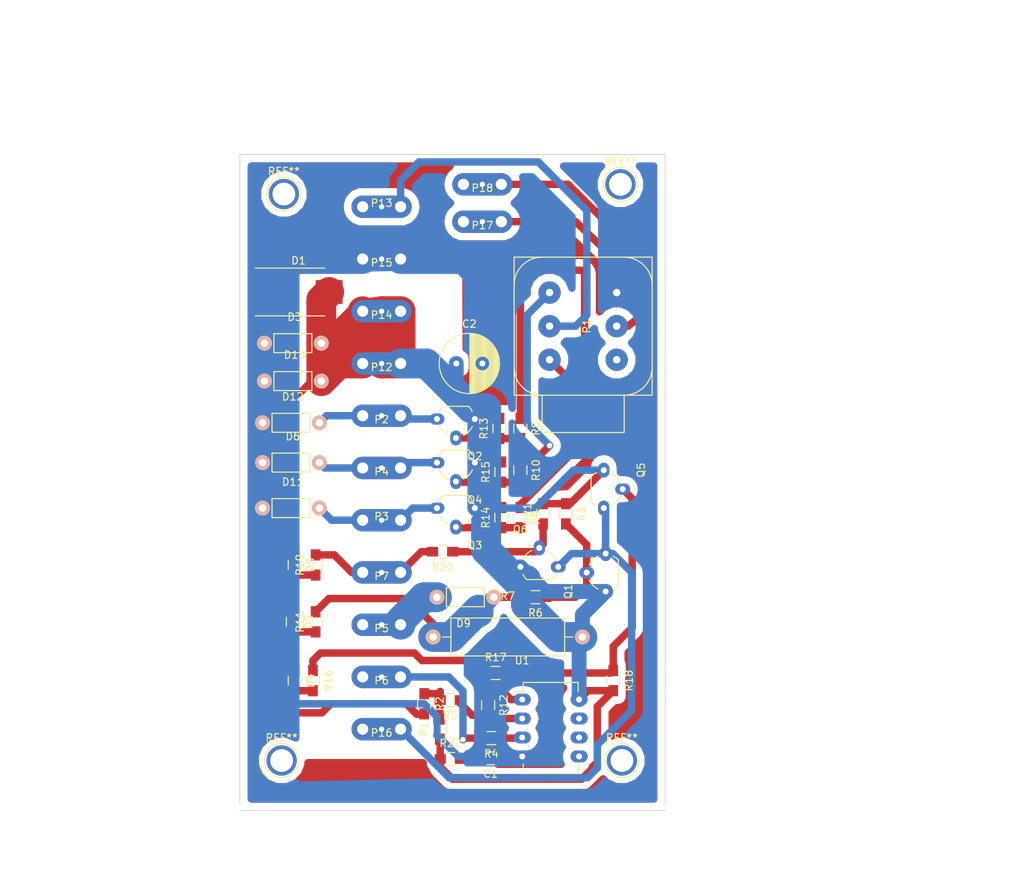
<source format=kicad_pcb>
(kicad_pcb (version 4) (host pcbnew 4.0.6)

  (general
    (links 107)
    (no_connects 0)
    (area 63.364287 35.8 182.635715 155.200001)
    (thickness 1.6)
    (drawings 33)
    (tracks 257)
    (zones 0)
    (modules 59)
    (nets 29)
  )

  (page A4)
  (layers
    (0 F.Cu signal)
    (31 B.Cu signal)
    (32 B.Adhes user)
    (33 F.Adhes user)
    (34 B.Paste user)
    (35 F.Paste user)
    (36 B.SilkS user)
    (37 F.SilkS user)
    (38 B.Mask user)
    (39 F.Mask user)
    (40 Dwgs.User user)
    (41 Cmts.User user)
    (42 Eco1.User user)
    (43 Eco2.User user)
    (44 Edge.Cuts user)
    (45 Margin user)
    (46 B.CrtYd user)
    (47 F.CrtYd user)
    (48 B.Fab user)
    (49 F.Fab user)
  )

  (setup
    (last_trace_width 1)
    (trace_clearance 0.5)
    (zone_clearance 1)
    (zone_45_only yes)
    (trace_min 0.2)
    (segment_width 0.2)
    (edge_width 0.1)
    (via_size 1)
    (via_drill 0.7)
    (via_min_size 0.4)
    (via_min_drill 0.3)
    (uvia_size 0.3)
    (uvia_drill 0.1)
    (uvias_allowed no)
    (uvia_min_size 0.2)
    (uvia_min_drill 0.1)
    (pcb_text_width 0.3)
    (pcb_text_size 1.5 1.5)
    (mod_edge_width 0.15)
    (mod_text_size 1 1)
    (mod_text_width 0.15)
    (pad_size 1.5 1.5)
    (pad_drill 0.6)
    (pad_to_mask_clearance 0)
    (aux_axis_origin 124.9 134.4)
    (visible_elements FFFFFF7F)
    (pcbplotparams
      (layerselection 0x00000_80000001)
      (usegerberextensions false)
      (excludeedgelayer true)
      (linewidth 0.100000)
      (plotframeref false)
      (viasonmask false)
      (mode 1)
      (useauxorigin true)
      (hpglpennumber 1)
      (hpglpenspeed 20)
      (hpglpendiameter 15)
      (hpglpenoverlay 2)
      (psnegative false)
      (psa4output false)
      (plotreference true)
      (plotvalue true)
      (plotinvisibletext false)
      (padsonsilk false)
      (subtractmaskfromsilk false)
      (outputformat 1)
      (mirror false)
      (drillshape 0)
      (scaleselection 1)
      (outputdirectory ""))
  )

  (net 0 "")
  (net 1 GND)
  (net 2 CoolantTemp)
  (net 3 12vSwitched)
  (net 4 "Net-(D2-Pad2)")
  (net 5 "Net-(D4-Pad2)")
  (net 6 "Net-(D5-Pad2)")
  (net 7 "Net-(D9-Pad1)")
  (net 8 AlternatorExcitation)
  (net 9 StartCoil)
  (net 10 StopCoil)
  (net 11 GlowCoil)
  (net 12 StopBtn)
  (net 13 OnOffBtn)
  (net 14 GlowBtn)
  (net 15 Buzzer)
  (net 16 OilSwitch)
  (net 17 "Net-(Q1-Pad2)")
  (net 18 "Net-(Q2-Pad2)")
  (net 19 "Net-(Q3-Pad2)")
  (net 20 "Net-(Q4-Pad2)")
  (net 21 "Net-(Q5-Pad2)")
  (net 22 "Net-(Q6-Pad2)")
  (net 23 "Net-(R1-Pad2)")
  (net 24 "Net-(R4-Pad1)")
  (net 25 "Net-(R12-Pad2)")
  (net 26 Neutral-)
  (net 27 Neutral+)
  (net 28 "Net-(R12-Pad1)")

  (net_class Default "This is the default net class."
    (clearance 0.5)
    (trace_width 1)
    (via_dia 1)
    (via_drill 0.7)
    (uvia_dia 0.3)
    (uvia_drill 0.1)
    (add_net 12vSwitched)
    (add_net AlternatorExcitation)
    (add_net Buzzer)
    (add_net CoolantTemp)
    (add_net GND)
    (add_net GlowBtn)
    (add_net GlowCoil)
    (add_net "Net-(D2-Pad2)")
    (add_net "Net-(D4-Pad2)")
    (add_net "Net-(D5-Pad2)")
    (add_net "Net-(D9-Pad1)")
    (add_net "Net-(Q1-Pad2)")
    (add_net "Net-(Q2-Pad2)")
    (add_net "Net-(Q3-Pad2)")
    (add_net "Net-(Q4-Pad2)")
    (add_net "Net-(Q5-Pad2)")
    (add_net "Net-(Q6-Pad2)")
    (add_net "Net-(R1-Pad2)")
    (add_net "Net-(R12-Pad1)")
    (add_net "Net-(R12-Pad2)")
    (add_net "Net-(R4-Pad1)")
    (add_net Neutral+)
    (add_net Neutral-)
    (add_net OilSwitch)
    (add_net OnOffBtn)
    (add_net StartCoil)
    (add_net StopBtn)
    (add_net StopCoil)
  )

  (module Connect:1pin (layer F.Cu) (tedit 0) (tstamp 6129878B)
    (at 100.9 61.3)
    (descr "module 1 pin (ou trou mecanique de percage)")
    (tags DEV)
    (fp_text reference REF** (at 0 -3.048) (layer F.SilkS)
      (effects (font (size 1 1) (thickness 0.15)))
    )
    (fp_text value 1pin (at 0 2.794) (layer F.Fab)
      (effects (font (size 1 1) (thickness 0.15)))
    )
    (fp_circle (center 0 0) (end 0 -2.286) (layer F.SilkS) (width 0.15))
    (pad 1 thru_hole circle (at 0 0) (size 4.064 4.064) (drill 3.048) (layers *.Cu *.Mask))
  )

  (module Connect:1pin (layer F.Cu) (tedit 0) (tstamp 61298785)
    (at 146 60)
    (descr "module 1 pin (ou trou mecanique de percage)")
    (tags DEV)
    (fp_text reference REF** (at 0 -3.048) (layer F.SilkS)
      (effects (font (size 1 1) (thickness 0.15)))
    )
    (fp_text value 1pin (at 0 2.794) (layer F.Fab)
      (effects (font (size 1 1) (thickness 0.15)))
    )
    (fp_circle (center 0 0) (end 0 -2.286) (layer F.SilkS) (width 0.15))
    (pad 1 thru_hole circle (at 0 0) (size 4.064 4.064) (drill 3.048) (layers *.Cu *.Mask))
  )

  (module Connect:1pin (layer F.Cu) (tedit 0) (tstamp 6129877F)
    (at 100.6 137.2)
    (descr "module 1 pin (ou trou mecanique de percage)")
    (tags DEV)
    (fp_text reference REF** (at 0 -3.048) (layer F.SilkS)
      (effects (font (size 1 1) (thickness 0.15)))
    )
    (fp_text value 1pin (at 0 2.794) (layer F.Fab)
      (effects (font (size 1 1) (thickness 0.15)))
    )
    (fp_circle (center 0 0) (end 0 -2.286) (layer F.SilkS) (width 0.15))
    (pad 1 thru_hole circle (at 0 0) (size 4.064 4.064) (drill 3.048) (layers *.Cu *.Mask))
  )

  (module Capacitors_SMD:C_0805_HandSoldering (layer F.Cu) (tedit 541A9B8D) (tstamp 6122943D)
    (at 128.6 136.9 180)
    (descr "Capacitor SMD 0805, hand soldering")
    (tags "capacitor 0805")
    (path /612422C9)
    (attr smd)
    (fp_text reference C1 (at 0 -2.1 180) (layer F.SilkS)
      (effects (font (size 1 1) (thickness 0.15)))
    )
    (fp_text value 10nF (at 0 2.1 180) (layer F.Fab)
      (effects (font (size 1 1) (thickness 0.15)))
    )
    (fp_line (start -1 0.625) (end -1 -0.625) (layer F.Fab) (width 0.15))
    (fp_line (start 1 0.625) (end -1 0.625) (layer F.Fab) (width 0.15))
    (fp_line (start 1 -0.625) (end 1 0.625) (layer F.Fab) (width 0.15))
    (fp_line (start -1 -0.625) (end 1 -0.625) (layer F.Fab) (width 0.15))
    (fp_line (start -2.3 -1) (end 2.3 -1) (layer F.CrtYd) (width 0.05))
    (fp_line (start -2.3 1) (end 2.3 1) (layer F.CrtYd) (width 0.05))
    (fp_line (start -2.3 -1) (end -2.3 1) (layer F.CrtYd) (width 0.05))
    (fp_line (start 2.3 -1) (end 2.3 1) (layer F.CrtYd) (width 0.05))
    (fp_line (start 0.5 -0.85) (end -0.5 -0.85) (layer F.SilkS) (width 0.15))
    (fp_line (start -0.5 0.85) (end 0.5 0.85) (layer F.SilkS) (width 0.15))
    (pad 1 smd rect (at -1.25 0 180) (size 1.5 1.25) (layers F.Cu F.Paste F.Mask)
      (net 1 GND))
    (pad 2 smd rect (at 1.25 0 180) (size 1.5 1.25) (layers F.Cu F.Paste F.Mask)
      (net 2 CoolantTemp))
    (model Capacitors_SMD.3dshapes/C_0805_HandSoldering.wrl
      (at (xyz 0 0 0))
      (scale (xyz 1 1 1))
      (rotate (xyz 0 0 0))
    )
  )

  (module Capacitors_ThroughHole:C_Radial_D8_L11.5_P3.5 (layer F.Cu) (tedit 0) (tstamp 61229472)
    (at 124 84)
    (descr "Radial Electrolytic Capacitor Diameter 8mm x Length 11.5mm, Pitch 3.5mm")
    (tags "Electrolytic Capacitor")
    (path /612417BF)
    (fp_text reference C2 (at 1.75 -5.3) (layer F.SilkS)
      (effects (font (size 1 1) (thickness 0.15)))
    )
    (fp_text value 100uF (at 1.75 5.3) (layer F.Fab)
      (effects (font (size 1 1) (thickness 0.15)))
    )
    (fp_line (start 1.825 -3.999) (end 1.825 3.999) (layer F.SilkS) (width 0.15))
    (fp_line (start 1.965 -3.994) (end 1.965 3.994) (layer F.SilkS) (width 0.15))
    (fp_line (start 2.105 -3.984) (end 2.105 3.984) (layer F.SilkS) (width 0.15))
    (fp_line (start 2.245 -3.969) (end 2.245 3.969) (layer F.SilkS) (width 0.15))
    (fp_line (start 2.385 -3.949) (end 2.385 3.949) (layer F.SilkS) (width 0.15))
    (fp_line (start 2.525 -3.924) (end 2.525 -0.222) (layer F.SilkS) (width 0.15))
    (fp_line (start 2.525 0.222) (end 2.525 3.924) (layer F.SilkS) (width 0.15))
    (fp_line (start 2.665 -3.894) (end 2.665 -0.55) (layer F.SilkS) (width 0.15))
    (fp_line (start 2.665 0.55) (end 2.665 3.894) (layer F.SilkS) (width 0.15))
    (fp_line (start 2.805 -3.858) (end 2.805 -0.719) (layer F.SilkS) (width 0.15))
    (fp_line (start 2.805 0.719) (end 2.805 3.858) (layer F.SilkS) (width 0.15))
    (fp_line (start 2.945 -3.817) (end 2.945 -0.832) (layer F.SilkS) (width 0.15))
    (fp_line (start 2.945 0.832) (end 2.945 3.817) (layer F.SilkS) (width 0.15))
    (fp_line (start 3.085 -3.771) (end 3.085 -0.91) (layer F.SilkS) (width 0.15))
    (fp_line (start 3.085 0.91) (end 3.085 3.771) (layer F.SilkS) (width 0.15))
    (fp_line (start 3.225 -3.718) (end 3.225 -0.961) (layer F.SilkS) (width 0.15))
    (fp_line (start 3.225 0.961) (end 3.225 3.718) (layer F.SilkS) (width 0.15))
    (fp_line (start 3.365 -3.659) (end 3.365 -0.991) (layer F.SilkS) (width 0.15))
    (fp_line (start 3.365 0.991) (end 3.365 3.659) (layer F.SilkS) (width 0.15))
    (fp_line (start 3.505 -3.594) (end 3.505 -1) (layer F.SilkS) (width 0.15))
    (fp_line (start 3.505 1) (end 3.505 3.594) (layer F.SilkS) (width 0.15))
    (fp_line (start 3.645 -3.523) (end 3.645 -0.989) (layer F.SilkS) (width 0.15))
    (fp_line (start 3.645 0.989) (end 3.645 3.523) (layer F.SilkS) (width 0.15))
    (fp_line (start 3.785 -3.444) (end 3.785 -0.959) (layer F.SilkS) (width 0.15))
    (fp_line (start 3.785 0.959) (end 3.785 3.444) (layer F.SilkS) (width 0.15))
    (fp_line (start 3.925 -3.357) (end 3.925 -0.905) (layer F.SilkS) (width 0.15))
    (fp_line (start 3.925 0.905) (end 3.925 3.357) (layer F.SilkS) (width 0.15))
    (fp_line (start 4.065 -3.262) (end 4.065 -0.825) (layer F.SilkS) (width 0.15))
    (fp_line (start 4.065 0.825) (end 4.065 3.262) (layer F.SilkS) (width 0.15))
    (fp_line (start 4.205 -3.158) (end 4.205 -0.709) (layer F.SilkS) (width 0.15))
    (fp_line (start 4.205 0.709) (end 4.205 3.158) (layer F.SilkS) (width 0.15))
    (fp_line (start 4.345 -3.044) (end 4.345 -0.535) (layer F.SilkS) (width 0.15))
    (fp_line (start 4.345 0.535) (end 4.345 3.044) (layer F.SilkS) (width 0.15))
    (fp_line (start 4.485 -2.919) (end 4.485 -0.173) (layer F.SilkS) (width 0.15))
    (fp_line (start 4.485 0.173) (end 4.485 2.919) (layer F.SilkS) (width 0.15))
    (fp_line (start 4.625 -2.781) (end 4.625 2.781) (layer F.SilkS) (width 0.15))
    (fp_line (start 4.765 -2.629) (end 4.765 2.629) (layer F.SilkS) (width 0.15))
    (fp_line (start 4.905 -2.459) (end 4.905 2.459) (layer F.SilkS) (width 0.15))
    (fp_line (start 5.045 -2.268) (end 5.045 2.268) (layer F.SilkS) (width 0.15))
    (fp_line (start 5.185 -2.05) (end 5.185 2.05) (layer F.SilkS) (width 0.15))
    (fp_line (start 5.325 -1.794) (end 5.325 1.794) (layer F.SilkS) (width 0.15))
    (fp_line (start 5.465 -1.483) (end 5.465 1.483) (layer F.SilkS) (width 0.15))
    (fp_line (start 5.605 -1.067) (end 5.605 1.067) (layer F.SilkS) (width 0.15))
    (fp_line (start 5.745 -0.2) (end 5.745 0.2) (layer F.SilkS) (width 0.15))
    (fp_circle (center 3.5 0) (end 3.5 -1) (layer F.SilkS) (width 0.15))
    (fp_circle (center 1.75 0) (end 1.75 -4.0375) (layer F.SilkS) (width 0.15))
    (fp_circle (center 1.75 0) (end 1.75 -4.3) (layer F.CrtYd) (width 0.05))
    (pad 2 thru_hole circle (at 3.5 0) (size 1.3 1.3) (drill 0.8) (layers *.Cu *.Mask)
      (net 1 GND))
    (pad 1 thru_hole rect (at 0 0) (size 1.3 1.3) (drill 0.8) (layers *.Cu *.Mask)
      (net 3 12vSwitched))
    (model Capacitors_ThroughHole.3dshapes/C_Radial_D8_L11.5_P3.5.wrl
      (at (xyz 0 0 0))
      (scale (xyz 1 1 1))
      (rotate (xyz 0 0 0))
    )
  )

  (module Diodes_SMD:DO-214AB_Handsoldering (layer F.Cu) (tedit 55429DAE) (tstamp 6122947E)
    (at 102.87 74.422)
    (descr "Jedec DO-214AB diode package. Designed according to Fairchild SS32 datasheet.")
    (tags "DO-214AB diode Handsoldering")
    (path /61026462)
    (attr smd)
    (fp_text reference D1 (at 0 -4.2) (layer F.SilkS)
      (effects (font (size 1 1) (thickness 0.15)))
    )
    (fp_text value "SMBJ30CA-TR TSV" (at 0 4.6) (layer F.Fab)
      (effects (font (size 1 1) (thickness 0.15)))
    )
    (fp_line (start -6.15 -3.45) (end 6.15 -3.45) (layer F.CrtYd) (width 0.05))
    (fp_line (start 6.15 -3.45) (end 6.15 3.45) (layer F.CrtYd) (width 0.05))
    (fp_line (start 6.15 3.45) (end -6.15 3.45) (layer F.CrtYd) (width 0.05))
    (fp_line (start -6.15 3.45) (end -6.15 -3.45) (layer F.CrtYd) (width 0.05))
    (fp_line (start 3.5 3.2) (end -5.8 3.2) (layer F.SilkS) (width 0.15))
    (fp_line (start -5.8 -3.2) (end 3.5 -3.2) (layer F.SilkS) (width 0.15))
    (pad 2 smd rect (at 4.1 0) (size 3.6 3.2) (layers F.Cu F.Paste F.Mask)
      (net 3 12vSwitched))
    (pad 1 smd rect (at -4.1 0) (size 3.6 3.2) (layers F.Cu F.Paste F.Mask)
      (net 1 GND))
    (model Diodes_SMD.3dshapes/DO-214AB_Handsoldering.wrl
      (at (xyz 0 0 0))
      (scale (xyz 0.39 0.39 0.39))
      (rotate (xyz 0 0 180))
    )
  )

  (module Resistors_SMD:R_0805_HandSoldering (layer F.Cu) (tedit 58307B90) (tstamp 6122948E)
    (at 102.108 118.618 270)
    (descr "Resistor SMD 0805, hand soldering")
    (tags "resistor 0805")
    (path /61239E88)
    (attr smd)
    (fp_text reference D2 (at 0 -2.1 270) (layer F.SilkS)
      (effects (font (size 1 1) (thickness 0.15)))
    )
    (fp_text value ChargeWarn (at 0 2.1 270) (layer F.Fab)
      (effects (font (size 1 1) (thickness 0.15)))
    )
    (fp_line (start -1 0.625) (end -1 -0.625) (layer F.Fab) (width 0.1))
    (fp_line (start 1 0.625) (end -1 0.625) (layer F.Fab) (width 0.1))
    (fp_line (start 1 -0.625) (end 1 0.625) (layer F.Fab) (width 0.1))
    (fp_line (start -1 -0.625) (end 1 -0.625) (layer F.Fab) (width 0.1))
    (fp_line (start -2.4 -1) (end 2.4 -1) (layer F.CrtYd) (width 0.05))
    (fp_line (start -2.4 1) (end 2.4 1) (layer F.CrtYd) (width 0.05))
    (fp_line (start -2.4 -1) (end -2.4 1) (layer F.CrtYd) (width 0.05))
    (fp_line (start 2.4 -1) (end 2.4 1) (layer F.CrtYd) (width 0.05))
    (fp_line (start 0.6 0.875) (end -0.6 0.875) (layer F.SilkS) (width 0.15))
    (fp_line (start -0.6 -0.875) (end 0.6 -0.875) (layer F.SilkS) (width 0.15))
    (pad 1 smd rect (at -1.35 0 270) (size 1.5 1.3) (layers F.Cu F.Paste F.Mask)
      (net 3 12vSwitched))
    (pad 2 smd rect (at 1.35 0 270) (size 1.5 1.3) (layers F.Cu F.Paste F.Mask)
      (net 4 "Net-(D2-Pad2)"))
    (model Resistors_SMD.3dshapes/R_0805_HandSoldering.wrl
      (at (xyz 0 0 0))
      (scale (xyz 1 1 1))
      (rotate (xyz 0 0 0))
    )
  )

  (module Resistors_SMD:R_0805_HandSoldering (layer F.Cu) (tedit 58307B90) (tstamp 612294AA)
    (at 102.362 126.492 270)
    (descr "Resistor SMD 0805, hand soldering")
    (tags "resistor 0805")
    (path /6123D721)
    (attr smd)
    (fp_text reference D4 (at 0 -2.1 270) (layer F.SilkS)
      (effects (font (size 1 1) (thickness 0.15)))
    )
    (fp_text value TempWarn (at 0 2.1 270) (layer F.Fab)
      (effects (font (size 1 1) (thickness 0.15)))
    )
    (fp_line (start -1 0.625) (end -1 -0.625) (layer F.Fab) (width 0.1))
    (fp_line (start 1 0.625) (end -1 0.625) (layer F.Fab) (width 0.1))
    (fp_line (start 1 -0.625) (end 1 0.625) (layer F.Fab) (width 0.1))
    (fp_line (start -1 -0.625) (end 1 -0.625) (layer F.Fab) (width 0.1))
    (fp_line (start -2.4 -1) (end 2.4 -1) (layer F.CrtYd) (width 0.05))
    (fp_line (start -2.4 1) (end 2.4 1) (layer F.CrtYd) (width 0.05))
    (fp_line (start -2.4 -1) (end -2.4 1) (layer F.CrtYd) (width 0.05))
    (fp_line (start 2.4 -1) (end 2.4 1) (layer F.CrtYd) (width 0.05))
    (fp_line (start 0.6 0.875) (end -0.6 0.875) (layer F.SilkS) (width 0.15))
    (fp_line (start -0.6 -0.875) (end 0.6 -0.875) (layer F.SilkS) (width 0.15))
    (pad 1 smd rect (at -1.35 0 270) (size 1.5 1.3) (layers F.Cu F.Paste F.Mask)
      (net 3 12vSwitched))
    (pad 2 smd rect (at 1.35 0 270) (size 1.5 1.3) (layers F.Cu F.Paste F.Mask)
      (net 5 "Net-(D4-Pad2)"))
    (model Resistors_SMD.3dshapes/R_0805_HandSoldering.wrl
      (at (xyz 0 0 0))
      (scale (xyz 1 1 1))
      (rotate (xyz 0 0 0))
    )
  )

  (module Resistors_SMD:R_0805_HandSoldering (layer F.Cu) (tedit 58307B90) (tstamp 612294BA)
    (at 102.362 110.998 270)
    (descr "Resistor SMD 0805, hand soldering")
    (tags "resistor 0805")
    (path /6123A9DC)
    (attr smd)
    (fp_text reference D5 (at 0 -2.1 270) (layer F.SilkS)
      (effects (font (size 1 1) (thickness 0.15)))
    )
    (fp_text value OilWarn (at 0 2.1 270) (layer F.Fab)
      (effects (font (size 1 1) (thickness 0.15)))
    )
    (fp_line (start -1 0.625) (end -1 -0.625) (layer F.Fab) (width 0.1))
    (fp_line (start 1 0.625) (end -1 0.625) (layer F.Fab) (width 0.1))
    (fp_line (start 1 -0.625) (end 1 0.625) (layer F.Fab) (width 0.1))
    (fp_line (start -1 -0.625) (end 1 -0.625) (layer F.Fab) (width 0.1))
    (fp_line (start -2.4 -1) (end 2.4 -1) (layer F.CrtYd) (width 0.05))
    (fp_line (start -2.4 1) (end 2.4 1) (layer F.CrtYd) (width 0.05))
    (fp_line (start -2.4 -1) (end -2.4 1) (layer F.CrtYd) (width 0.05))
    (fp_line (start 2.4 -1) (end 2.4 1) (layer F.CrtYd) (width 0.05))
    (fp_line (start 0.6 0.875) (end -0.6 0.875) (layer F.SilkS) (width 0.15))
    (fp_line (start -0.6 -0.875) (end 0.6 -0.875) (layer F.SilkS) (width 0.15))
    (pad 1 smd rect (at -1.35 0 270) (size 1.5 1.3) (layers F.Cu F.Paste F.Mask)
      (net 3 12vSwitched))
    (pad 2 smd rect (at 1.35 0 270) (size 1.5 1.3) (layers F.Cu F.Paste F.Mask)
      (net 6 "Net-(D5-Pad2)"))
    (model Resistors_SMD.3dshapes/R_0805_HandSoldering.wrl
      (at (xyz 0 0 0))
      (scale (xyz 1 1 1))
      (rotate (xyz 0 0 0))
    )
  )

  (module Resistors_ThroughHole:Resistor_Horizontal_RM7mm (layer F.Cu) (tedit 569FCF07) (tstamp 612294F2)
    (at 129.032 115.316 180)
    (descr "Resistor, Axial,  RM 7.62mm, 1/3W,")
    (tags "Resistor Axial RM 7.62mm 1/3W R3")
    (path /61148B84)
    (fp_text reference D9 (at 4.05892 -3.50012 180) (layer F.SilkS)
      (effects (font (size 1 1) (thickness 0.15)))
    )
    (fp_text value "1A 40V" (at 3.81 3.81 180) (layer F.Fab)
      (effects (font (size 1 1) (thickness 0.15)))
    )
    (fp_line (start -1.25 -1.5) (end 8.85 -1.5) (layer F.CrtYd) (width 0.05))
    (fp_line (start -1.25 1.5) (end -1.25 -1.5) (layer F.CrtYd) (width 0.05))
    (fp_line (start 8.85 -1.5) (end 8.85 1.5) (layer F.CrtYd) (width 0.05))
    (fp_line (start -1.25 1.5) (end 8.85 1.5) (layer F.CrtYd) (width 0.05))
    (fp_line (start 1.27 -1.27) (end 6.35 -1.27) (layer F.SilkS) (width 0.15))
    (fp_line (start 6.35 -1.27) (end 6.35 1.27) (layer F.SilkS) (width 0.15))
    (fp_line (start 6.35 1.27) (end 1.27 1.27) (layer F.SilkS) (width 0.15))
    (fp_line (start 1.27 1.27) (end 1.27 -1.27) (layer F.SilkS) (width 0.15))
    (pad 1 thru_hole circle (at 0 0 180) (size 1.99898 1.99898) (drill 1.00076) (layers *.Cu *.SilkS *.Mask)
      (net 7 "Net-(D9-Pad1)"))
    (pad 2 thru_hole circle (at 7.62 0 180) (size 1.99898 1.99898) (drill 1.00076) (layers *.Cu *.SilkS *.Mask)
      (net 8 AlternatorExcitation))
  )

  (module TO_SOT_Packages_THT:TO-92_Molded_Wide_Oval (layer F.Cu) (tedit 54F243F6) (tstamp 612295EC)
    (at 144.018 114.554 90)
    (descr "TO-92 leads molded, wide, oval pads, drill 0.8mm (see NXP sot054_po.pdf)")
    (tags "to-92 sc-43 sc-43a sot54 PA33 transistor")
    (path /6124B854)
    (fp_text reference Q1 (at 0 -5 90) (layer F.SilkS)
      (effects (font (size 1 1) (thickness 0.15)))
    )
    (fp_text value 2N2907 (at 0 3 90) (layer F.Fab)
      (effects (font (size 1 1) (thickness 0.15)))
    )
    (fp_arc (start 2.54 0) (end 0.34 -1) (angle 41.11209044) (layer F.SilkS) (width 0.15))
    (fp_arc (start 2.54 0) (end 4.74 -1) (angle -41.11210221) (layer F.SilkS) (width 0.15))
    (fp_arc (start 2.54 0) (end 0.84 1.7) (angle 20.5) (layer F.SilkS) (width 0.15))
    (fp_arc (start 2.54 0) (end 4.24 1.7) (angle -20.5) (layer F.SilkS) (width 0.15))
    (fp_line (start -1.25 1.95) (end -1.25 -3.8) (layer F.CrtYd) (width 0.05))
    (fp_line (start -1.25 1.95) (end 6.35 1.95) (layer F.CrtYd) (width 0.05))
    (fp_line (start 0.84 1.7) (end 4.24 1.7) (layer F.SilkS) (width 0.15))
    (fp_line (start -1.25 -3.8) (end 6.35 -3.8) (layer F.CrtYd) (width 0.05))
    (fp_line (start 6.35 1.95) (end 6.35 -3.8) (layer F.CrtYd) (width 0.05))
    (pad 2 thru_hole oval (at 2.54 -2.54 180) (size 1.99898 1.50114) (drill 0.8) (layers *.Cu *.Mask)
      (net 17 "Net-(Q1-Pad2)"))
    (pad 1 thru_hole oval (at 0 0 180) (size 1.50114 1.99898) (drill 0.8) (layers *.Cu *.Mask)
      (net 3 12vSwitched))
    (pad 3 thru_hole oval (at 5.08 0 180) (size 1.50114 1.99898) (drill 0.8) (layers *.Cu *.Mask)
      (net 15 Buzzer))
    (model TO_SOT_Packages_THT.3dshapes/TO-92_Molded_Wide_Oval.wrl
      (at (xyz 0.1 0 0))
      (scale (xyz 1 1 1))
      (rotate (xyz 0 0 -90))
    )
  )

  (module TO_SOT_Packages_THT:TO-92_Molded_Wide_Oval (layer F.Cu) (tedit 54F243F6) (tstamp 612295FC)
    (at 126.492 91.44 180)
    (descr "TO-92 leads molded, wide, oval pads, drill 0.8mm (see NXP sot054_po.pdf)")
    (tags "to-92 sc-43 sc-43a sot54 PA33 transistor")
    (path /6124CB8E)
    (fp_text reference Q2 (at 0 -5 180) (layer F.SilkS)
      (effects (font (size 1 1) (thickness 0.15)))
    )
    (fp_text value 2N2907 (at 0 3 180) (layer F.Fab)
      (effects (font (size 1 1) (thickness 0.15)))
    )
    (fp_arc (start 2.54 0) (end 0.34 -1) (angle 41.11209044) (layer F.SilkS) (width 0.15))
    (fp_arc (start 2.54 0) (end 4.74 -1) (angle -41.11210221) (layer F.SilkS) (width 0.15))
    (fp_arc (start 2.54 0) (end 0.84 1.7) (angle 20.5) (layer F.SilkS) (width 0.15))
    (fp_arc (start 2.54 0) (end 4.24 1.7) (angle -20.5) (layer F.SilkS) (width 0.15))
    (fp_line (start -1.25 1.95) (end -1.25 -3.8) (layer F.CrtYd) (width 0.05))
    (fp_line (start -1.25 1.95) (end 6.35 1.95) (layer F.CrtYd) (width 0.05))
    (fp_line (start 0.84 1.7) (end 4.24 1.7) (layer F.SilkS) (width 0.15))
    (fp_line (start -1.25 -3.8) (end 6.35 -3.8) (layer F.CrtYd) (width 0.05))
    (fp_line (start 6.35 1.95) (end 6.35 -3.8) (layer F.CrtYd) (width 0.05))
    (pad 2 thru_hole oval (at 2.54 -2.54 270) (size 1.99898 1.50114) (drill 0.8) (layers *.Cu *.Mask)
      (net 18 "Net-(Q2-Pad2)"))
    (pad 1 thru_hole oval (at 0 0 270) (size 1.50114 1.99898) (drill 0.8) (layers *.Cu *.Mask)
      (net 3 12vSwitched))
    (pad 3 thru_hole oval (at 5.08 0 270) (size 1.50114 1.99898) (drill 0.8) (layers *.Cu *.Mask)
      (net 9 StartCoil))
    (model TO_SOT_Packages_THT.3dshapes/TO-92_Molded_Wide_Oval.wrl
      (at (xyz 0.1 0 0))
      (scale (xyz 1 1 1))
      (rotate (xyz 0 0 -90))
    )
  )

  (module TO_SOT_Packages_THT:TO-92_Molded_Wide_Oval (layer F.Cu) (tedit 54F243F6) (tstamp 6122960C)
    (at 126.492 103.378 180)
    (descr "TO-92 leads molded, wide, oval pads, drill 0.8mm (see NXP sot054_po.pdf)")
    (tags "to-92 sc-43 sc-43a sot54 PA33 transistor")
    (path /612504F7)
    (fp_text reference Q3 (at 0 -5 180) (layer F.SilkS)
      (effects (font (size 1 1) (thickness 0.15)))
    )
    (fp_text value 2N2907 (at 0 3 180) (layer F.Fab)
      (effects (font (size 1 1) (thickness 0.15)))
    )
    (fp_arc (start 2.54 0) (end 0.34 -1) (angle 41.11209044) (layer F.SilkS) (width 0.15))
    (fp_arc (start 2.54 0) (end 4.74 -1) (angle -41.11210221) (layer F.SilkS) (width 0.15))
    (fp_arc (start 2.54 0) (end 0.84 1.7) (angle 20.5) (layer F.SilkS) (width 0.15))
    (fp_arc (start 2.54 0) (end 4.24 1.7) (angle -20.5) (layer F.SilkS) (width 0.15))
    (fp_line (start -1.25 1.95) (end -1.25 -3.8) (layer F.CrtYd) (width 0.05))
    (fp_line (start -1.25 1.95) (end 6.35 1.95) (layer F.CrtYd) (width 0.05))
    (fp_line (start 0.84 1.7) (end 4.24 1.7) (layer F.SilkS) (width 0.15))
    (fp_line (start -1.25 -3.8) (end 6.35 -3.8) (layer F.CrtYd) (width 0.05))
    (fp_line (start 6.35 1.95) (end 6.35 -3.8) (layer F.CrtYd) (width 0.05))
    (pad 2 thru_hole oval (at 2.54 -2.54 270) (size 1.99898 1.50114) (drill 0.8) (layers *.Cu *.Mask)
      (net 19 "Net-(Q3-Pad2)"))
    (pad 1 thru_hole oval (at 0 0 270) (size 1.50114 1.99898) (drill 0.8) (layers *.Cu *.Mask)
      (net 3 12vSwitched))
    (pad 3 thru_hole oval (at 5.08 0 270) (size 1.50114 1.99898) (drill 0.8) (layers *.Cu *.Mask)
      (net 10 StopCoil))
    (model TO_SOT_Packages_THT.3dshapes/TO-92_Molded_Wide_Oval.wrl
      (at (xyz 0.1 0 0))
      (scale (xyz 1 1 1))
      (rotate (xyz 0 0 -90))
    )
  )

  (module TO_SOT_Packages_THT:TO-92_Molded_Wide_Oval (layer F.Cu) (tedit 54F243F6) (tstamp 6122961C)
    (at 126.492 97.282 180)
    (descr "TO-92 leads molded, wide, oval pads, drill 0.8mm (see NXP sot054_po.pdf)")
    (tags "to-92 sc-43 sc-43a sot54 PA33 transistor")
    (path /612505C4)
    (fp_text reference Q4 (at 0 -5 180) (layer F.SilkS)
      (effects (font (size 1 1) (thickness 0.15)))
    )
    (fp_text value 2N2907 (at 0 3 180) (layer F.Fab)
      (effects (font (size 1 1) (thickness 0.15)))
    )
    (fp_arc (start 2.54 0) (end 0.34 -1) (angle 41.11209044) (layer F.SilkS) (width 0.15))
    (fp_arc (start 2.54 0) (end 4.74 -1) (angle -41.11210221) (layer F.SilkS) (width 0.15))
    (fp_arc (start 2.54 0) (end 0.84 1.7) (angle 20.5) (layer F.SilkS) (width 0.15))
    (fp_arc (start 2.54 0) (end 4.24 1.7) (angle -20.5) (layer F.SilkS) (width 0.15))
    (fp_line (start -1.25 1.95) (end -1.25 -3.8) (layer F.CrtYd) (width 0.05))
    (fp_line (start -1.25 1.95) (end 6.35 1.95) (layer F.CrtYd) (width 0.05))
    (fp_line (start 0.84 1.7) (end 4.24 1.7) (layer F.SilkS) (width 0.15))
    (fp_line (start -1.25 -3.8) (end 6.35 -3.8) (layer F.CrtYd) (width 0.05))
    (fp_line (start 6.35 1.95) (end 6.35 -3.8) (layer F.CrtYd) (width 0.05))
    (pad 2 thru_hole oval (at 2.54 -2.54 270) (size 1.99898 1.50114) (drill 0.8) (layers *.Cu *.Mask)
      (net 20 "Net-(Q4-Pad2)"))
    (pad 1 thru_hole oval (at 0 0 270) (size 1.50114 1.99898) (drill 0.8) (layers *.Cu *.Mask)
      (net 3 12vSwitched))
    (pad 3 thru_hole oval (at 5.08 0 270) (size 1.50114 1.99898) (drill 0.8) (layers *.Cu *.Mask)
      (net 11 GlowCoil))
    (model TO_SOT_Packages_THT.3dshapes/TO-92_Molded_Wide_Oval.wrl
      (at (xyz 0.1 0 0))
      (scale (xyz 1 1 1))
      (rotate (xyz 0 0 -90))
    )
  )

  (module TO_SOT_Packages_THT:TO-92_Molded_Wide_Oval (layer F.Cu) (tedit 54F243F6) (tstamp 6122962C)
    (at 143.764 98.298 270)
    (descr "TO-92 leads molded, wide, oval pads, drill 0.8mm (see NXP sot054_po.pdf)")
    (tags "to-92 sc-43 sc-43a sot54 PA33 transistor")
    (path /6123B93B)
    (fp_text reference Q5 (at 0 -5 270) (layer F.SilkS)
      (effects (font (size 1 1) (thickness 0.15)))
    )
    (fp_text value 2N2907 (at 0 3 270) (layer F.Fab)
      (effects (font (size 1 1) (thickness 0.15)))
    )
    (fp_arc (start 2.54 0) (end 0.34 -1) (angle 41.11209044) (layer F.SilkS) (width 0.15))
    (fp_arc (start 2.54 0) (end 4.74 -1) (angle -41.11210221) (layer F.SilkS) (width 0.15))
    (fp_arc (start 2.54 0) (end 0.84 1.7) (angle 20.5) (layer F.SilkS) (width 0.15))
    (fp_arc (start 2.54 0) (end 4.24 1.7) (angle -20.5) (layer F.SilkS) (width 0.15))
    (fp_line (start -1.25 1.95) (end -1.25 -3.8) (layer F.CrtYd) (width 0.05))
    (fp_line (start -1.25 1.95) (end 6.35 1.95) (layer F.CrtYd) (width 0.05))
    (fp_line (start 0.84 1.7) (end 4.24 1.7) (layer F.SilkS) (width 0.15))
    (fp_line (start -1.25 -3.8) (end 6.35 -3.8) (layer F.CrtYd) (width 0.05))
    (fp_line (start 6.35 1.95) (end 6.35 -3.8) (layer F.CrtYd) (width 0.05))
    (pad 2 thru_hole oval (at 2.54 -2.54) (size 1.99898 1.50114) (drill 0.8) (layers *.Cu *.Mask)
      (net 21 "Net-(Q5-Pad2)"))
    (pad 1 thru_hole oval (at 0 0) (size 1.50114 1.99898) (drill 0.8) (layers *.Cu *.Mask)
      (net 3 12vSwitched))
    (pad 3 thru_hole oval (at 5.08 0) (size 1.50114 1.99898) (drill 0.8) (layers *.Cu *.Mask)
      (net 15 Buzzer))
    (model TO_SOT_Packages_THT.3dshapes/TO-92_Molded_Wide_Oval.wrl
      (at (xyz 0.1 0 0))
      (scale (xyz 1 1 1))
      (rotate (xyz 0 0 -90))
    )
  )

  (module TO_SOT_Packages_THT:TO-92_Molded_Wide_Oval (layer F.Cu) (tedit 54F243F6) (tstamp 6122963C)
    (at 132.588 111.252)
    (descr "TO-92 leads molded, wide, oval pads, drill 0.8mm (see NXP sot054_po.pdf)")
    (tags "to-92 sc-43 sc-43a sot54 PA33 transistor")
    (path /6123BC93)
    (fp_text reference Q6 (at 0 -5) (layer F.SilkS)
      (effects (font (size 1 1) (thickness 0.15)))
    )
    (fp_text value 2N2907 (at 0 3) (layer F.Fab)
      (effects (font (size 1 1) (thickness 0.15)))
    )
    (fp_arc (start 2.54 0) (end 0.34 -1) (angle 41.11209044) (layer F.SilkS) (width 0.15))
    (fp_arc (start 2.54 0) (end 4.74 -1) (angle -41.11210221) (layer F.SilkS) (width 0.15))
    (fp_arc (start 2.54 0) (end 0.84 1.7) (angle 20.5) (layer F.SilkS) (width 0.15))
    (fp_arc (start 2.54 0) (end 4.24 1.7) (angle -20.5) (layer F.SilkS) (width 0.15))
    (fp_line (start -1.25 1.95) (end -1.25 -3.8) (layer F.CrtYd) (width 0.05))
    (fp_line (start -1.25 1.95) (end 6.35 1.95) (layer F.CrtYd) (width 0.05))
    (fp_line (start 0.84 1.7) (end 4.24 1.7) (layer F.SilkS) (width 0.15))
    (fp_line (start -1.25 -3.8) (end 6.35 -3.8) (layer F.CrtYd) (width 0.05))
    (fp_line (start 6.35 1.95) (end 6.35 -3.8) (layer F.CrtYd) (width 0.05))
    (pad 2 thru_hole oval (at 2.54 -2.54 90) (size 1.99898 1.50114) (drill 0.8) (layers *.Cu *.Mask)
      (net 22 "Net-(Q6-Pad2)"))
    (pad 1 thru_hole oval (at 0 0 90) (size 1.50114 1.99898) (drill 0.8) (layers *.Cu *.Mask)
      (net 3 12vSwitched))
    (pad 3 thru_hole oval (at 5.08 0 90) (size 1.50114 1.99898) (drill 0.8) (layers *.Cu *.Mask)
      (net 15 Buzzer))
    (model TO_SOT_Packages_THT.3dshapes/TO-92_Molded_Wide_Oval.wrl
      (at (xyz 0.1 0 0))
      (scale (xyz 1 1 1))
      (rotate (xyz 0 0 -90))
    )
  )

  (module Resistors_SMD:R_0805_HandSoldering (layer F.Cu) (tedit 58307B90) (tstamp 6122964C)
    (at 121.8 133 90)
    (descr "Resistor SMD 0805, hand soldering")
    (tags "resistor 0805")
    (path /6123B39A)
    (attr smd)
    (fp_text reference R1 (at 0 -2.1 90) (layer F.SilkS)
      (effects (font (size 1 1) (thickness 0.15)))
    )
    (fp_text value 1K (at 0 2.1 90) (layer F.Fab)
      (effects (font (size 1 1) (thickness 0.15)))
    )
    (fp_line (start -1 0.625) (end -1 -0.625) (layer F.Fab) (width 0.1))
    (fp_line (start 1 0.625) (end -1 0.625) (layer F.Fab) (width 0.1))
    (fp_line (start 1 -0.625) (end 1 0.625) (layer F.Fab) (width 0.1))
    (fp_line (start -1 -0.625) (end 1 -0.625) (layer F.Fab) (width 0.1))
    (fp_line (start -2.4 -1) (end 2.4 -1) (layer F.CrtYd) (width 0.05))
    (fp_line (start -2.4 1) (end 2.4 1) (layer F.CrtYd) (width 0.05))
    (fp_line (start -2.4 -1) (end -2.4 1) (layer F.CrtYd) (width 0.05))
    (fp_line (start 2.4 -1) (end 2.4 1) (layer F.CrtYd) (width 0.05))
    (fp_line (start 0.6 0.875) (end -0.6 0.875) (layer F.SilkS) (width 0.15))
    (fp_line (start -0.6 -0.875) (end 0.6 -0.875) (layer F.SilkS) (width 0.15))
    (pad 1 smd rect (at -1.35 0 90) (size 1.5 1.3) (layers F.Cu F.Paste F.Mask)
      (net 3 12vSwitched))
    (pad 2 smd rect (at 1.35 0 90) (size 1.5 1.3) (layers F.Cu F.Paste F.Mask)
      (net 23 "Net-(R1-Pad2)"))
    (model Resistors_SMD.3dshapes/R_0805_HandSoldering.wrl
      (at (xyz 0 0 0))
      (scale (xyz 1 1 1))
      (rotate (xyz 0 0 0))
    )
  )

  (module Resistors_SMD:R_0805_HandSoldering (layer F.Cu) (tedit 58307B90) (tstamp 6122965C)
    (at 119.7 129.6 270)
    (descr "Resistor SMD 0805, hand soldering")
    (tags "resistor 0805")
    (path /6123B451)
    (attr smd)
    (fp_text reference R2 (at 0 -2.1 270) (layer F.SilkS)
      (effects (font (size 1 1) (thickness 0.15)))
    )
    (fp_text value 33R (at 0 2.1 270) (layer F.Fab)
      (effects (font (size 1 1) (thickness 0.15)))
    )
    (fp_line (start -1 0.625) (end -1 -0.625) (layer F.Fab) (width 0.1))
    (fp_line (start 1 0.625) (end -1 0.625) (layer F.Fab) (width 0.1))
    (fp_line (start 1 -0.625) (end 1 0.625) (layer F.Fab) (width 0.1))
    (fp_line (start -1 -0.625) (end 1 -0.625) (layer F.Fab) (width 0.1))
    (fp_line (start -2.4 -1) (end 2.4 -1) (layer F.CrtYd) (width 0.05))
    (fp_line (start -2.4 1) (end 2.4 1) (layer F.CrtYd) (width 0.05))
    (fp_line (start -2.4 -1) (end -2.4 1) (layer F.CrtYd) (width 0.05))
    (fp_line (start 2.4 -1) (end 2.4 1) (layer F.CrtYd) (width 0.05))
    (fp_line (start 0.6 0.875) (end -0.6 0.875) (layer F.SilkS) (width 0.15))
    (fp_line (start -0.6 -0.875) (end 0.6 -0.875) (layer F.SilkS) (width 0.15))
    (pad 1 smd rect (at -1.35 0 270) (size 1.5 1.3) (layers F.Cu F.Paste F.Mask)
      (net 23 "Net-(R1-Pad2)"))
    (pad 2 smd rect (at 1.35 0 270) (size 1.5 1.3) (layers F.Cu F.Paste F.Mask)
      (net 1 GND))
    (model Resistors_SMD.3dshapes/R_0805_HandSoldering.wrl
      (at (xyz 0 0 0))
      (scale (xyz 1 1 1))
      (rotate (xyz 0 0 0))
    )
  )

  (module Resistors_SMD:R_0805_HandSoldering (layer F.Cu) (tedit 58307B90) (tstamp 6122966C)
    (at 138.684 104.14 270)
    (descr "Resistor SMD 0805, hand soldering")
    (tags "resistor 0805")
    (path /6124BF7E)
    (attr smd)
    (fp_text reference R3 (at 0 -2.1 270) (layer F.SilkS)
      (effects (font (size 1 1) (thickness 0.15)))
    )
    (fp_text value 10K (at 0 2.1 270) (layer F.Fab)
      (effects (font (size 1 1) (thickness 0.15)))
    )
    (fp_line (start -1 0.625) (end -1 -0.625) (layer F.Fab) (width 0.1))
    (fp_line (start 1 0.625) (end -1 0.625) (layer F.Fab) (width 0.1))
    (fp_line (start 1 -0.625) (end 1 0.625) (layer F.Fab) (width 0.1))
    (fp_line (start -1 -0.625) (end 1 -0.625) (layer F.Fab) (width 0.1))
    (fp_line (start -2.4 -1) (end 2.4 -1) (layer F.CrtYd) (width 0.05))
    (fp_line (start -2.4 1) (end 2.4 1) (layer F.CrtYd) (width 0.05))
    (fp_line (start -2.4 -1) (end -2.4 1) (layer F.CrtYd) (width 0.05))
    (fp_line (start 2.4 -1) (end 2.4 1) (layer F.CrtYd) (width 0.05))
    (fp_line (start 0.6 0.875) (end -0.6 0.875) (layer F.SilkS) (width 0.15))
    (fp_line (start -0.6 -0.875) (end 0.6 -0.875) (layer F.SilkS) (width 0.15))
    (pad 1 smd rect (at -1.35 0 270) (size 1.5 1.3) (layers F.Cu F.Paste F.Mask)
      (net 3 12vSwitched))
    (pad 2 smd rect (at 1.35 0 270) (size 1.5 1.3) (layers F.Cu F.Paste F.Mask)
      (net 17 "Net-(Q1-Pad2)"))
    (model Resistors_SMD.3dshapes/R_0805_HandSoldering.wrl
      (at (xyz 0 0 0))
      (scale (xyz 1 1 1))
      (rotate (xyz 0 0 0))
    )
  )

  (module Resistors_SMD:R_0805_HandSoldering (layer F.Cu) (tedit 58307B90) (tstamp 6122967C)
    (at 128.7 134.2 180)
    (descr "Resistor SMD 0805, hand soldering")
    (tags "resistor 0805")
    (path /6123ED16)
    (attr smd)
    (fp_text reference R4 (at 0 -2.1 180) (layer F.SilkS)
      (effects (font (size 1 1) (thickness 0.15)))
    )
    (fp_text value 10K (at 0 2.1 180) (layer F.Fab)
      (effects (font (size 1 1) (thickness 0.15)))
    )
    (fp_line (start -1 0.625) (end -1 -0.625) (layer F.Fab) (width 0.1))
    (fp_line (start 1 0.625) (end -1 0.625) (layer F.Fab) (width 0.1))
    (fp_line (start 1 -0.625) (end 1 0.625) (layer F.Fab) (width 0.1))
    (fp_line (start -1 -0.625) (end 1 -0.625) (layer F.Fab) (width 0.1))
    (fp_line (start -2.4 -1) (end 2.4 -1) (layer F.CrtYd) (width 0.05))
    (fp_line (start -2.4 1) (end 2.4 1) (layer F.CrtYd) (width 0.05))
    (fp_line (start -2.4 -1) (end -2.4 1) (layer F.CrtYd) (width 0.05))
    (fp_line (start 2.4 -1) (end 2.4 1) (layer F.CrtYd) (width 0.05))
    (fp_line (start 0.6 0.875) (end -0.6 0.875) (layer F.SilkS) (width 0.15))
    (fp_line (start -0.6 -0.875) (end 0.6 -0.875) (layer F.SilkS) (width 0.15))
    (pad 1 smd rect (at -1.35 0 180) (size 1.5 1.3) (layers F.Cu F.Paste F.Mask)
      (net 24 "Net-(R4-Pad1)"))
    (pad 2 smd rect (at 1.35 0 180) (size 1.5 1.3) (layers F.Cu F.Paste F.Mask)
      (net 2 CoolantTemp))
    (model Resistors_SMD.3dshapes/R_0805_HandSoldering.wrl
      (at (xyz 0 0 0))
      (scale (xyz 1 1 1))
      (rotate (xyz 0 0 0))
    )
  )

  (module Resistors_SMD:R_0805_HandSoldering (layer F.Cu) (tedit 58307B90) (tstamp 6122968C)
    (at 123.2 129.1 180)
    (descr "Resistor SMD 0805, hand soldering")
    (tags "resistor 0805")
    (path /6123CBA3)
    (attr smd)
    (fp_text reference R5 (at 0 -2.1 180) (layer F.SilkS)
      (effects (font (size 1 1) (thickness 0.15)))
    )
    (fp_text value 10K (at 0 2.1 180) (layer F.Fab)
      (effects (font (size 1 1) (thickness 0.15)))
    )
    (fp_line (start -1 0.625) (end -1 -0.625) (layer F.Fab) (width 0.1))
    (fp_line (start 1 0.625) (end -1 0.625) (layer F.Fab) (width 0.1))
    (fp_line (start 1 -0.625) (end 1 0.625) (layer F.Fab) (width 0.1))
    (fp_line (start -1 -0.625) (end 1 -0.625) (layer F.Fab) (width 0.1))
    (fp_line (start -2.4 -1) (end 2.4 -1) (layer F.CrtYd) (width 0.05))
    (fp_line (start -2.4 1) (end 2.4 1) (layer F.CrtYd) (width 0.05))
    (fp_line (start -2.4 -1) (end -2.4 1) (layer F.CrtYd) (width 0.05))
    (fp_line (start 2.4 -1) (end 2.4 1) (layer F.CrtYd) (width 0.05))
    (fp_line (start 0.6 0.875) (end -0.6 0.875) (layer F.SilkS) (width 0.15))
    (fp_line (start -0.6 -0.875) (end 0.6 -0.875) (layer F.SilkS) (width 0.15))
    (pad 1 smd rect (at -1.35 0 180) (size 1.5 1.3) (layers F.Cu F.Paste F.Mask)
      (net 25 "Net-(R12-Pad2)"))
    (pad 2 smd rect (at 1.35 0 180) (size 1.5 1.3) (layers F.Cu F.Paste F.Mask)
      (net 23 "Net-(R1-Pad2)"))
    (model Resistors_SMD.3dshapes/R_0805_HandSoldering.wrl
      (at (xyz 0 0 0))
      (scale (xyz 1 1 1))
      (rotate (xyz 0 0 0))
    )
  )

  (module Resistors_SMD:R_0805_HandSoldering (layer F.Cu) (tedit 58307B90) (tstamp 6122969C)
    (at 134.62 115.316 180)
    (descr "Resistor SMD 0805, hand soldering")
    (tags "resistor 0805")
    (path /6124C3ED)
    (attr smd)
    (fp_text reference R6 (at 0 -2.1 180) (layer F.SilkS)
      (effects (font (size 1 1) (thickness 0.15)))
    )
    (fp_text value 2.2K (at 0 2.1 180) (layer F.Fab)
      (effects (font (size 1 1) (thickness 0.15)))
    )
    (fp_line (start -1 0.625) (end -1 -0.625) (layer F.Fab) (width 0.1))
    (fp_line (start 1 0.625) (end -1 0.625) (layer F.Fab) (width 0.1))
    (fp_line (start 1 -0.625) (end 1 0.625) (layer F.Fab) (width 0.1))
    (fp_line (start -1 -0.625) (end 1 -0.625) (layer F.Fab) (width 0.1))
    (fp_line (start -2.4 -1) (end 2.4 -1) (layer F.CrtYd) (width 0.05))
    (fp_line (start -2.4 1) (end 2.4 1) (layer F.CrtYd) (width 0.05))
    (fp_line (start -2.4 -1) (end -2.4 1) (layer F.CrtYd) (width 0.05))
    (fp_line (start 2.4 -1) (end 2.4 1) (layer F.CrtYd) (width 0.05))
    (fp_line (start 0.6 0.875) (end -0.6 0.875) (layer F.SilkS) (width 0.15))
    (fp_line (start -0.6 -0.875) (end 0.6 -0.875) (layer F.SilkS) (width 0.15))
    (pad 1 smd rect (at -1.35 0 180) (size 1.5 1.3) (layers F.Cu F.Paste F.Mask)
      (net 17 "Net-(Q1-Pad2)"))
    (pad 2 smd rect (at 1.35 0 180) (size 1.5 1.3) (layers F.Cu F.Paste F.Mask)
      (net 7 "Net-(D9-Pad1)"))
    (model Resistors_SMD.3dshapes/R_0805_HandSoldering.wrl
      (at (xyz 0 0 0))
      (scale (xyz 1 1 1))
      (rotate (xyz 0 0 0))
    )
  )

  (module Resistors_ThroughHole:Resistor_Horizontal_RM20mm placed (layer F.Cu) (tedit 569FCECB) (tstamp 612296AD)
    (at 120.904 120.65)
    (descr "Resistor, Axial, RM 20mm,")
    (tags "Resistor Axial RM 20mm")
    (path /61148C8B)
    (fp_text reference R7 (at 10 -5.4991) (layer F.SilkS)
      (effects (font (size 1 1) (thickness 0.15)))
    )
    (fp_text value 10R (at 10 5.00126) (layer F.Fab)
      (effects (font (size 1 1) (thickness 0.15)))
    )
    (fp_line (start -1.25 2.8) (end -1.25 -2.8) (layer F.CrtYd) (width 0.05))
    (fp_line (start -1.25 -2.8) (end 21.25 -2.8) (layer F.CrtYd) (width 0.05))
    (fp_line (start 21.25 -2.8) (end 21.25 2.8) (layer F.CrtYd) (width 0.05))
    (fp_line (start 21.25 2.8) (end -1.25 2.8) (layer F.CrtYd) (width 0.05))
    (fp_line (start 2.38 -2.54) (end 2.38 2.54) (layer F.SilkS) (width 0.15))
    (fp_line (start 2.38 2.54) (end 17.62 2.54) (layer F.SilkS) (width 0.15))
    (fp_line (start 17.62 2.54) (end 17.62 0) (layer F.SilkS) (width 0.15))
    (fp_line (start 17.62 0) (end 17.62 -2.54) (layer F.SilkS) (width 0.15))
    (fp_line (start 17.62 -2.54) (end 2.38 -2.54) (layer F.SilkS) (width 0.15))
    (fp_line (start 18.73 0) (end 17.62 0) (layer F.SilkS) (width 0.15))
    (fp_line (start 1.27 0) (end 2.38 0) (layer F.SilkS) (width 0.15))
    (pad 1 thru_hole circle (at 0 0) (size 1.99898 1.99898) (drill 1.00076) (layers *.Cu *.SilkS *.Mask)
      (net 7 "Net-(D9-Pad1)"))
    (pad 2 thru_hole circle (at 20 0) (size 1.99898 1.99898) (drill 1.00076) (layers *.Cu *.SilkS *.Mask)
      (net 3 12vSwitched))
    (model Resistors_ThroughHole.3dshapes/Resistor_Horizontal_RM20mm.wrl
      (at (xyz 0.395 0 0))
      (scale (xyz 0.395 0.4 0.4))
      (rotate (xyz 0 0 0))
    )
  )

  (module Resistors_SMD:R_0805_HandSoldering (layer F.Cu) (tedit 58307B90) (tstamp 612296BD)
    (at 132.588 92.71 270)
    (descr "Resistor SMD 0805, hand soldering")
    (tags "resistor 0805")
    (path /6124CE85)
    (attr smd)
    (fp_text reference R8 (at 0 -2.1 270) (layer F.SilkS)
      (effects (font (size 1 1) (thickness 0.15)))
    )
    (fp_text value 2.2K (at 0 2.1 270) (layer F.Fab)
      (effects (font (size 1 1) (thickness 0.15)))
    )
    (fp_line (start -1 0.625) (end -1 -0.625) (layer F.Fab) (width 0.1))
    (fp_line (start 1 0.625) (end -1 0.625) (layer F.Fab) (width 0.1))
    (fp_line (start 1 -0.625) (end 1 0.625) (layer F.Fab) (width 0.1))
    (fp_line (start -1 -0.625) (end 1 -0.625) (layer F.Fab) (width 0.1))
    (fp_line (start -2.4 -1) (end 2.4 -1) (layer F.CrtYd) (width 0.05))
    (fp_line (start -2.4 1) (end 2.4 1) (layer F.CrtYd) (width 0.05))
    (fp_line (start -2.4 -1) (end -2.4 1) (layer F.CrtYd) (width 0.05))
    (fp_line (start 2.4 -1) (end 2.4 1) (layer F.CrtYd) (width 0.05))
    (fp_line (start 0.6 0.875) (end -0.6 0.875) (layer F.SilkS) (width 0.15))
    (fp_line (start -0.6 -0.875) (end 0.6 -0.875) (layer F.SilkS) (width 0.15))
    (pad 1 smd rect (at -1.35 0 270) (size 1.5 1.3) (layers F.Cu F.Paste F.Mask)
      (net 27 Neutral+))
    (pad 2 smd rect (at 1.35 0 270) (size 1.5 1.3) (layers F.Cu F.Paste F.Mask)
      (net 18 "Net-(Q2-Pad2)"))
    (model Resistors_SMD.3dshapes/R_0805_HandSoldering.wrl
      (at (xyz 0 0 0))
      (scale (xyz 1 1 1))
      (rotate (xyz 0 0 0))
    )
  )

  (module Resistors_SMD:R_0805_HandSoldering (layer F.Cu) (tedit 58307B90) (tstamp 612296CD)
    (at 132.588 104.648 270)
    (descr "Resistor SMD 0805, hand soldering")
    (tags "resistor 0805")
    (path /612504FD)
    (attr smd)
    (fp_text reference R9 (at 0 -2.1 270) (layer F.SilkS)
      (effects (font (size 1 1) (thickness 0.15)))
    )
    (fp_text value 2.2K (at 0 2.1 270) (layer F.Fab)
      (effects (font (size 1 1) (thickness 0.15)))
    )
    (fp_line (start -1 0.625) (end -1 -0.625) (layer F.Fab) (width 0.1))
    (fp_line (start 1 0.625) (end -1 0.625) (layer F.Fab) (width 0.1))
    (fp_line (start 1 -0.625) (end 1 0.625) (layer F.Fab) (width 0.1))
    (fp_line (start -1 -0.625) (end 1 -0.625) (layer F.Fab) (width 0.1))
    (fp_line (start -2.4 -1) (end 2.4 -1) (layer F.CrtYd) (width 0.05))
    (fp_line (start -2.4 1) (end 2.4 1) (layer F.CrtYd) (width 0.05))
    (fp_line (start -2.4 -1) (end -2.4 1) (layer F.CrtYd) (width 0.05))
    (fp_line (start 2.4 -1) (end 2.4 1) (layer F.CrtYd) (width 0.05))
    (fp_line (start 0.6 0.875) (end -0.6 0.875) (layer F.SilkS) (width 0.15))
    (fp_line (start -0.6 -0.875) (end 0.6 -0.875) (layer F.SilkS) (width 0.15))
    (pad 1 smd rect (at -1.35 0 270) (size 1.5 1.3) (layers F.Cu F.Paste F.Mask)
      (net 12 StopBtn))
    (pad 2 smd rect (at 1.35 0 270) (size 1.5 1.3) (layers F.Cu F.Paste F.Mask)
      (net 19 "Net-(Q3-Pad2)"))
    (model Resistors_SMD.3dshapes/R_0805_HandSoldering.wrl
      (at (xyz 0 0 0))
      (scale (xyz 1 1 1))
      (rotate (xyz 0 0 0))
    )
  )

  (module Resistors_SMD:R_0805_HandSoldering (layer F.Cu) (tedit 58307B90) (tstamp 612296DD)
    (at 132.588 98.298 270)
    (descr "Resistor SMD 0805, hand soldering")
    (tags "resistor 0805")
    (path /612505CA)
    (attr smd)
    (fp_text reference R10 (at 0 -2.1 270) (layer F.SilkS)
      (effects (font (size 1 1) (thickness 0.15)))
    )
    (fp_text value 2.2K (at 0 2.1 270) (layer F.Fab)
      (effects (font (size 1 1) (thickness 0.15)))
    )
    (fp_line (start -1 0.625) (end -1 -0.625) (layer F.Fab) (width 0.1))
    (fp_line (start 1 0.625) (end -1 0.625) (layer F.Fab) (width 0.1))
    (fp_line (start 1 -0.625) (end 1 0.625) (layer F.Fab) (width 0.1))
    (fp_line (start -1 -0.625) (end 1 -0.625) (layer F.Fab) (width 0.1))
    (fp_line (start -2.4 -1) (end 2.4 -1) (layer F.CrtYd) (width 0.05))
    (fp_line (start -2.4 1) (end 2.4 1) (layer F.CrtYd) (width 0.05))
    (fp_line (start -2.4 -1) (end -2.4 1) (layer F.CrtYd) (width 0.05))
    (fp_line (start 2.4 -1) (end 2.4 1) (layer F.CrtYd) (width 0.05))
    (fp_line (start 0.6 0.875) (end -0.6 0.875) (layer F.SilkS) (width 0.15))
    (fp_line (start -0.6 -0.875) (end 0.6 -0.875) (layer F.SilkS) (width 0.15))
    (pad 1 smd rect (at -1.35 0 270) (size 1.5 1.3) (layers F.Cu F.Paste F.Mask)
      (net 14 GlowBtn))
    (pad 2 smd rect (at 1.35 0 270) (size 1.5 1.3) (layers F.Cu F.Paste F.Mask)
      (net 20 "Net-(Q4-Pad2)"))
    (model Resistors_SMD.3dshapes/R_0805_HandSoldering.wrl
      (at (xyz 0 0 0))
      (scale (xyz 1 1 1))
      (rotate (xyz 0 0 0))
    )
  )

  (module Resistors_SMD:R_0805_HandSoldering (layer F.Cu) (tedit 58307B90) (tstamp 612296ED)
    (at 105.156 118.618 90)
    (descr "Resistor SMD 0805, hand soldering")
    (tags "resistor 0805")
    (path /61239BBA)
    (attr smd)
    (fp_text reference R11 (at 0 -2.1 90) (layer F.SilkS)
      (effects (font (size 1 1) (thickness 0.15)))
    )
    (fp_text value 1K (at 0 2.1 90) (layer F.Fab)
      (effects (font (size 1 1) (thickness 0.15)))
    )
    (fp_line (start -1 0.625) (end -1 -0.625) (layer F.Fab) (width 0.1))
    (fp_line (start 1 0.625) (end -1 0.625) (layer F.Fab) (width 0.1))
    (fp_line (start 1 -0.625) (end 1 0.625) (layer F.Fab) (width 0.1))
    (fp_line (start -1 -0.625) (end 1 -0.625) (layer F.Fab) (width 0.1))
    (fp_line (start -2.4 -1) (end 2.4 -1) (layer F.CrtYd) (width 0.05))
    (fp_line (start -2.4 1) (end 2.4 1) (layer F.CrtYd) (width 0.05))
    (fp_line (start -2.4 -1) (end -2.4 1) (layer F.CrtYd) (width 0.05))
    (fp_line (start 2.4 -1) (end 2.4 1) (layer F.CrtYd) (width 0.05))
    (fp_line (start 0.6 0.875) (end -0.6 0.875) (layer F.SilkS) (width 0.15))
    (fp_line (start -0.6 -0.875) (end 0.6 -0.875) (layer F.SilkS) (width 0.15))
    (pad 1 smd rect (at -1.35 0 90) (size 1.5 1.3) (layers F.Cu F.Paste F.Mask)
      (net 4 "Net-(D2-Pad2)"))
    (pad 2 smd rect (at 1.35 0 90) (size 1.5 1.3) (layers F.Cu F.Paste F.Mask)
      (net 7 "Net-(D9-Pad1)"))
    (model Resistors_SMD.3dshapes/R_0805_HandSoldering.wrl
      (at (xyz 0 0 0))
      (scale (xyz 1 1 1))
      (rotate (xyz 0 0 0))
    )
  )

  (module Resistors_SMD:R_0805_HandSoldering (layer F.Cu) (tedit 58307B90) (tstamp 612296FD)
    (at 128.27 129.794 270)
    (descr "Resistor SMD 0805, hand soldering")
    (tags "resistor 0805")
    (path /61240574)
    (attr smd)
    (fp_text reference R12 (at 0 -2.1 270) (layer F.SilkS)
      (effects (font (size 1 1) (thickness 0.15)))
    )
    (fp_text value 100K (at 0 2.1 270) (layer F.Fab)
      (effects (font (size 1 1) (thickness 0.15)))
    )
    (fp_line (start -1 0.625) (end -1 -0.625) (layer F.Fab) (width 0.1))
    (fp_line (start 1 0.625) (end -1 0.625) (layer F.Fab) (width 0.1))
    (fp_line (start 1 -0.625) (end 1 0.625) (layer F.Fab) (width 0.1))
    (fp_line (start -1 -0.625) (end 1 -0.625) (layer F.Fab) (width 0.1))
    (fp_line (start -2.4 -1) (end 2.4 -1) (layer F.CrtYd) (width 0.05))
    (fp_line (start -2.4 1) (end 2.4 1) (layer F.CrtYd) (width 0.05))
    (fp_line (start -2.4 -1) (end -2.4 1) (layer F.CrtYd) (width 0.05))
    (fp_line (start 2.4 -1) (end 2.4 1) (layer F.CrtYd) (width 0.05))
    (fp_line (start 0.6 0.875) (end -0.6 0.875) (layer F.SilkS) (width 0.15))
    (fp_line (start -0.6 -0.875) (end 0.6 -0.875) (layer F.SilkS) (width 0.15))
    (pad 1 smd rect (at -1.35 0 270) (size 1.5 1.3) (layers F.Cu F.Paste F.Mask)
      (net 28 "Net-(R12-Pad1)"))
    (pad 2 smd rect (at 1.35 0 270) (size 1.5 1.3) (layers F.Cu F.Paste F.Mask)
      (net 25 "Net-(R12-Pad2)"))
    (model Resistors_SMD.3dshapes/R_0805_HandSoldering.wrl
      (at (xyz 0 0 0))
      (scale (xyz 1 1 1))
      (rotate (xyz 0 0 0))
    )
  )

  (module Resistors_SMD:R_0805_HandSoldering (layer F.Cu) (tedit 58307B90) (tstamp 6122970D)
    (at 129.794 92.71 90)
    (descr "Resistor SMD 0805, hand soldering")
    (tags "resistor 0805")
    (path /6124D035)
    (attr smd)
    (fp_text reference R13 (at 0 -2.1 90) (layer F.SilkS)
      (effects (font (size 1 1) (thickness 0.15)))
    )
    (fp_text value 10K (at 0 2.1 90) (layer F.Fab)
      (effects (font (size 1 1) (thickness 0.15)))
    )
    (fp_line (start -1 0.625) (end -1 -0.625) (layer F.Fab) (width 0.1))
    (fp_line (start 1 0.625) (end -1 0.625) (layer F.Fab) (width 0.1))
    (fp_line (start 1 -0.625) (end 1 0.625) (layer F.Fab) (width 0.1))
    (fp_line (start -1 -0.625) (end 1 -0.625) (layer F.Fab) (width 0.1))
    (fp_line (start -2.4 -1) (end 2.4 -1) (layer F.CrtYd) (width 0.05))
    (fp_line (start -2.4 1) (end 2.4 1) (layer F.CrtYd) (width 0.05))
    (fp_line (start -2.4 -1) (end -2.4 1) (layer F.CrtYd) (width 0.05))
    (fp_line (start 2.4 -1) (end 2.4 1) (layer F.CrtYd) (width 0.05))
    (fp_line (start 0.6 0.875) (end -0.6 0.875) (layer F.SilkS) (width 0.15))
    (fp_line (start -0.6 -0.875) (end 0.6 -0.875) (layer F.SilkS) (width 0.15))
    (pad 1 smd rect (at -1.35 0 90) (size 1.5 1.3) (layers F.Cu F.Paste F.Mask)
      (net 18 "Net-(Q2-Pad2)"))
    (pad 2 smd rect (at 1.35 0 90) (size 1.5 1.3) (layers F.Cu F.Paste F.Mask)
      (net 3 12vSwitched))
    (model Resistors_SMD.3dshapes/R_0805_HandSoldering.wrl
      (at (xyz 0 0 0))
      (scale (xyz 1 1 1))
      (rotate (xyz 0 0 0))
    )
  )

  (module Resistors_SMD:R_0805_HandSoldering (layer F.Cu) (tedit 58307B90) (tstamp 6122971D)
    (at 130.048 104.648 90)
    (descr "Resistor SMD 0805, hand soldering")
    (tags "resistor 0805")
    (path /61250503)
    (attr smd)
    (fp_text reference R14 (at 0 -2.1 90) (layer F.SilkS)
      (effects (font (size 1 1) (thickness 0.15)))
    )
    (fp_text value 10K (at 0 2.1 90) (layer F.Fab)
      (effects (font (size 1 1) (thickness 0.15)))
    )
    (fp_line (start -1 0.625) (end -1 -0.625) (layer F.Fab) (width 0.1))
    (fp_line (start 1 0.625) (end -1 0.625) (layer F.Fab) (width 0.1))
    (fp_line (start 1 -0.625) (end 1 0.625) (layer F.Fab) (width 0.1))
    (fp_line (start -1 -0.625) (end 1 -0.625) (layer F.Fab) (width 0.1))
    (fp_line (start -2.4 -1) (end 2.4 -1) (layer F.CrtYd) (width 0.05))
    (fp_line (start -2.4 1) (end 2.4 1) (layer F.CrtYd) (width 0.05))
    (fp_line (start -2.4 -1) (end -2.4 1) (layer F.CrtYd) (width 0.05))
    (fp_line (start 2.4 -1) (end 2.4 1) (layer F.CrtYd) (width 0.05))
    (fp_line (start 0.6 0.875) (end -0.6 0.875) (layer F.SilkS) (width 0.15))
    (fp_line (start -0.6 -0.875) (end 0.6 -0.875) (layer F.SilkS) (width 0.15))
    (pad 1 smd rect (at -1.35 0 90) (size 1.5 1.3) (layers F.Cu F.Paste F.Mask)
      (net 19 "Net-(Q3-Pad2)"))
    (pad 2 smd rect (at 1.35 0 90) (size 1.5 1.3) (layers F.Cu F.Paste F.Mask)
      (net 3 12vSwitched))
    (model Resistors_SMD.3dshapes/R_0805_HandSoldering.wrl
      (at (xyz 0 0 0))
      (scale (xyz 1 1 1))
      (rotate (xyz 0 0 0))
    )
  )

  (module Resistors_SMD:R_0805_HandSoldering (layer F.Cu) (tedit 58307B90) (tstamp 6122972D)
    (at 130.048 98.552 90)
    (descr "Resistor SMD 0805, hand soldering")
    (tags "resistor 0805")
    (path /612505D0)
    (attr smd)
    (fp_text reference R15 (at 0 -2.1 90) (layer F.SilkS)
      (effects (font (size 1 1) (thickness 0.15)))
    )
    (fp_text value 10K (at 0 2.1 90) (layer F.Fab)
      (effects (font (size 1 1) (thickness 0.15)))
    )
    (fp_line (start -1 0.625) (end -1 -0.625) (layer F.Fab) (width 0.1))
    (fp_line (start 1 0.625) (end -1 0.625) (layer F.Fab) (width 0.1))
    (fp_line (start 1 -0.625) (end 1 0.625) (layer F.Fab) (width 0.1))
    (fp_line (start -1 -0.625) (end 1 -0.625) (layer F.Fab) (width 0.1))
    (fp_line (start -2.4 -1) (end 2.4 -1) (layer F.CrtYd) (width 0.05))
    (fp_line (start -2.4 1) (end 2.4 1) (layer F.CrtYd) (width 0.05))
    (fp_line (start -2.4 -1) (end -2.4 1) (layer F.CrtYd) (width 0.05))
    (fp_line (start 2.4 -1) (end 2.4 1) (layer F.CrtYd) (width 0.05))
    (fp_line (start 0.6 0.875) (end -0.6 0.875) (layer F.SilkS) (width 0.15))
    (fp_line (start -0.6 -0.875) (end 0.6 -0.875) (layer F.SilkS) (width 0.15))
    (pad 1 smd rect (at -1.35 0 90) (size 1.5 1.3) (layers F.Cu F.Paste F.Mask)
      (net 20 "Net-(Q4-Pad2)"))
    (pad 2 smd rect (at 1.35 0 90) (size 1.5 1.3) (layers F.Cu F.Paste F.Mask)
      (net 3 12vSwitched))
    (model Resistors_SMD.3dshapes/R_0805_HandSoldering.wrl
      (at (xyz 0 0 0))
      (scale (xyz 1 1 1))
      (rotate (xyz 0 0 0))
    )
  )

  (module Resistors_SMD:R_0805_HandSoldering (layer F.Cu) (tedit 58307B90) (tstamp 6122973D)
    (at 104.8 126.5 270)
    (descr "Resistor SMD 0805, hand soldering")
    (tags "resistor 0805")
    (path /6123D7F4)
    (attr smd)
    (fp_text reference R16 (at 0 -2.1 270) (layer F.SilkS)
      (effects (font (size 1 1) (thickness 0.15)))
    )
    (fp_text value 1K (at 0 2.1 270) (layer F.Fab)
      (effects (font (size 1 1) (thickness 0.15)))
    )
    (fp_line (start -1 0.625) (end -1 -0.625) (layer F.Fab) (width 0.1))
    (fp_line (start 1 0.625) (end -1 0.625) (layer F.Fab) (width 0.1))
    (fp_line (start 1 -0.625) (end 1 0.625) (layer F.Fab) (width 0.1))
    (fp_line (start -1 -0.625) (end 1 -0.625) (layer F.Fab) (width 0.1))
    (fp_line (start -2.4 -1) (end 2.4 -1) (layer F.CrtYd) (width 0.05))
    (fp_line (start -2.4 1) (end 2.4 1) (layer F.CrtYd) (width 0.05))
    (fp_line (start -2.4 -1) (end -2.4 1) (layer F.CrtYd) (width 0.05))
    (fp_line (start 2.4 -1) (end 2.4 1) (layer F.CrtYd) (width 0.05))
    (fp_line (start 0.6 0.875) (end -0.6 0.875) (layer F.SilkS) (width 0.15))
    (fp_line (start -0.6 -0.875) (end 0.6 -0.875) (layer F.SilkS) (width 0.15))
    (pad 1 smd rect (at -1.35 0 270) (size 1.5 1.3) (layers F.Cu F.Paste F.Mask)
      (net 28 "Net-(R12-Pad1)"))
    (pad 2 smd rect (at 1.35 0 270) (size 1.5 1.3) (layers F.Cu F.Paste F.Mask)
      (net 5 "Net-(D4-Pad2)"))
    (model Resistors_SMD.3dshapes/R_0805_HandSoldering.wrl
      (at (xyz 0 0 0))
      (scale (xyz 1 1 1))
      (rotate (xyz 0 0 0))
    )
  )

  (module Resistors_SMD:R_0805_HandSoldering (layer F.Cu) (tedit 58307B90) (tstamp 6122974D)
    (at 129.286 125.476)
    (descr "Resistor SMD 0805, hand soldering")
    (tags "resistor 0805")
    (path /6123C761)
    (attr smd)
    (fp_text reference R17 (at 0 -2.1) (layer F.SilkS)
      (effects (font (size 1 1) (thickness 0.15)))
    )
    (fp_text value 2.2K (at 0 2.1) (layer F.Fab)
      (effects (font (size 1 1) (thickness 0.15)))
    )
    (fp_line (start -1 0.625) (end -1 -0.625) (layer F.Fab) (width 0.1))
    (fp_line (start 1 0.625) (end -1 0.625) (layer F.Fab) (width 0.1))
    (fp_line (start 1 -0.625) (end 1 0.625) (layer F.Fab) (width 0.1))
    (fp_line (start -1 -0.625) (end 1 -0.625) (layer F.Fab) (width 0.1))
    (fp_line (start -2.4 -1) (end 2.4 -1) (layer F.CrtYd) (width 0.05))
    (fp_line (start -2.4 1) (end 2.4 1) (layer F.CrtYd) (width 0.05))
    (fp_line (start -2.4 -1) (end -2.4 1) (layer F.CrtYd) (width 0.05))
    (fp_line (start 2.4 -1) (end 2.4 1) (layer F.CrtYd) (width 0.05))
    (fp_line (start 0.6 0.875) (end -0.6 0.875) (layer F.SilkS) (width 0.15))
    (fp_line (start -0.6 -0.875) (end 0.6 -0.875) (layer F.SilkS) (width 0.15))
    (pad 1 smd rect (at -1.35 0) (size 1.5 1.3) (layers F.Cu F.Paste F.Mask)
      (net 28 "Net-(R12-Pad1)"))
    (pad 2 smd rect (at 1.35 0) (size 1.5 1.3) (layers F.Cu F.Paste F.Mask)
      (net 21 "Net-(Q5-Pad2)"))
    (model Resistors_SMD.3dshapes/R_0805_HandSoldering.wrl
      (at (xyz 0 0 0))
      (scale (xyz 1 1 1))
      (rotate (xyz 0 0 0))
    )
  )

  (module Resistors_SMD:R_0805_HandSoldering (layer F.Cu) (tedit 58307B90) (tstamp 6122975D)
    (at 145.034 126.492 270)
    (descr "Resistor SMD 0805, hand soldering")
    (tags "resistor 0805")
    (path /6123BEA0)
    (attr smd)
    (fp_text reference R18 (at 0 -2.1 270) (layer F.SilkS)
      (effects (font (size 1 1) (thickness 0.15)))
    )
    (fp_text value 10K (at 0 2.1 270) (layer F.Fab)
      (effects (font (size 1 1) (thickness 0.15)))
    )
    (fp_line (start -1 0.625) (end -1 -0.625) (layer F.Fab) (width 0.1))
    (fp_line (start 1 0.625) (end -1 0.625) (layer F.Fab) (width 0.1))
    (fp_line (start 1 -0.625) (end 1 0.625) (layer F.Fab) (width 0.1))
    (fp_line (start -1 -0.625) (end 1 -0.625) (layer F.Fab) (width 0.1))
    (fp_line (start -2.4 -1) (end 2.4 -1) (layer F.CrtYd) (width 0.05))
    (fp_line (start -2.4 1) (end 2.4 1) (layer F.CrtYd) (width 0.05))
    (fp_line (start -2.4 -1) (end -2.4 1) (layer F.CrtYd) (width 0.05))
    (fp_line (start 2.4 -1) (end 2.4 1) (layer F.CrtYd) (width 0.05))
    (fp_line (start 0.6 0.875) (end -0.6 0.875) (layer F.SilkS) (width 0.15))
    (fp_line (start -0.6 -0.875) (end 0.6 -0.875) (layer F.SilkS) (width 0.15))
    (pad 1 smd rect (at -1.35 0 270) (size 1.5 1.3) (layers F.Cu F.Paste F.Mask)
      (net 21 "Net-(Q5-Pad2)"))
    (pad 2 smd rect (at 1.35 0 270) (size 1.5 1.3) (layers F.Cu F.Paste F.Mask)
      (net 3 12vSwitched))
    (model Resistors_SMD.3dshapes/R_0805_HandSoldering.wrl
      (at (xyz 0 0 0))
      (scale (xyz 1 1 1))
      (rotate (xyz 0 0 0))
    )
  )

  (module Resistors_SMD:R_0805_HandSoldering (layer F.Cu) (tedit 58307B90) (tstamp 6122976D)
    (at 105.156 110.998 90)
    (descr "Resistor SMD 0805, hand soldering")
    (tags "resistor 0805")
    (path /6123AA7E)
    (attr smd)
    (fp_text reference R19 (at 0 -2.1 90) (layer F.SilkS)
      (effects (font (size 1 1) (thickness 0.15)))
    )
    (fp_text value 1K (at 0 2.1 90) (layer F.Fab)
      (effects (font (size 1 1) (thickness 0.15)))
    )
    (fp_line (start -1 0.625) (end -1 -0.625) (layer F.Fab) (width 0.1))
    (fp_line (start 1 0.625) (end -1 0.625) (layer F.Fab) (width 0.1))
    (fp_line (start 1 -0.625) (end 1 0.625) (layer F.Fab) (width 0.1))
    (fp_line (start -1 -0.625) (end 1 -0.625) (layer F.Fab) (width 0.1))
    (fp_line (start -2.4 -1) (end 2.4 -1) (layer F.CrtYd) (width 0.05))
    (fp_line (start -2.4 1) (end 2.4 1) (layer F.CrtYd) (width 0.05))
    (fp_line (start -2.4 -1) (end -2.4 1) (layer F.CrtYd) (width 0.05))
    (fp_line (start 2.4 -1) (end 2.4 1) (layer F.CrtYd) (width 0.05))
    (fp_line (start 0.6 0.875) (end -0.6 0.875) (layer F.SilkS) (width 0.15))
    (fp_line (start -0.6 -0.875) (end 0.6 -0.875) (layer F.SilkS) (width 0.15))
    (pad 1 smd rect (at -1.35 0 90) (size 1.5 1.3) (layers F.Cu F.Paste F.Mask)
      (net 6 "Net-(D5-Pad2)"))
    (pad 2 smd rect (at 1.35 0 90) (size 1.5 1.3) (layers F.Cu F.Paste F.Mask)
      (net 16 OilSwitch))
    (model Resistors_SMD.3dshapes/R_0805_HandSoldering.wrl
      (at (xyz 0 0 0))
      (scale (xyz 1 1 1))
      (rotate (xyz 0 0 0))
    )
  )

  (module Resistors_SMD:R_0805_HandSoldering (layer F.Cu) (tedit 58307B90) (tstamp 6122977D)
    (at 122.174 109.22 180)
    (descr "Resistor SMD 0805, hand soldering")
    (tags "resistor 0805")
    (path /6123C35F)
    (attr smd)
    (fp_text reference R20 (at 0 -2.1 180) (layer F.SilkS)
      (effects (font (size 1 1) (thickness 0.15)))
    )
    (fp_text value 2.2K (at 0 2.1 180) (layer F.Fab)
      (effects (font (size 1 1) (thickness 0.15)))
    )
    (fp_line (start -1 0.625) (end -1 -0.625) (layer F.Fab) (width 0.1))
    (fp_line (start 1 0.625) (end -1 0.625) (layer F.Fab) (width 0.1))
    (fp_line (start 1 -0.625) (end 1 0.625) (layer F.Fab) (width 0.1))
    (fp_line (start -1 -0.625) (end 1 -0.625) (layer F.Fab) (width 0.1))
    (fp_line (start -2.4 -1) (end 2.4 -1) (layer F.CrtYd) (width 0.05))
    (fp_line (start -2.4 1) (end 2.4 1) (layer F.CrtYd) (width 0.05))
    (fp_line (start -2.4 -1) (end -2.4 1) (layer F.CrtYd) (width 0.05))
    (fp_line (start 2.4 -1) (end 2.4 1) (layer F.CrtYd) (width 0.05))
    (fp_line (start 0.6 0.875) (end -0.6 0.875) (layer F.SilkS) (width 0.15))
    (fp_line (start -0.6 -0.875) (end 0.6 -0.875) (layer F.SilkS) (width 0.15))
    (pad 1 smd rect (at -1.35 0 180) (size 1.5 1.3) (layers F.Cu F.Paste F.Mask)
      (net 22 "Net-(Q6-Pad2)"))
    (pad 2 smd rect (at 1.35 0 180) (size 1.5 1.3) (layers F.Cu F.Paste F.Mask)
      (net 16 OilSwitch))
    (model Resistors_SMD.3dshapes/R_0805_HandSoldering.wrl
      (at (xyz 0 0 0))
      (scale (xyz 1 1 1))
      (rotate (xyz 0 0 0))
    )
  )

  (module Resistors_SMD:R_0805_HandSoldering (layer F.Cu) (tedit 58307B90) (tstamp 6122978D)
    (at 135.636 104.14 90)
    (descr "Resistor SMD 0805, hand soldering")
    (tags "resistor 0805")
    (path /6123BFA3)
    (attr smd)
    (fp_text reference R21 (at 0 -2.1 90) (layer F.SilkS)
      (effects (font (size 1 1) (thickness 0.15)))
    )
    (fp_text value 10K (at 0 2.1 90) (layer F.Fab)
      (effects (font (size 1 1) (thickness 0.15)))
    )
    (fp_line (start -1 0.625) (end -1 -0.625) (layer F.Fab) (width 0.1))
    (fp_line (start 1 0.625) (end -1 0.625) (layer F.Fab) (width 0.1))
    (fp_line (start 1 -0.625) (end 1 0.625) (layer F.Fab) (width 0.1))
    (fp_line (start -1 -0.625) (end 1 -0.625) (layer F.Fab) (width 0.1))
    (fp_line (start -2.4 -1) (end 2.4 -1) (layer F.CrtYd) (width 0.05))
    (fp_line (start -2.4 1) (end 2.4 1) (layer F.CrtYd) (width 0.05))
    (fp_line (start -2.4 -1) (end -2.4 1) (layer F.CrtYd) (width 0.05))
    (fp_line (start 2.4 -1) (end 2.4 1) (layer F.CrtYd) (width 0.05))
    (fp_line (start 0.6 0.875) (end -0.6 0.875) (layer F.SilkS) (width 0.15))
    (fp_line (start -0.6 -0.875) (end 0.6 -0.875) (layer F.SilkS) (width 0.15))
    (pad 1 smd rect (at -1.35 0 90) (size 1.5 1.3) (layers F.Cu F.Paste F.Mask)
      (net 22 "Net-(Q6-Pad2)"))
    (pad 2 smd rect (at 1.35 0 90) (size 1.5 1.3) (layers F.Cu F.Paste F.Mask)
      (net 3 12vSwitched))
    (model Resistors_SMD.3dshapes/R_0805_HandSoldering.wrl
      (at (xyz 0 0 0))
      (scale (xyz 1 1 1))
      (rotate (xyz 0 0 0))
    )
  )

  (module Housings_DIP:DIP-8_W7.62mm_LongPads placed (layer F.Cu) (tedit 54130A77) (tstamp 612297E5)
    (at 132.842 129.032)
    (descr "8-lead dip package, row spacing 7.62 mm (300 mils), longer pads")
    (tags "dil dip 2.54 300")
    (path /6123AF5B)
    (fp_text reference U1 (at 0 -5.22) (layer F.SilkS)
      (effects (font (size 1 1) (thickness 0.15)))
    )
    (fp_text value LM358 (at 0 -3.72) (layer F.Fab)
      (effects (font (size 1 1) (thickness 0.15)))
    )
    (fp_line (start -1.4 -2.45) (end -1.4 10.1) (layer F.CrtYd) (width 0.05))
    (fp_line (start 9 -2.45) (end 9 10.1) (layer F.CrtYd) (width 0.05))
    (fp_line (start -1.4 -2.45) (end 9 -2.45) (layer F.CrtYd) (width 0.05))
    (fp_line (start -1.4 10.1) (end 9 10.1) (layer F.CrtYd) (width 0.05))
    (fp_line (start 0.135 -2.295) (end 0.135 -1.025) (layer F.SilkS) (width 0.15))
    (fp_line (start 7.485 -2.295) (end 7.485 -1.025) (layer F.SilkS) (width 0.15))
    (fp_line (start 7.485 9.915) (end 7.485 8.645) (layer F.SilkS) (width 0.15))
    (fp_line (start 0.135 9.915) (end 0.135 8.645) (layer F.SilkS) (width 0.15))
    (fp_line (start 0.135 -2.295) (end 7.485 -2.295) (layer F.SilkS) (width 0.15))
    (fp_line (start 0.135 9.915) (end 7.485 9.915) (layer F.SilkS) (width 0.15))
    (fp_line (start 0.135 -1.025) (end -1.15 -1.025) (layer F.SilkS) (width 0.15))
    (pad 1 thru_hole oval (at 0 0) (size 2.3 1.6) (drill 0.8) (layers *.Cu *.Mask)
      (net 28 "Net-(R12-Pad1)"))
    (pad 2 thru_hole oval (at 0 2.54) (size 2.3 1.6) (drill 0.8) (layers *.Cu *.Mask)
      (net 25 "Net-(R12-Pad2)"))
    (pad 3 thru_hole oval (at 0 5.08) (size 2.3 1.6) (drill 0.8) (layers *.Cu *.Mask)
      (net 24 "Net-(R4-Pad1)"))
    (pad 4 thru_hole oval (at 0 7.62) (size 2.3 1.6) (drill 0.8) (layers *.Cu *.Mask)
      (net 1 GND))
    (pad 5 thru_hole oval (at 7.62 7.62) (size 2.3 1.6) (drill 0.8) (layers *.Cu *.Mask))
    (pad 6 thru_hole oval (at 7.62 5.08) (size 2.3 1.6) (drill 0.8) (layers *.Cu *.Mask))
    (pad 7 thru_hole oval (at 7.62 2.54) (size 2.3 1.6) (drill 0.8) (layers *.Cu *.Mask))
    (pad 8 thru_hole oval (at 7.62 0) (size 2.3 1.6) (drill 0.8) (layers *.Cu *.Mask)
      (net 3 12vSwitched))
    (model Housings_DIP.3dshapes/DIP-8_W7.62mm_LongPads.wrl
      (at (xyz 0 0 0))
      (scale (xyz 1 1 1))
      (rotate (xyz 0 0 0))
    )
  )

  (module Resistors_ThroughHole:Resistor_Horizontal_RM7mm (layer F.Cu) (tedit 569FCF07) (tstamp 6122AC26)
    (at 98.298 81.28)
    (descr "Resistor, Axial,  RM 7.62mm, 1/3W,")
    (tags "Resistor Axial RM 7.62mm 1/3W R3")
    (path /61244CE7)
    (fp_text reference D3 (at 4.05892 -3.50012) (layer F.SilkS)
      (effects (font (size 1 1) (thickness 0.15)))
    )
    (fp_text value 10A100V (at 3.81 3.81) (layer F.Fab)
      (effects (font (size 1 1) (thickness 0.15)))
    )
    (fp_line (start -1.25 -1.5) (end 8.85 -1.5) (layer F.CrtYd) (width 0.05))
    (fp_line (start -1.25 1.5) (end -1.25 -1.5) (layer F.CrtYd) (width 0.05))
    (fp_line (start 8.85 -1.5) (end 8.85 1.5) (layer F.CrtYd) (width 0.05))
    (fp_line (start -1.25 1.5) (end 8.85 1.5) (layer F.CrtYd) (width 0.05))
    (fp_line (start 1.27 -1.27) (end 6.35 -1.27) (layer F.SilkS) (width 0.15))
    (fp_line (start 6.35 -1.27) (end 6.35 1.27) (layer F.SilkS) (width 0.15))
    (fp_line (start 6.35 1.27) (end 1.27 1.27) (layer F.SilkS) (width 0.15))
    (fp_line (start 1.27 1.27) (end 1.27 -1.27) (layer F.SilkS) (width 0.15))
    (pad 1 thru_hole circle (at 0 0) (size 1.99898 1.99898) (drill 1.00076) (layers *.Cu *.SilkS *.Mask)
      (net 1 GND))
    (pad 2 thru_hole circle (at 7.62 0) (size 1.99898 1.99898) (drill 1.00076) (layers *.Cu *.SilkS *.Mask)
      (net 3 12vSwitched))
  )

  (module Resistors_ThroughHole:Resistor_Horizontal_RM7mm (layer F.Cu) (tedit 569FCF07) (tstamp 6122BBDD)
    (at 98.044 97.282)
    (descr "Resistor, Axial,  RM 7.62mm, 1/3W,")
    (tags "Resistor Axial RM 7.62mm 1/3W R3")
    (path /6122EC0C)
    (fp_text reference D6 (at 4.05892 -3.50012) (layer F.SilkS)
      (effects (font (size 1 1) (thickness 0.15)))
    )
    (fp_text value "5A 600V" (at 3.81 3.81) (layer F.Fab)
      (effects (font (size 1 1) (thickness 0.15)))
    )
    (fp_line (start -1.25 -1.5) (end 8.85 -1.5) (layer F.CrtYd) (width 0.05))
    (fp_line (start -1.25 1.5) (end -1.25 -1.5) (layer F.CrtYd) (width 0.05))
    (fp_line (start 8.85 -1.5) (end 8.85 1.5) (layer F.CrtYd) (width 0.05))
    (fp_line (start -1.25 1.5) (end 8.85 1.5) (layer F.CrtYd) (width 0.05))
    (fp_line (start 1.27 -1.27) (end 6.35 -1.27) (layer F.SilkS) (width 0.15))
    (fp_line (start 6.35 -1.27) (end 6.35 1.27) (layer F.SilkS) (width 0.15))
    (fp_line (start 6.35 1.27) (end 1.27 1.27) (layer F.SilkS) (width 0.15))
    (fp_line (start 1.27 1.27) (end 1.27 -1.27) (layer F.SilkS) (width 0.15))
    (pad 1 thru_hole circle (at 0 0) (size 1.99898 1.99898) (drill 1.00076) (layers *.Cu *.SilkS *.Mask)
      (net 1 GND))
    (pad 2 thru_hole circle (at 7.62 0) (size 1.99898 1.99898) (drill 1.00076) (layers *.Cu *.SilkS *.Mask)
      (net 11 GlowCoil))
  )

  (module Resistors_ThroughHole:Resistor_Horizontal_RM7mm (layer F.Cu) (tedit 569FCF07) (tstamp 6122BC15)
    (at 98.044 103.378)
    (descr "Resistor, Axial,  RM 7.62mm, 1/3W,")
    (tags "Resistor Axial RM 7.62mm 1/3W R3")
    (path /6122EAEB)
    (fp_text reference D11 (at 4.05892 -3.50012) (layer F.SilkS)
      (effects (font (size 1 1) (thickness 0.15)))
    )
    (fp_text value "5A 600V" (at 3.81 3.81) (layer F.Fab)
      (effects (font (size 1 1) (thickness 0.15)))
    )
    (fp_line (start -1.25 -1.5) (end 8.85 -1.5) (layer F.CrtYd) (width 0.05))
    (fp_line (start -1.25 1.5) (end -1.25 -1.5) (layer F.CrtYd) (width 0.05))
    (fp_line (start 8.85 -1.5) (end 8.85 1.5) (layer F.CrtYd) (width 0.05))
    (fp_line (start -1.25 1.5) (end 8.85 1.5) (layer F.CrtYd) (width 0.05))
    (fp_line (start 1.27 -1.27) (end 6.35 -1.27) (layer F.SilkS) (width 0.15))
    (fp_line (start 6.35 -1.27) (end 6.35 1.27) (layer F.SilkS) (width 0.15))
    (fp_line (start 6.35 1.27) (end 1.27 1.27) (layer F.SilkS) (width 0.15))
    (fp_line (start 1.27 1.27) (end 1.27 -1.27) (layer F.SilkS) (width 0.15))
    (pad 1 thru_hole circle (at 0 0) (size 1.99898 1.99898) (drill 1.00076) (layers *.Cu *.SilkS *.Mask)
      (net 1 GND))
    (pad 2 thru_hole circle (at 7.62 0) (size 1.99898 1.99898) (drill 1.00076) (layers *.Cu *.SilkS *.Mask)
      (net 10 StopCoil))
  )

  (module Resistors_ThroughHole:Resistor_Horizontal_RM7mm (layer F.Cu) (tedit 569FCF07) (tstamp 6122BC23)
    (at 98.044 91.948)
    (descr "Resistor, Axial,  RM 7.62mm, 1/3W,")
    (tags "Resistor Axial RM 7.62mm 1/3W R3")
    (path /6122ED23)
    (fp_text reference D12 (at 4.05892 -3.50012) (layer F.SilkS)
      (effects (font (size 1 1) (thickness 0.15)))
    )
    (fp_text value "5A 600V" (at 3.81 3.81) (layer F.Fab)
      (effects (font (size 1 1) (thickness 0.15)))
    )
    (fp_line (start -1.25 -1.5) (end 8.85 -1.5) (layer F.CrtYd) (width 0.05))
    (fp_line (start -1.25 1.5) (end -1.25 -1.5) (layer F.CrtYd) (width 0.05))
    (fp_line (start 8.85 -1.5) (end 8.85 1.5) (layer F.CrtYd) (width 0.05))
    (fp_line (start -1.25 1.5) (end 8.85 1.5) (layer F.CrtYd) (width 0.05))
    (fp_line (start 1.27 -1.27) (end 6.35 -1.27) (layer F.SilkS) (width 0.15))
    (fp_line (start 6.35 -1.27) (end 6.35 1.27) (layer F.SilkS) (width 0.15))
    (fp_line (start 6.35 1.27) (end 1.27 1.27) (layer F.SilkS) (width 0.15))
    (fp_line (start 1.27 1.27) (end 1.27 -1.27) (layer F.SilkS) (width 0.15))
    (pad 1 thru_hole circle (at 0 0) (size 1.99898 1.99898) (drill 1.00076) (layers *.Cu *.SilkS *.Mask)
      (net 1 GND))
    (pad 2 thru_hole circle (at 7.62 0) (size 1.99898 1.99898) (drill 1.00076) (layers *.Cu *.SilkS *.Mask)
      (net 9 StartCoil))
  )

  (module Resistors_ThroughHole:Resistor_Horizontal_RM7mm (layer F.Cu) (tedit 569FCF07) (tstamp 6122BC31)
    (at 98.298 86.36)
    (descr "Resistor, Axial,  RM 7.62mm, 1/3W,")
    (tags "Resistor Axial RM 7.62mm 1/3W R3")
    (path /6122EE43)
    (fp_text reference D13 (at 4.05892 -3.50012) (layer F.SilkS)
      (effects (font (size 1 1) (thickness 0.15)))
    )
    (fp_text value "5A 600V" (at 3.81 3.81) (layer F.Fab)
      (effects (font (size 1 1) (thickness 0.15)))
    )
    (fp_line (start -1.25 -1.5) (end 8.85 -1.5) (layer F.CrtYd) (width 0.05))
    (fp_line (start -1.25 1.5) (end -1.25 -1.5) (layer F.CrtYd) (width 0.05))
    (fp_line (start 8.85 -1.5) (end 8.85 1.5) (layer F.CrtYd) (width 0.05))
    (fp_line (start -1.25 1.5) (end 8.85 1.5) (layer F.CrtYd) (width 0.05))
    (fp_line (start 1.27 -1.27) (end 6.35 -1.27) (layer F.SilkS) (width 0.15))
    (fp_line (start 6.35 -1.27) (end 6.35 1.27) (layer F.SilkS) (width 0.15))
    (fp_line (start 6.35 1.27) (end 1.27 1.27) (layer F.SilkS) (width 0.15))
    (fp_line (start 1.27 1.27) (end 1.27 -1.27) (layer F.SilkS) (width 0.15))
    (pad 1 thru_hole circle (at 0 0) (size 1.99898 1.99898) (drill 1.00076) (layers *.Cu *.SilkS *.Mask)
      (net 1 GND))
    (pad 2 thru_hole circle (at 7.62 0) (size 1.99898 1.99898) (drill 1.00076) (layers *.Cu *.SilkS *.Mask)
      (net 3 12vSwitched))
  )

  (module Divers:CrimpBlade (layer F.Cu) (tedit 61236080) (tstamp 6122956F)
    (at 114 119)
    (path /6126B109)
    (fp_text reference P5 (at 0 0.5) (layer F.SilkS)
      (effects (font (size 1 1) (thickness 0.15)))
    )
    (fp_text value Excitation (at 0 2.032) (layer F.Fab)
      (effects (font (size 1 1) (thickness 0.15)))
    )
    (pad 1 thru_hole oval (at 0 0) (size 8 3) (drill 0.7) (layers *.Cu *.Mask)
      (net 8 AlternatorExcitation))
    (pad 1 thru_hole circle (at -2.54 0) (size 3 3) (drill 1.5) (layers *.Cu *.Mask)
      (net 8 AlternatorExcitation))
    (pad 1 thru_hole circle (at 2.54 0) (size 3 3) (drill 1.5) (layers *.Cu *.Mask)
      (net 8 AlternatorExcitation))
  )

  (module Divers:CrimpBlade (layer F.Cu) (tedit 61236080) (tstamp 61229575)
    (at 114 126)
    (path /6126B2BD)
    (fp_text reference P6 (at 0 0.5) (layer F.SilkS)
      (effects (font (size 1 1) (thickness 0.15)))
    )
    (fp_text value CoolantTemp (at 0 2.032) (layer F.Fab)
      (effects (font (size 1 1) (thickness 0.15)))
    )
    (pad 1 thru_hole oval (at 0 0) (size 8 3) (drill 0.7) (layers *.Cu *.Mask)
      (net 2 CoolantTemp))
    (pad 1 thru_hole circle (at -2.54 0) (size 3 3) (drill 1.5) (layers *.Cu *.Mask)
      (net 2 CoolantTemp))
    (pad 1 thru_hole circle (at 2.54 0) (size 3 3) (drill 1.5) (layers *.Cu *.Mask)
      (net 2 CoolantTemp))
  )

  (module Divers:CrimpBlade (layer F.Cu) (tedit 61236080) (tstamp 6122957B)
    (at 114 112)
    (path /6126B475)
    (fp_text reference P7 (at 0 0.5) (layer F.SilkS)
      (effects (font (size 1 1) (thickness 0.15)))
    )
    (fp_text value OilSwitch (at 0 2.032) (layer F.Fab)
      (effects (font (size 1 1) (thickness 0.15)))
    )
    (pad 1 thru_hole oval (at 0 0) (size 8 3) (drill 0.7) (layers *.Cu *.Mask)
      (net 16 OilSwitch))
    (pad 1 thru_hole circle (at -2.54 0) (size 3 3) (drill 1.5) (layers *.Cu *.Mask)
      (net 16 OilSwitch))
    (pad 1 thru_hole circle (at 2.54 0) (size 3 3) (drill 1.5) (layers *.Cu *.Mask)
      (net 16 OilSwitch))
  )

  (module Divers:CrimpBlade (layer F.Cu) (tedit 61236080) (tstamp 61296A04)
    (at 114 133)
    (path /61280385)
    (fp_text reference P16 (at 0 0.5) (layer F.SilkS)
      (effects (font (size 1 1) (thickness 0.15)))
    )
    (fp_text value Buzzer (at 0 2.032) (layer F.Fab)
      (effects (font (size 1 1) (thickness 0.15)))
    )
    (pad 1 thru_hole oval (at 0 0) (size 8 3) (drill 0.7) (layers *.Cu *.Mask)
      (net 15 Buzzer))
    (pad 1 thru_hole circle (at -2.54 0) (size 3 3) (drill 1.5) (layers *.Cu *.Mask)
      (net 15 Buzzer))
    (pad 1 thru_hole circle (at 2.54 0) (size 3 3) (drill 1.5) (layers *.Cu *.Mask)
      (net 15 Buzzer))
  )

  (module Divers:CrimpBlade (layer F.Cu) (tedit 61236080) (tstamp 6122B42A)
    (at 114 77)
    (path /612764E5)
    (fp_text reference P14 (at 0 0.5) (layer F.SilkS)
      (effects (font (size 1 1) (thickness 0.15)))
    )
    (fp_text value 12vSwitchedIn (at 0 2.032) (layer F.Fab)
      (effects (font (size 1 1) (thickness 0.15)))
    )
    (pad 1 thru_hole oval (at 0 0) (size 8 3) (drill 0.7) (layers *.Cu *.Mask)
      (net 3 12vSwitched))
    (pad 1 thru_hole circle (at -2.54 0) (size 3 3) (drill 1.5) (layers *.Cu *.Mask)
      (net 3 12vSwitched))
    (pad 1 thru_hole circle (at 2.54 0) (size 3 3) (drill 1.5) (layers *.Cu *.Mask)
      (net 3 12vSwitched))
  )

  (module Divers:CrimpBlade (layer F.Cu) (tedit 61236080) (tstamp 6122B424)
    (at 114 63 180)
    (path /612756CE)
    (fp_text reference P13 (at 0 0.5 180) (layer F.SilkS)
      (effects (font (size 1 1) (thickness 0.15)))
    )
    (fp_text value OnOffTrigger (at 0 2.032 180) (layer F.Fab)
      (effects (font (size 1 1) (thickness 0.15)))
    )
    (pad 1 thru_hole oval (at 0 0 180) (size 8 3) (drill 0.7) (layers *.Cu *.Mask)
      (net 13 OnOffBtn))
    (pad 1 thru_hole circle (at -2.54 0 180) (size 3 3) (drill 1.5) (layers *.Cu *.Mask)
      (net 13 OnOffBtn))
    (pad 1 thru_hole circle (at 2.54 0 180) (size 3 3) (drill 1.5) (layers *.Cu *.Mask)
      (net 13 OnOffBtn))
  )

  (module Divers:CrimpBlade (layer F.Cu) (tedit 61236080) (tstamp 612969FE)
    (at 114 70)
    (path /6127F545)
    (fp_text reference P15 (at 0 0.5) (layer F.SilkS)
      (effects (font (size 1 1) (thickness 0.15)))
    )
    (fp_text value 0v (at 0 2.032) (layer F.Fab)
      (effects (font (size 1 1) (thickness 0.15)))
    )
    (pad 1 thru_hole oval (at 0 0) (size 8 3) (drill 0.7) (layers *.Cu *.Mask)
      (net 1 GND))
    (pad 1 thru_hole circle (at -2.54 0) (size 3 3) (drill 1.5) (layers *.Cu *.Mask)
      (net 1 GND))
    (pad 1 thru_hole circle (at 2.54 0) (size 3 3) (drill 1.5) (layers *.Cu *.Mask)
      (net 1 GND))
  )

  (module Divers:CrimpBlade (layer F.Cu) (tedit 61236080) (tstamp 61297455)
    (at 127.5 60)
    (path /61282919)
    (fp_text reference P18 (at 0 0.5) (layer F.SilkS)
      (effects (font (size 1 1) (thickness 0.15)))
    )
    (fp_text value Neutral+ (at 0 2.032) (layer F.Fab)
      (effects (font (size 1 1) (thickness 0.15)))
    )
    (pad 1 thru_hole oval (at 0 0) (size 8 3) (drill 0.7) (layers *.Cu *.Mask)
      (net 27 Neutral+))
    (pad 1 thru_hole circle (at -2.54 0) (size 3 3) (drill 1.5) (layers *.Cu *.Mask)
      (net 27 Neutral+))
    (pad 1 thru_hole circle (at 2.54 0) (size 3 3) (drill 1.5) (layers *.Cu *.Mask)
      (net 27 Neutral+))
  )

  (module Divers:CrimpBlade (layer F.Cu) (tedit 61236080) (tstamp 6129744F)
    (at 127.5 65)
    (path /6128281E)
    (fp_text reference P17 (at 0 0.5) (layer F.SilkS)
      (effects (font (size 1 1) (thickness 0.15)))
    )
    (fp_text value Neutral- (at 0 2.032) (layer F.Fab)
      (effects (font (size 1 1) (thickness 0.15)))
    )
    (pad 1 thru_hole oval (at 0 0) (size 8 3) (drill 0.7) (layers *.Cu *.Mask)
      (net 26 Neutral-))
    (pad 1 thru_hole circle (at -2.54 0) (size 3 3) (drill 1.5) (layers *.Cu *.Mask)
      (net 26 Neutral-))
    (pad 1 thru_hole circle (at 2.54 0) (size 3 3) (drill 1.5) (layers *.Cu *.Mask)
      (net 26 Neutral-))
  )

  (module Divers:CrimpBlade (layer F.Cu) (tedit 61236080) (tstamp 612295DC)
    (at 114 84)
    (path /61270ACA)
    (fp_text reference P12 (at 0 0.5) (layer F.SilkS)
      (effects (font (size 1 1) (thickness 0.15)))
    )
    (fp_text value 12VSwitched (at 0 2.032) (layer F.Fab)
      (effects (font (size 1 1) (thickness 0.15)))
    )
    (pad 1 thru_hole oval (at 0 0) (size 8 3) (drill 0.7) (layers *.Cu *.Mask)
      (net 3 12vSwitched))
    (pad 1 thru_hole circle (at -2.54 0) (size 3 3) (drill 1.5) (layers *.Cu *.Mask)
      (net 3 12vSwitched))
    (pad 1 thru_hole circle (at 2.54 0) (size 3 3) (drill 1.5) (layers *.Cu *.Mask)
      (net 3 12vSwitched))
  )

  (module Divers:CrimpBlade (layer F.Cu) (tedit 61236080) (tstamp 6122955D)
    (at 114 91)
    (path /6126A634)
    (fp_text reference P2 (at 0 0.5) (layer F.SilkS)
      (effects (font (size 1 1) (thickness 0.15)))
    )
    (fp_text value StartCoil (at 0 2.032) (layer F.Fab)
      (effects (font (size 1 1) (thickness 0.15)))
    )
    (pad 1 thru_hole oval (at 0 0) (size 8 3) (drill 0.7) (layers *.Cu *.Mask)
      (net 9 StartCoil))
    (pad 1 thru_hole circle (at -2.54 0) (size 3 3) (drill 1.5) (layers *.Cu *.Mask)
      (net 9 StartCoil))
    (pad 1 thru_hole circle (at 2.54 0) (size 3 3) (drill 1.5) (layers *.Cu *.Mask)
      (net 9 StartCoil))
  )

  (module Divers:CrimpBlade (layer F.Cu) (tedit 61236080) (tstamp 61229569)
    (at 114 98)
    (path /6126AF5D)
    (fp_text reference P4 (at 0 0.5) (layer F.SilkS)
      (effects (font (size 1 1) (thickness 0.15)))
    )
    (fp_text value GlowCoil (at 0 2.032) (layer F.Fab)
      (effects (font (size 1 1) (thickness 0.15)))
    )
    (pad 1 thru_hole oval (at 0 0) (size 8 3) (drill 0.7) (layers *.Cu *.Mask)
      (net 11 GlowCoil))
    (pad 1 thru_hole circle (at -2.54 0) (size 3 3) (drill 1.5) (layers *.Cu *.Mask)
      (net 11 GlowCoil))
    (pad 1 thru_hole circle (at 2.54 0) (size 3 3) (drill 1.5) (layers *.Cu *.Mask)
      (net 11 GlowCoil))
  )

  (module Divers:CrimpBlade (layer F.Cu) (tedit 61236080) (tstamp 61229563)
    (at 114 105 180)
    (path /6126AC64)
    (fp_text reference P3 (at 0 0.5 180) (layer F.SilkS)
      (effects (font (size 1 1) (thickness 0.15)))
    )
    (fp_text value StopCoil (at 0 2.032 180) (layer F.Fab)
      (effects (font (size 1 1) (thickness 0.15)))
    )
    (pad 1 thru_hole oval (at 0 0 180) (size 8 3) (drill 0.7) (layers *.Cu *.Mask)
      (net 10 StopCoil))
    (pad 1 thru_hole circle (at -2.54 0 180) (size 3 3) (drill 1.5) (layers *.Cu *.Mask)
      (net 10 StopCoil))
    (pad 1 thru_hole circle (at 2.54 0 180) (size 3 3) (drill 1.5) (layers *.Cu *.Mask)
      (net 10 StopCoil))
  )

  (module Divers:DeutchDT06 (layer F.Cu) (tedit 61236171) (tstamp 61296BEB)
    (at 141 79 90)
    (path /61254E09)
    (fp_text reference P1 (at 0 0.5 90) (layer F.SilkS)
      (effects (font (size 1 1) (thickness 0.15)))
    )
    (fp_text value VPButtons (at 0 -0.5 90) (layer F.Fab)
      (effects (font (size 1 1) (thickness 0.15)))
    )
    (fp_line (start -9.25 5.5) (end -14.25 5.5) (layer F.SilkS) (width 0.15))
    (fp_line (start -14.25 5.5) (end -14.25 -5.5) (layer F.SilkS) (width 0.15))
    (fp_line (start -14.25 -5.5) (end -9.25 -5.5) (layer F.SilkS) (width 0.15))
    (fp_arc (start -5.5 -5.5) (end -9.25 -5.5) (angle 90) (layer F.SilkS) (width 0.15))
    (fp_arc (start -5.5 5.5) (end -5.5 9.25) (angle 90) (layer F.SilkS) (width 0.15))
    (fp_arc (start 5.5 5.5) (end 9.25 5.5) (angle 90) (layer F.SilkS) (width 0.15))
    (fp_arc (start 5.5 -5.5) (end 5.5 -9.25) (angle 90) (layer F.SilkS) (width 0.15))
    (fp_line (start -9.25 9.25) (end 9.25 9.25) (layer F.SilkS) (width 0.15))
    (fp_line (start 9.25 9.25) (end 9.25 -9.25) (layer F.SilkS) (width 0.15))
    (fp_line (start 9.25 -9.25) (end -9.25 -9.25) (layer F.SilkS) (width 0.15))
    (fp_line (start -9.25 -9.25) (end -9.25 9.25) (layer F.SilkS) (width 0.15))
    (pad 1 thru_hole circle (at -4.5 -4.5 90) (size 3 3) (drill 1) (layers *.Cu *.Mask)
      (net 12 StopBtn))
    (pad 2 thru_hole circle (at 0 -4.5 90) (size 3 3) (drill 1) (layers *.Cu *.Mask)
      (net 13 OnOffBtn))
    (pad 3 thru_hole circle (at 4.5 -4.5 90) (size 3 3) (drill 1) (layers *.Cu *.Mask)
      (net 14 GlowBtn))
    (pad 4 thru_hole circle (at 4.5 4.5 90) (size 3 3) (drill 1) (layers *.Cu *.Mask)
      (net 1 GND))
    (pad 5 thru_hole circle (at 0 4.5 90) (size 3 3) (drill 1) (layers *.Cu *.Mask)
      (net 26 Neutral-))
    (pad 6 thru_hole circle (at -4.5 4.5 90) (size 3 3) (drill 1) (layers *.Cu *.Mask))
  )

  (module Resistors_SMD:R_0805_HandSoldering (layer F.Cu) (tedit 58307B90) (tstamp 612982E1)
    (at 123.2 137)
    (descr "Resistor SMD 0805, hand soldering")
    (tags "resistor 0805")
    (path /61285A80)
    (attr smd)
    (fp_text reference R22 (at 0 -2.1) (layer F.SilkS)
      (effects (font (size 1 1) (thickness 0.15)))
    )
    (fp_text value 1K (at 0 2.1) (layer F.Fab)
      (effects (font (size 1 1) (thickness 0.15)))
    )
    (fp_line (start -1 0.625) (end -1 -0.625) (layer F.Fab) (width 0.1))
    (fp_line (start 1 0.625) (end -1 0.625) (layer F.Fab) (width 0.1))
    (fp_line (start 1 -0.625) (end 1 0.625) (layer F.Fab) (width 0.1))
    (fp_line (start -1 -0.625) (end 1 -0.625) (layer F.Fab) (width 0.1))
    (fp_line (start -2.4 -1) (end 2.4 -1) (layer F.CrtYd) (width 0.05))
    (fp_line (start -2.4 1) (end 2.4 1) (layer F.CrtYd) (width 0.05))
    (fp_line (start -2.4 -1) (end -2.4 1) (layer F.CrtYd) (width 0.05))
    (fp_line (start 2.4 -1) (end 2.4 1) (layer F.CrtYd) (width 0.05))
    (fp_line (start 0.6 0.875) (end -0.6 0.875) (layer F.SilkS) (width 0.15))
    (fp_line (start -0.6 -0.875) (end 0.6 -0.875) (layer F.SilkS) (width 0.15))
    (pad 1 smd rect (at -1.35 0) (size 1.5 1.3) (layers F.Cu F.Paste F.Mask)
      (net 3 12vSwitched))
    (pad 2 smd rect (at 1.35 0) (size 1.5 1.3) (layers F.Cu F.Paste F.Mask)
      (net 2 CoolantTemp))
    (model Resistors_SMD.3dshapes/R_0805_HandSoldering.wrl
      (at (xyz 0 0 0))
      (scale (xyz 1 1 1))
      (rotate (xyz 0 0 0))
    )
  )

  (module Connect:1pin (layer F.Cu) (tedit 0) (tstamp 61298778)
    (at 146.2 137.2)
    (descr "module 1 pin (ou trou mecanique de percage)")
    (tags DEV)
    (fp_text reference REF** (at 0 -3.048) (layer F.SilkS)
      (effects (font (size 1 1) (thickness 0.15)))
    )
    (fp_text value 1pin (at 0 2.794) (layer F.Fab)
      (effects (font (size 1 1) (thickness 0.15)))
    )
    (fp_circle (center 0 0) (end 0 -2.286) (layer F.SilkS) (width 0.15))
    (pad 1 thru_hole circle (at 0 0) (size 4.064 4.064) (drill 3.048) (layers *.Cu *.Mask))
  )

  (dimension 87.500057 (width 0.3) (layer Dwgs.User)
    (gr_text "87.500 mm" (at 193.803031 100.002054 270.0654809) (layer Dwgs.User)
      (effects (font (size 1.5 1.5) (thickness 0.3)))
    )
    (feature1 (pts (xy 151.9 143.8) (xy 195.20303 143.750511)))
    (feature2 (pts (xy 151.8 56.3) (xy 195.10303 56.250511)))
    (crossbar (pts (xy 192.403032 56.253597) (xy 192.503032 143.753597)))
    (arrow1a (pts (xy 192.503032 143.753597) (xy 191.915324 142.627764)))
    (arrow1b (pts (xy 192.503032 143.753597) (xy 193.088165 142.626424)))
    (arrow2a (pts (xy 192.403032 56.253597) (xy 191.817899 57.38077)))
    (arrow2b (pts (xy 192.403032 56.253597) (xy 192.99074 57.37943)))
  )
  (dimension 4 (width 0.3) (layer Dwgs.User)
    (gr_text "4.000 mm" (at 176.85 58 90) (layer Dwgs.User)
      (effects (font (size 1.5 1.5) (thickness 0.3)))
    )
    (feature1 (pts (xy 130 56) (xy 178.2 56)))
    (feature2 (pts (xy 130 60) (xy 178.2 60)))
    (crossbar (pts (xy 175.5 60) (xy 175.5 56)))
    (arrow1a (pts (xy 175.5 56) (xy 176.086421 57.126504)))
    (arrow1b (pts (xy 175.5 56) (xy 174.913579 57.126504)))
    (arrow2a (pts (xy 175.5 60) (xy 176.086421 58.873496)))
    (arrow2b (pts (xy 175.5 60) (xy 174.913579 58.873496)))
  )
  (dimension 9 (width 0.3) (layer Dwgs.User)
    (gr_text "9.000 mm" (at 82.65 60.5 90) (layer Dwgs.User)
      (effects (font (size 1.5 1.5) (thickness 0.3)))
    )
    (feature1 (pts (xy 125 56) (xy 81.3 56)))
    (feature2 (pts (xy 125 65) (xy 81.3 65)))
    (crossbar (pts (xy 84 65) (xy 84 56)))
    (arrow1a (pts (xy 84 56) (xy 84.586421 57.126504)))
    (arrow1b (pts (xy 84 56) (xy 83.413579 57.126504)))
    (arrow2a (pts (xy 84 65) (xy 84.586421 63.873496)))
    (arrow2b (pts (xy 84 65) (xy 83.413579 63.873496)))
  )
  (dimension 30 (width 0.3) (layer Dwgs.User)
    (gr_text "30.000 mm" (at 110 40.65) (layer Dwgs.User)
      (effects (font (size 1.5 1.5) (thickness 0.3)))
    )
    (feature1 (pts (xy 95 60) (xy 95 39.3)))
    (feature2 (pts (xy 125 60) (xy 125 39.3)))
    (crossbar (pts (xy 125 42) (xy 95 42)))
    (arrow1a (pts (xy 95 42) (xy 96.126504 41.413579)))
    (arrow1b (pts (xy 95 42) (xy 96.126504 42.586421)))
    (arrow2a (pts (xy 125 42) (xy 123.873496 41.413579)))
    (arrow2b (pts (xy 125 42) (xy 123.873496 42.586421)))
  )
  (dimension 57.5 (width 0.3) (layer Dwgs.User)
    (gr_text "57.500 mm" (at 123.25 37.15) (layer Dwgs.User)
      (effects (font (size 1.5 1.5) (thickness 0.3)))
    )
    (feature1 (pts (xy 152 56) (xy 152 35.8)))
    (feature2 (pts (xy 94.5 56) (xy 94.5 35.8)))
    (crossbar (pts (xy 94.5 38.5) (xy 152 38.5)))
    (arrow1a (pts (xy 152 38.5) (xy 150.873496 39.086421)))
    (arrow1b (pts (xy 152 38.5) (xy 150.873496 37.913579)))
    (arrow2a (pts (xy 94.5 38.5) (xy 95.626504 39.086421)))
    (arrow2b (pts (xy 94.5 38.5) (xy 95.626504 37.913579)))
  )
  (gr_line (start 95 143) (end 95 56) (angle 90) (layer Edge.Cuts) (width 0.1))
  (gr_line (start 152 143.9) (end 95 143.9) (angle 90) (layer Edge.Cuts) (width 0.1))
  (gr_line (start 152 56) (end 152 143) (angle 90) (layer Edge.Cuts) (width 0.1))
  (gr_line (start 95 56) (end 152 56) (angle 90) (layer Edge.Cuts) (width 0.1))
  (gr_line (start 95 56) (end 152 56) (angle 90) (layer Edge.Cuts) (width 0.1))
  (dimension 6 (width 0.3) (layer Dwgs.User)
    (gr_text "6.000 mm" (at 149 150.35) (layer Dwgs.User)
      (effects (font (size 1.5 1.5) (thickness 0.3)))
    )
    (feature1 (pts (xy 146 138) (xy 146 151.7)))
    (feature2 (pts (xy 152 138) (xy 152 151.7)))
    (crossbar (pts (xy 152 149) (xy 146 149)))
    (arrow1a (pts (xy 146 149) (xy 147.126504 148.413579)))
    (arrow1b (pts (xy 146 149) (xy 147.126504 149.586421)))
    (arrow2a (pts (xy 152 149) (xy 150.873496 148.413579)))
    (arrow2b (pts (xy 152 149) (xy 150.873496 149.586421)))
  )
  (dimension 6 (width 0.3) (layer Dwgs.User)
    (gr_text "6.000 mm" (at 85.65 140 90) (layer Dwgs.User)
      (effects (font (size 1.5 1.5) (thickness 0.3)))
    )
    (feature1 (pts (xy 99 137) (xy 84.3 137)))
    (feature2 (pts (xy 99 143) (xy 84.3 143)))
    (crossbar (pts (xy 87 143) (xy 87 137)))
    (arrow1a (pts (xy 87 137) (xy 87.586421 138.126504)))
    (arrow1b (pts (xy 87 137) (xy 86.413579 138.126504)))
    (arrow2a (pts (xy 87 143) (xy 87.586421 141.873496)))
    (arrow2b (pts (xy 87 143) (xy 86.413579 141.873496)))
  )
  (dimension 6 (width 0.3) (layer Dwgs.User)
    (gr_text "6.000 mm" (at 98 153.85) (layer Dwgs.User)
      (effects (font (size 1.5 1.5) (thickness 0.3)))
    )
    (feature1 (pts (xy 95 136.5) (xy 95 155.2)))
    (feature2 (pts (xy 101 136.5) (xy 101 155.2)))
    (crossbar (pts (xy 101 152.5) (xy 95 152.5)))
    (arrow1a (pts (xy 95 152.5) (xy 96.126504 151.913579)))
    (arrow1b (pts (xy 95 152.5) (xy 96.126504 153.086421)))
    (arrow2a (pts (xy 101 152.5) (xy 99.873496 151.913579)))
    (arrow2b (pts (xy 101 152.5) (xy 99.873496 153.086421)))
  )
  (dimension 6 (width 0.3) (layer Dwgs.User)
    (gr_text "6.000 mm" (at 155.85 59 270) (layer Dwgs.User)
      (effects (font (size 1.5 1.5) (thickness 0.3)))
    )
    (feature1 (pts (xy 131.5 62) (xy 157.2 62)))
    (feature2 (pts (xy 131.5 56) (xy 157.2 56)))
    (crossbar (pts (xy 154.5 56) (xy 154.5 62)))
    (arrow1a (pts (xy 154.5 62) (xy 153.913579 60.873496)))
    (arrow1b (pts (xy 154.5 62) (xy 155.086421 60.873496)))
    (arrow2a (pts (xy 154.5 56) (xy 153.913579 57.126504)))
    (arrow2b (pts (xy 154.5 56) (xy 155.086421 57.126504)))
  )
  (dimension 6 (width 0.3) (layer Dwgs.User)
    (gr_text "6.000 mm" (at 149 48.65) (layer Dwgs.User)
      (effects (font (size 1.5 1.5) (thickness 0.3)))
    )
    (feature1 (pts (xy 146 64.5) (xy 146 47.3)))
    (feature2 (pts (xy 152 64.5) (xy 152 47.3)))
    (crossbar (pts (xy 152 50) (xy 146 50)))
    (arrow1a (pts (xy 146 50) (xy 147.126504 49.413579)))
    (arrow1b (pts (xy 146 50) (xy 147.126504 50.586421)))
    (arrow2a (pts (xy 152 50) (xy 150.873496 49.413579)))
    (arrow2b (pts (xy 152 50) (xy 150.873496 50.586421)))
  )
  (dimension 6 (width 0.3) (layer Dwgs.User)
    (gr_text "6.000 mm" (at 69.15 59 270) (layer Dwgs.User)
      (effects (font (size 1.5 1.5) (thickness 0.3)))
    )
    (feature1 (pts (xy 97 62) (xy 67.8 62)))
    (feature2 (pts (xy 97 56) (xy 67.8 56)))
    (crossbar (pts (xy 70.5 56) (xy 70.5 62)))
    (arrow1a (pts (xy 70.5 62) (xy 69.913579 60.873496)))
    (arrow1b (pts (xy 70.5 62) (xy 71.086421 60.873496)))
    (arrow2a (pts (xy 70.5 56) (xy 69.913579 57.126504)))
    (arrow2b (pts (xy 70.5 56) (xy 71.086421 57.126504)))
  )
  (dimension 6 (width 0.3) (layer Dwgs.User)
    (gr_text "6.000 mm" (at 98 46.15) (layer Dwgs.User)
      (effects (font (size 1.5 1.5) (thickness 0.3)))
    )
    (feature1 (pts (xy 101 63) (xy 101 44.8)))
    (feature2 (pts (xy 95 63) (xy 95 44.8)))
    (crossbar (pts (xy 95 47.5) (xy 101 47.5)))
    (arrow1a (pts (xy 101 47.5) (xy 99.873496 48.086421)))
    (arrow1b (pts (xy 101 47.5) (xy 99.873496 46.913579)))
    (arrow2a (pts (xy 95 47.5) (xy 96.126504 48.086421)))
    (arrow2b (pts (xy 95 47.5) (xy 96.126504 46.913579)))
  )
  (dimension 7 (width 0.3) (layer Dwgs.User)
    (gr_text "7.000 mm" (at 98.5 143.35) (layer Dwgs.User)
      (effects (font (size 1.5 1.5) (thickness 0.3)))
    )
    (feature1 (pts (xy 95 111) (xy 95 144.7)))
    (feature2 (pts (xy 102 111) (xy 102 144.7)))
    (crossbar (pts (xy 102 142) (xy 95 142)))
    (arrow1a (pts (xy 95 142) (xy 96.126504 141.413579)))
    (arrow1b (pts (xy 95 142) (xy 96.126504 142.586421)))
    (arrow2a (pts (xy 102 142) (xy 100.873496 141.413579)))
    (arrow2b (pts (xy 102 142) (xy 100.873496 142.586421)))
  )
  (dimension 14 (width 0.3) (layer Dwgs.User)
    (gr_text "14.000 mm" (at 78.65 63 90) (layer Dwgs.User)
      (effects (font (size 1.5 1.5) (thickness 0.3)))
    )
    (feature1 (pts (xy 132 56) (xy 77.3 56)))
    (feature2 (pts (xy 132 70) (xy 77.3 70)))
    (crossbar (pts (xy 80 70) (xy 80 56)))
    (arrow1a (pts (xy 80 56) (xy 80.586421 57.126504)))
    (arrow1b (pts (xy 80 56) (xy 79.413579 57.126504)))
    (arrow2a (pts (xy 80 70) (xy 80.586421 68.873496)))
    (arrow2b (pts (xy 80 70) (xy 79.413579 68.873496)))
  )
  (dimension 7 (width 0.3) (layer Dwgs.User)
    (gr_text "7.000 mm" (at 86.65 59.5 90) (layer Dwgs.User)
      (effects (font (size 1.5 1.5) (thickness 0.3)))
    )
    (feature1 (pts (xy 111 56) (xy 85.3 56)))
    (feature2 (pts (xy 111 63) (xy 85.3 63)))
    (crossbar (pts (xy 88 63) (xy 88 56)))
    (arrow1a (pts (xy 88 56) (xy 88.586421 57.126504)))
    (arrow1b (pts (xy 88 56) (xy 87.413579 57.126504)))
    (arrow2a (pts (xy 88 63) (xy 88.586421 61.873496)))
    (arrow2b (pts (xy 88 63) (xy 87.413579 61.873496)))
  )
  (dimension 37 (width 0.3) (layer Dwgs.User)
    (gr_text "37.000 mm" (at 113.5 47.65) (layer Dwgs.User)
      (effects (font (size 1.5 1.5) (thickness 0.3)))
    )
    (feature1 (pts (xy 95 70) (xy 95 46.3)))
    (feature2 (pts (xy 132 70) (xy 132 46.3)))
    (crossbar (pts (xy 132 49) (xy 95 49)))
    (arrow1a (pts (xy 95 49) (xy 96.126504 48.413579)))
    (arrow1b (pts (xy 95 49) (xy 96.126504 49.586421)))
    (arrow2a (pts (xy 132 49) (xy 130.873496 48.413579)))
    (arrow2b (pts (xy 132 49) (xy 130.873496 49.586421)))
  )
  (dimension 16 (width 0.3) (layer Dwgs.User)
    (gr_text "16.000 mm" (at 103 52.65) (layer Dwgs.User)
      (effects (font (size 1.5 1.5) (thickness 0.3)))
    )
    (feature1 (pts (xy 95 70) (xy 95 51.3)))
    (feature2 (pts (xy 111 70) (xy 111 51.3)))
    (crossbar (pts (xy 111 54) (xy 95 54)))
    (arrow1a (pts (xy 95 54) (xy 96.126504 53.413579)))
    (arrow1b (pts (xy 95 54) (xy 96.126504 54.586421)))
    (arrow2a (pts (xy 111 54) (xy 109.873496 53.413579)))
    (arrow2b (pts (xy 111 54) (xy 109.873496 54.586421)))
  )
  (dimension 16 (width 0.3) (layer Dwgs.User)
    (gr_text "16.000 mm" (at 103 146.35) (layer Dwgs.User)
      (effects (font (size 1.5 1.5) (thickness 0.3)))
    )
    (feature1 (pts (xy 95 133) (xy 95 147.7)))
    (feature2 (pts (xy 111 133) (xy 111 147.7)))
    (crossbar (pts (xy 111 145) (xy 95 145)))
    (arrow1a (pts (xy 95 145) (xy 96.126504 144.413579)))
    (arrow1b (pts (xy 95 145) (xy 96.126504 145.586421)))
    (arrow2a (pts (xy 111 145) (xy 109.873496 144.413579)))
    (arrow2b (pts (xy 111 145) (xy 109.873496 145.586421)))
  )
  (dimension 7 (width 0.3) (layer Dwgs.User)
    (gr_text "7.000 mm" (at 86.65 66.5 90) (layer Dwgs.User)
      (effects (font (size 1.5 1.5) (thickness 0.3)))
    )
    (feature1 (pts (xy 111 63) (xy 85.3 63)))
    (feature2 (pts (xy 111 70) (xy 85.3 70)))
    (crossbar (pts (xy 88 70) (xy 88 63)))
    (arrow1a (pts (xy 88 63) (xy 88.586421 64.126504)))
    (arrow1b (pts (xy 88 63) (xy 87.413579 64.126504)))
    (arrow2a (pts (xy 88 70) (xy 88.586421 68.873496)))
    (arrow2b (pts (xy 88 70) (xy 87.413579 68.873496)))
  )
  (dimension 7 (width 0.3) (layer Dwgs.User)
    (gr_text "7.000 mm" (at 86.65 129.5 270) (layer Dwgs.User)
      (effects (font (size 1.5 1.5) (thickness 0.3)))
    )
    (feature1 (pts (xy 111 133) (xy 85.3 133)))
    (feature2 (pts (xy 111 126) (xy 85.3 126)))
    (crossbar (pts (xy 88 126) (xy 88 133)))
    (arrow1a (pts (xy 88 133) (xy 87.413579 131.873496)))
    (arrow1b (pts (xy 88 133) (xy 88.586421 131.873496)))
    (arrow2a (pts (xy 88 126) (xy 87.413579 127.126504)))
    (arrow2b (pts (xy 88 126) (xy 88.586421 127.126504)))
  )
  (dimension 7 (width 0.3) (layer Dwgs.User)
    (gr_text "7.000 mm" (at 86.65 122.5 270) (layer Dwgs.User)
      (effects (font (size 1.5 1.5) (thickness 0.3)))
    )
    (feature1 (pts (xy 111 126) (xy 85.3 126)))
    (feature2 (pts (xy 111 119) (xy 85.3 119)))
    (crossbar (pts (xy 88 119) (xy 88 126)))
    (arrow1a (pts (xy 88 126) (xy 87.413579 124.873496)))
    (arrow1b (pts (xy 88 126) (xy 88.586421 124.873496)))
    (arrow2a (pts (xy 88 119) (xy 87.413579 120.126504)))
    (arrow2b (pts (xy 88 119) (xy 88.586421 120.126504)))
  )
  (dimension 7 (width 0.3) (layer Dwgs.User)
    (gr_text "7.000 mm" (at 86.65 115.5 270) (layer Dwgs.User)
      (effects (font (size 1.5 1.5) (thickness 0.3)))
    )
    (feature1 (pts (xy 111 119) (xy 85.3 119)))
    (feature2 (pts (xy 111 112) (xy 85.3 112)))
    (crossbar (pts (xy 88 112) (xy 88 119)))
    (arrow1a (pts (xy 88 119) (xy 87.413579 117.873496)))
    (arrow1b (pts (xy 88 119) (xy 88.586421 117.873496)))
    (arrow2a (pts (xy 88 112) (xy 87.413579 113.126504)))
    (arrow2b (pts (xy 88 112) (xy 88.586421 113.126504)))
  )
  (dimension 7 (width 0.3) (layer Dwgs.User)
    (gr_text "7.000 mm" (at 86.65 108.5 270) (layer Dwgs.User)
      (effects (font (size 1.5 1.5) (thickness 0.3)))
    )
    (feature1 (pts (xy 111 112) (xy 85.3 112)))
    (feature2 (pts (xy 111 105) (xy 85.3 105)))
    (crossbar (pts (xy 88 105) (xy 88 112)))
    (arrow1a (pts (xy 88 112) (xy 87.413579 110.873496)))
    (arrow1b (pts (xy 88 112) (xy 88.586421 110.873496)))
    (arrow2a (pts (xy 88 105) (xy 87.413579 106.126504)))
    (arrow2b (pts (xy 88 105) (xy 88.586421 106.126504)))
  )
  (dimension 7 (width 0.3) (layer Dwgs.User)
    (gr_text "7.000 mm" (at 86.65 101.5 270) (layer Dwgs.User)
      (effects (font (size 1.5 1.5) (thickness 0.3)))
    )
    (feature1 (pts (xy 111 105) (xy 85.3 105)))
    (feature2 (pts (xy 111 98) (xy 85.3 98)))
    (crossbar (pts (xy 88 98) (xy 88 105)))
    (arrow1a (pts (xy 88 105) (xy 87.413579 103.873496)))
    (arrow1b (pts (xy 88 105) (xy 88.586421 103.873496)))
    (arrow2a (pts (xy 88 98) (xy 87.413579 99.126504)))
    (arrow2b (pts (xy 88 98) (xy 88.586421 99.126504)))
  )
  (dimension 7 (width 0.3) (layer Dwgs.User)
    (gr_text "7.000 mm" (at 86.65 94.5 270) (layer Dwgs.User)
      (effects (font (size 1.5 1.5) (thickness 0.3)))
    )
    (feature1 (pts (xy 111 98) (xy 85.3 98)))
    (feature2 (pts (xy 111 91) (xy 85.3 91)))
    (crossbar (pts (xy 88 91) (xy 88 98)))
    (arrow1a (pts (xy 88 98) (xy 87.413579 96.873496)))
    (arrow1b (pts (xy 88 98) (xy 88.586421 96.873496)))
    (arrow2a (pts (xy 88 91) (xy 87.413579 92.126504)))
    (arrow2b (pts (xy 88 91) (xy 88.586421 92.126504)))
  )
  (dimension 7 (width 0.3) (layer Dwgs.User)
    (gr_text "7.000 mm" (at 86.65 87.5 270) (layer Dwgs.User)
      (effects (font (size 1.5 1.5) (thickness 0.3)))
    )
    (feature1 (pts (xy 111 91) (xy 85.3 91)))
    (feature2 (pts (xy 111 84) (xy 85.3 84)))
    (crossbar (pts (xy 88 84) (xy 88 91)))
    (arrow1a (pts (xy 88 91) (xy 87.413579 89.873496)))
    (arrow1b (pts (xy 88 91) (xy 88.586421 89.873496)))
    (arrow2a (pts (xy 88 84) (xy 87.413579 85.126504)))
    (arrow2b (pts (xy 88 84) (xy 88.586421 85.126504)))
  )
  (dimension 7 (width 0.3) (layer Dwgs.User)
    (gr_text "7.000 mm" (at 86.65 80.5 270) (layer Dwgs.User)
      (effects (font (size 1.5 1.5) (thickness 0.3)))
    )
    (feature1 (pts (xy 111 84) (xy 85.3 84)))
    (feature2 (pts (xy 111 77) (xy 85.3 77)))
    (crossbar (pts (xy 88 77) (xy 88 84)))
    (arrow1a (pts (xy 88 84) (xy 87.413579 82.873496)))
    (arrow1b (pts (xy 88 84) (xy 88.586421 82.873496)))
    (arrow2a (pts (xy 88 77) (xy 87.413579 78.126504)))
    (arrow2b (pts (xy 88 77) (xy 88.586421 78.126504)))
  )
  (dimension 7 (width 0.3) (layer Dwgs.User)
    (gr_text "7.000 mm" (at 86.65 73.5 270) (layer Dwgs.User)
      (effects (font (size 1.5 1.5) (thickness 0.3)))
    )
    (feature1 (pts (xy 111 77) (xy 85.3 77)))
    (feature2 (pts (xy 111 70) (xy 85.3 70)))
    (crossbar (pts (xy 88 70) (xy 88 77)))
    (arrow1a (pts (xy 88 77) (xy 87.413579 75.873496)))
    (arrow1b (pts (xy 88 77) (xy 88.586421 75.873496)))
    (arrow2a (pts (xy 88 70) (xy 87.413579 71.126504)))
    (arrow2b (pts (xy 88 70) (xy 88.586421 71.126504)))
  )

  (segment (start 119.7 130.95) (end 119.45 130.95) (width 1) (layer F.Cu) (net 1))
  (segment (start 119.45 130.95) (end 119.4 131) (width 1) (layer F.Cu) (net 1) (tstamp 61298801))
  (segment (start 119.4 131) (end 118.7 131) (width 1) (layer F.Cu) (net 1) (tstamp 61298802))
  (segment (start 118.7 131) (end 117.3 129.6) (width 1) (layer F.Cu) (net 1) (tstamp 61298803))
  (segment (start 117.3 129.6) (end 107.2 129.6) (width 1) (layer F.Cu) (net 1) (tstamp 61298804))
  (segment (start 107.2 129.6) (end 105.99 130.81) (width 1) (layer F.Cu) (net 1) (tstamp 61298805))
  (segment (start 105.99 130.81) (end 101.346 130.81) (width 1) (layer F.Cu) (net 1) (tstamp 61298806))
  (segment (start 98.044 127.508) (end 98.044 103.378) (width 1) (layer F.Cu) (net 1) (status 10))
  (segment (start 98.044 127.508) (end 101.346 130.81) (width 1) (layer F.Cu) (net 1) (tstamp 6122C835))
  (segment (start 132.842 136.652) (end 124.252 136.652) (width 1) (layer B.Cu) (net 1))
  (segment (start 100.5 129.5) (end 98.044 127.044) (width 1) (layer B.Cu) (net 1) (tstamp 61296F8D))
  (segment (start 100.6 129.6) (end 100.5 129.5) (width 1) (layer B.Cu) (net 1) (tstamp 61298770))
  (segment (start 119.7 129.6) (end 100.6 129.6) (width 1) (layer B.Cu) (net 1) (tstamp 6129876F))
  (segment (start 121.4 131.3) (end 119.7 129.6) (width 1) (layer B.Cu) (net 1) (tstamp 6129876E))
  (segment (start 121.4 133.8) (end 121.4 131.3) (width 1) (layer B.Cu) (net 1) (tstamp 6129876D))
  (segment (start 124.252 136.652) (end 121.4 133.8) (width 1) (layer B.Cu) (net 1) (tstamp 6129876C))
  (segment (start 129.85 136.9) (end 132.594 136.9) (width 1) (layer F.Cu) (net 1))
  (segment (start 132.594 136.9) (end 132.842 136.652) (width 1) (layer F.Cu) (net 1) (tstamp 6129862C))
  (segment (start 128 77) (end 128 83.5) (width 2) (layer B.Cu) (net 1))
  (segment (start 125 70) (end 128 73) (width 4) (layer B.Cu) (net 1) (tstamp 61296EC8))
  (segment (start 128 73) (end 128 77) (width 4) (layer B.Cu) (net 1) (tstamp 61296EC9))
  (segment (start 116.54 70) (end 125 70) (width 4) (layer B.Cu) (net 1))
  (segment (start 128 83.5) (end 127.5 84) (width 2) (layer B.Cu) (net 1) (tstamp 61296F77))
  (segment (start 98.298 81.28) (end 98.298 72.702) (width 4) (layer B.Cu) (net 1))
  (segment (start 101 70) (end 111.46 70) (width 4) (layer B.Cu) (net 1) (tstamp 61296EC5))
  (segment (start 98.298 72.702) (end 101 70) (width 4) (layer B.Cu) (net 1) (tstamp 61296EC4))
  (segment (start 98.044 127.254) (end 98.044 127.044) (width 1) (layer B.Cu) (net 1) (tstamp 6122C84F) (status 20))
  (segment (start 98.044 127.044) (end 98.044 103.378) (width 1) (layer B.Cu) (net 1) (tstamp 61296F90) (status 20))
  (segment (start 98.298 86.36) (end 98.298 81.28) (width 1) (layer B.Cu) (net 1) (status 30))
  (segment (start 98.044 91.948) (end 98.044 86.614) (width 1) (layer B.Cu) (net 1) (status 30))
  (segment (start 98.044 86.614) (end 98.298 86.36) (width 1) (layer B.Cu) (net 1) (tstamp 6122C822) (status 30))
  (segment (start 98.044 97.282) (end 98.044 91.948) (width 1) (layer B.Cu) (net 1) (status 30))
  (segment (start 98.044 103.378) (end 98.044 97.282) (width 1) (layer B.Cu) (net 1) (status 30))
  (segment (start 98.298 81.28) (end 98.298 74.894) (width 4) (layer F.Cu) (net 1) (status 30))
  (segment (start 98.298 74.894) (end 98.77 74.422) (width 1) (layer F.Cu) (net 1) (tstamp 6122C812) (status 30))
  (segment (start 114 126) (end 123 126) (width 1) (layer B.Cu) (net 2))
  (segment (start 125.1 134.2) (end 127.35 134.2) (width 1) (layer F.Cu) (net 2) (tstamp 61298736))
  (segment (start 124.9 134.4) (end 125.1 134.2) (width 1) (layer F.Cu) (net 2) (tstamp 61298735))
  (via (at 124.9 134.4) (size 1) (drill 0.7) (layers F.Cu B.Cu) (net 2))
  (segment (start 124.9 127.9) (end 124.9 134.4) (width 1) (layer B.Cu) (net 2) (tstamp 61298769))
  (segment (start 123 126) (end 124.9 127.9) (width 1) (layer B.Cu) (net 2) (tstamp 61298768))
  (segment (start 114 126) (end 114 126.3) (width 1) (layer B.Cu) (net 2))
  (segment (start 127.35 136.9) (end 124.65 136.9) (width 1) (layer F.Cu) (net 2))
  (segment (start 124.65 136.9) (end 124.55 137) (width 1) (layer F.Cu) (net 2) (tstamp 612986EB))
  (segment (start 127.35 136.9) (end 127.35 134.2) (width 1) (layer F.Cu) (net 2))
  (segment (start 114 77) (end 114 84) (width 4) (layer F.Cu) (net 3))
  (segment (start 114 77) (end 116.54 77) (width 4) (layer F.Cu) (net 3))
  (segment (start 114 84) (end 116.54 84) (width 4) (layer F.Cu) (net 3))
  (segment (start 105.918 81.28) (end 105.918 75.474) (width 4) (layer F.Cu) (net 3))
  (segment (start 105.918 75.474) (end 106.97 74.422) (width 4) (layer F.Cu) (net 3) (tstamp 61298853))
  (segment (start 105.918 81.28) (end 107.52 81.28) (width 4) (layer F.Cu) (net 3))
  (segment (start 107.52 81.28) (end 111.46 77.34) (width 4) (layer F.Cu) (net 3) (tstamp 61298850))
  (segment (start 111.46 77.34) (end 114 77) (width 4) (layer F.Cu) (net 3) (tstamp 61298852))
  (segment (start 142.24 138.06) (end 142.24 138.26) (width 1) (layer F.Cu) (net 3))
  (segment (start 121.85 138.05) (end 123.5 139.7) (width 1) (layer F.Cu) (net 3) (tstamp 61298761))
  (segment (start 123.5 139.7) (end 136.233324 139.7) (width 1) (layer F.Cu) (net 3) (tstamp 61298762))
  (segment (start 142.24 138.06) (end 142.9 137.4) (width 1) (layer F.Cu) (net 3) (tstamp 61297616))
  (segment (start 142.9 137.4) (end 142.9 129.976) (width 1) (layer F.Cu) (net 3) (tstamp 61297617))
  (segment (start 142.9 129.976) (end 143.256 129.62) (width 1) (layer F.Cu) (net 3) (tstamp 61297618))
  (segment (start 145.034 127.842) (end 143.256 129.62) (width 1) (layer F.Cu) (net 3) (tstamp 612964B7) (status 20))
  (segment (start 121.85 138.05) (end 121.85 137) (width 1) (layer F.Cu) (net 3))
  (segment (start 140.8 139.7) (end 136.233324 139.7) (width 1) (layer F.Cu) (net 3) (tstamp 6129882A))
  (segment (start 142.24 138.26) (end 140.8 139.7) (width 1) (layer F.Cu) (net 3) (tstamp 61298829))
  (segment (start 121.85 137) (end 121.85 134.4) (width 1) (layer F.Cu) (net 3))
  (segment (start 121.85 134.4) (end 121.8 134.35) (width 1) (layer F.Cu) (net 3) (tstamp 612986EE))
  (segment (start 102.362 125.142) (end 102.362 123.962) (width 1) (layer F.Cu) (net 3))
  (segment (start 99.996 121.596) (end 99.996 117.268) (width 1) (layer F.Cu) (net 3) (tstamp 61298423))
  (segment (start 102.362 123.962) (end 99.996 121.596) (width 1) (layer F.Cu) (net 3) (tstamp 61298422))
  (segment (start 105.918 86.36) (end 104.64 86.36) (width 1) (layer F.Cu) (net 3))
  (segment (start 102.362 88.638) (end 102.362 109.648) (width 1) (layer F.Cu) (net 3) (tstamp 61296F86))
  (segment (start 104.64 86.36) (end 102.362 88.638) (width 1) (layer F.Cu) (net 3) (tstamp 61296F85))
  (segment (start 128 90) (end 126 90) (width 4) (layer B.Cu) (net 3))
  (segment (start 133.35 116.332) (end 133.35 113) (width 4) (layer B.Cu) (net 3) (tstamp 61296EAE))
  (segment (start 128 107) (end 128 109) (width 4) (layer B.Cu) (net 3))
  (segment (start 128 107) (end 128 90) (width 4) (layer B.Cu) (net 3))
  (segment (start 128 109) (end 132 113) (width 4) (layer B.Cu) (net 3) (tstamp 61296EAA))
  (segment (start 132 113) (end 133.35 113) (width 4) (layer B.Cu) (net 3))
  (segment (start 120 84) (end 116.54 84) (width 4) (layer B.Cu) (net 3) (tstamp 61296F7F))
  (segment (start 126 90) (end 120 84) (width 4) (layer B.Cu) (net 3) (tstamp 61296F7E))
  (segment (start 126.492 91.44) (end 126.492 90.492) (width 2) (layer B.Cu) (net 3))
  (segment (start 124 88) (end 124 84) (width 2) (layer B.Cu) (net 3) (tstamp 61296F7B))
  (segment (start 126.492 90.492) (end 124 88) (width 2) (layer B.Cu) (net 3) (tstamp 61296F7A))
  (segment (start 143.764 98.298) (end 139.702 98.298) (width 1) (layer B.Cu) (net 3))
  (segment (start 134.622 103.378) (end 126.492 103.378) (width 1) (layer B.Cu) (net 3) (tstamp 61296F45))
  (segment (start 139.702 98.298) (end 134.622 103.378) (width 1) (layer B.Cu) (net 3) (tstamp 61296F44))
  (segment (start 111.46 84) (end 108.278 84) (width 4) (layer F.Cu) (net 3))
  (segment (start 108.278 84) (end 105.918 86.36) (width 4) (layer F.Cu) (net 3) (tstamp 61296EE7))
  (segment (start 116.54 77) (end 116.54 84) (width 4) (layer F.Cu) (net 3))
  (segment (start 111.46 84) (end 111.46 77) (width 4) (layer F.Cu) (net 3))
  (segment (start 105.918 81.28) (end 105.918 86.36) (width 4) (layer F.Cu) (net 3))
  (segment (start 140.904 120.65) (end 137.668 120.65) (width 4) (layer B.Cu) (net 3) (status 10))
  (segment (start 137.668 120.65) (end 133.35 116.332) (width 4) (layer B.Cu) (net 3) (tstamp 61296524))
  (segment (start 133.35 116.332) (end 133.35 112.014) (width 2) (layer B.Cu) (net 3) (tstamp 61296525))
  (segment (start 102.108 117.268) (end 99.996 117.268) (width 1) (layer F.Cu) (net 3) (status 10))
  (segment (start 99.996 117.268) (end 100.076 117.188) (width 1) (layer F.Cu) (net 3) (tstamp 6122C841))
  (segment (start 100.076 117.188) (end 100.076 109.728) (width 1) (layer F.Cu) (net 3) (tstamp 6122C842))
  (segment (start 100.076 109.728) (end 100.156 109.648) (width 1) (layer F.Cu) (net 3) (tstamp 6122C843))
  (segment (start 100.156 109.648) (end 102.362 109.648) (width 1) (layer F.Cu) (net 3) (tstamp 6122C844) (status 20))
  (segment (start 126.492 97.282) (end 126.492 91.44) (width 2) (layer B.Cu) (net 3) (status 30))
  (segment (start 126.492 103.378) (end 126.492 97.282) (width 2) (layer B.Cu) (net 3) (status 30))
  (segment (start 126.492 91.44) (end 129.714 91.44) (width 1) (layer F.Cu) (net 3) (status 30))
  (segment (start 129.714 91.44) (end 129.794 91.36) (width 1) (layer F.Cu) (net 3) (tstamp 6122C7BC) (status 30))
  (segment (start 126.492 97.282) (end 129.968 97.282) (width 1) (layer F.Cu) (net 3) (status 30))
  (segment (start 129.968 97.282) (end 130.048 97.202) (width 1) (layer F.Cu) (net 3) (tstamp 6122C7AE) (status 30))
  (segment (start 126.492 103.378) (end 129.968 103.378) (width 1) (layer F.Cu) (net 3) (status 30))
  (segment (start 129.968 103.378) (end 130.048 103.298) (width 1) (layer F.Cu) (net 3) (tstamp 6122C7AB) (status 30))
  (segment (start 144.018 114.554) (end 135.89 114.554) (width 2) (layer B.Cu) (net 3) (status 10))
  (segment (start 135.89 114.554) (end 132.588 111.252) (width 2) (layer B.Cu) (net 3) (tstamp 6122C7A1) (status 20))
  (segment (start 138.684 102.79) (end 139.272 102.79) (width 1) (layer F.Cu) (net 3) (status 30))
  (segment (start 139.272 102.79) (end 143.764 98.298) (width 1) (layer F.Cu) (net 3) (tstamp 6122C78F) (status 30))
  (segment (start 135.636 102.79) (end 138.684 102.79) (width 1) (layer F.Cu) (net 3) (status 30))
  (segment (start 145.034 127.842) (end 141.652 127.842) (width 1) (layer F.Cu) (net 3) (status 10))
  (segment (start 141.652 127.842) (end 140.462 129.032) (width 1) (layer F.Cu) (net 3) (tstamp 6122C6C7) (status 20))
  (segment (start 140.904 120.65) (end 140.904 117.668) (width 2) (layer B.Cu) (net 3) (status 10))
  (segment (start 140.904 117.668) (end 144.018 114.554) (width 2) (layer B.Cu) (net 3) (tstamp 6122C6C1) (status 20))
  (segment (start 140.462 129.032) (end 140.462 121.092) (width 2) (layer B.Cu) (net 3) (status 30))
  (segment (start 140.462 121.092) (end 140.904 120.65) (width 1) (layer B.Cu) (net 3) (tstamp 6122C6BE) (status 30))
  (segment (start 105.156 119.968) (end 102.108 119.968) (width 1) (layer F.Cu) (net 4) (status 30))
  (segment (start 104.8 127.85) (end 102.37 127.85) (width 1) (layer F.Cu) (net 5))
  (segment (start 102.37 127.85) (end 102.362 127.842) (width 1) (layer F.Cu) (net 5) (tstamp 6129841F))
  (segment (start 105.156 112.348) (end 102.362 112.348) (width 1) (layer F.Cu) (net 6) (status 30))
  (segment (start 120.904 120.65) (end 120.904 118.904) (width 1) (layer F.Cu) (net 7))
  (segment (start 106.924 115.5) (end 105.156 117.268) (width 1) (layer F.Cu) (net 7) (tstamp 61296F2B))
  (segment (start 117.5 115.5) (end 106.924 115.5) (width 1) (layer F.Cu) (net 7) (tstamp 61296F2A))
  (segment (start 120.904 118.904) (end 117.5 115.5) (width 1) (layer F.Cu) (net 7) (tstamp 61296F29))
  (segment (start 123 120.65) (end 123.35 120.65) (width 4) (layer B.Cu) (net 7))
  (segment (start 127 117) (end 127 117.348) (width 4) (layer B.Cu) (net 7) (tstamp 61296F18))
  (segment (start 123.35 120.65) (end 127 117) (width 4) (layer B.Cu) (net 7) (tstamp 61296F16))
  (segment (start 129.032 115.316) (end 133.27 115.316) (width 1) (layer F.Cu) (net 7) (status 30))
  (segment (start 120.904 120.65) (end 123 120.65) (width 4) (layer B.Cu) (net 7) (status 10))
  (segment (start 127 117.348) (end 129.032 115.316) (width 2) (layer B.Cu) (net 7) (tstamp 61296F19) (status 20))
  (segment (start 121.412 115.316) (end 119.684 115.316) (width 4) (layer B.Cu) (net 8))
  (segment (start 119.684 115.316) (end 116.54 118.46) (width 4) (layer B.Cu) (net 8) (tstamp 61296F1C))
  (segment (start 116.54 118.46) (end 116.54 119) (width 4) (layer B.Cu) (net 8) (tstamp 61296F1D))
  (segment (start 111.46 91) (end 106.612 91) (width 1) (layer B.Cu) (net 9))
  (segment (start 106.612 91) (end 105.664 91.948) (width 1) (layer B.Cu) (net 9) (tstamp 61296F04))
  (segment (start 121.412 91.44) (end 116.98 91.44) (width 1) (layer B.Cu) (net 9))
  (segment (start 116.98 91.44) (end 116.54 91) (width 1) (layer B.Cu) (net 9) (tstamp 61296F01))
  (segment (start 105.918 91.694) (end 105.664 91.948) (width 1) (layer B.Cu) (net 9) (tstamp 6122C817) (status 30))
  (segment (start 111.46 105) (end 107.286 105) (width 1) (layer B.Cu) (net 10))
  (segment (start 107.286 105) (end 105.664 103.378) (width 1) (layer B.Cu) (net 10) (tstamp 61296F10))
  (segment (start 121.412 103.378) (end 118.162 103.378) (width 1) (layer B.Cu) (net 10))
  (segment (start 118.162 103.378) (end 116.54 105) (width 1) (layer B.Cu) (net 10) (tstamp 61296F0D))
  (segment (start 111.46 98) (end 106.382 98) (width 1) (layer B.Cu) (net 11))
  (segment (start 106.382 98) (end 105.664 97.282) (width 1) (layer B.Cu) (net 11) (tstamp 61296F0A))
  (segment (start 121.412 97.282) (end 117.258 97.282) (width 1) (layer B.Cu) (net 11))
  (segment (start 117.258 97.282) (end 116.54 98) (width 1) (layer B.Cu) (net 11) (tstamp 61296F07))
  (segment (start 132.588 103.298) (end 132.588 102.912) (width 1) (layer F.Cu) (net 12))
  (segment (start 132.588 102.912) (end 140.5 95) (width 1) (layer F.Cu) (net 12) (tstamp 61296F4A))
  (segment (start 140.5 87.5) (end 136.5 83.5) (width 1) (layer F.Cu) (net 12) (tstamp 61296F4D) (status 20))
  (segment (start 140.5 95) (end 140.5 87.5) (width 1) (layer F.Cu) (net 12) (tstamp 61296F4B))
  (segment (start 132.588 103.298) (end 132.588 102.87) (width 1) (layer F.Cu) (net 12) (status 30))
  (segment (start 141.5 72) (end 141.5 63.5) (width 1) (layer B.Cu) (net 13))
  (segment (start 116.54 59.46) (end 116.54 63) (width 1) (layer B.Cu) (net 13) (tstamp 61297610))
  (segment (start 119.000002 56.999998) (end 116.54 59.46) (width 1) (layer B.Cu) (net 13) (tstamp 6129760F))
  (segment (start 134.999998 56.999998) (end 119.000002 56.999998) (width 1) (layer B.Cu) (net 13) (tstamp 6129760D))
  (segment (start 141.5 63.5) (end 134.999998 56.999998) (width 1) (layer B.Cu) (net 13) (tstamp 6129760B))
  (segment (start 140 79) (end 136.5 79) (width 1) (layer B.Cu) (net 13) (tstamp 61296F64) (status 20))
  (segment (start 141.5 77.5) (end 140 79) (width 1) (layer B.Cu) (net 13) (tstamp 61296F63))
  (segment (start 141.5 74) (end 141.5 77.5) (width 1) (layer B.Cu) (net 13) (tstamp 61296F62))
  (segment (start 141.5 71.5) (end 141.5 72) (width 1) (layer B.Cu) (net 13) (tstamp 61296F60))
  (segment (start 141.5 72) (end 141.5 74) (width 1) (layer B.Cu) (net 13) (tstamp 61297609))
  (segment (start 132.588 96.948) (end 134.552 96.948) (width 1) (layer F.Cu) (net 14))
  (segment (start 133.5 77.5) (end 136.5 74.5) (width 1) (layer B.Cu) (net 14) (tstamp 61296F55) (status 20))
  (segment (start 133.5 92) (end 133.5 77.5) (width 1) (layer B.Cu) (net 14) (tstamp 61296F54))
  (segment (start 136.5 95) (end 133.5 92) (width 1) (layer B.Cu) (net 14) (tstamp 61296F53))
  (via (at 136.5 95) (size 1) (drill 0.7) (layers F.Cu B.Cu) (net 14))
  (segment (start 134.552 96.948) (end 136.5 95) (width 1) (layer F.Cu) (net 14) (tstamp 61296F51))
  (segment (start 142.9 137.9) (end 142.9 138.2) (width 1) (layer B.Cu) (net 15))
  (segment (start 144.974 109.474) (end 147.5 112) (width 1) (layer B.Cu) (net 15) (tstamp 61296F3A))
  (segment (start 147.5 112) (end 147.5 129.2) (width 1) (layer B.Cu) (net 15) (tstamp 61296F3B))
  (segment (start 144.018 109.474) (end 144.974 109.474) (width 1) (layer B.Cu) (net 15))
  (segment (start 142.9 137.9) (end 142.9 135.1) (width 1) (layer B.Cu) (net 15) (tstamp 61298817))
  (segment (start 142.9 135.1) (end 147.5 130.5) (width 1) (layer B.Cu) (net 15) (tstamp 61298818))
  (segment (start 147.5 130.5) (end 147.5 129.2) (width 1) (layer B.Cu) (net 15) (tstamp 61298819))
  (segment (start 123.04 139.5) (end 116.54 133) (width 1) (layer B.Cu) (net 15) (tstamp 61296F40))
  (segment (start 141.6 139.5) (end 123.04 139.5) (width 1) (layer B.Cu) (net 15) (tstamp 61298826))
  (segment (start 142.9 138.2) (end 141.6 139.5) (width 1) (layer B.Cu) (net 15) (tstamp 61298825))
  (segment (start 144.018 109.474) (end 144.018 103.632) (width 1) (layer B.Cu) (net 15) (status 30))
  (segment (start 144.018 103.632) (end 143.764 103.378) (width 1) (layer B.Cu) (net 15) (tstamp 6122C7A8) (status 30))
  (segment (start 144.018 109.474) (end 139.446 109.474) (width 1) (layer B.Cu) (net 15) (status 10))
  (segment (start 139.446 109.474) (end 137.668 111.252) (width 1) (layer B.Cu) (net 15) (tstamp 6122C7A5) (status 20))
  (segment (start 111.46 112) (end 110 112) (width 1) (layer F.Cu) (net 16))
  (segment (start 110 112) (end 107.648 109.648) (width 1) (layer F.Cu) (net 16) (tstamp 61296F31))
  (segment (start 107.648 109.648) (end 105.156 109.648) (width 1) (layer F.Cu) (net 16) (tstamp 61296F32))
  (segment (start 120.824 109.22) (end 119.32 109.22) (width 1) (layer F.Cu) (net 16))
  (segment (start 119.32 109.22) (end 116.54 112) (width 1) (layer F.Cu) (net 16) (tstamp 61296F2E))
  (segment (start 105.33 109.474) (end 105.156 109.648) (width 1) (layer F.Cu) (net 16) (tstamp 6122C757) (status 30))
  (segment (start 141.478 112.014) (end 141.478 108.284) (width 1) (layer F.Cu) (net 17) (status 10))
  (segment (start 141.478 108.284) (end 138.684 105.49) (width 1) (layer F.Cu) (net 17) (tstamp 6122C74C) (status 20))
  (segment (start 135.97 115.316) (end 139.954 115.316) (width 1) (layer F.Cu) (net 17) (status 10))
  (segment (start 141.478 113.792) (end 141.478 112.014) (width 1) (layer F.Cu) (net 17) (tstamp 6122C749) (status 20))
  (segment (start 139.954 115.316) (end 141.478 113.792) (width 1) (layer F.Cu) (net 17) (tstamp 6122C748))
  (segment (start 129.794 94.06) (end 132.588 94.06) (width 1) (layer F.Cu) (net 18) (status 30))
  (segment (start 123.952 93.98) (end 129.714 93.98) (width 1) (layer F.Cu) (net 18) (status 30))
  (segment (start 129.714 93.98) (end 129.794 94.06) (width 1) (layer F.Cu) (net 18) (tstamp 6122C7B7) (status 30))
  (segment (start 130.048 105.998) (end 132.588 105.998) (width 1) (layer F.Cu) (net 19) (status 30))
  (segment (start 130.048 105.998) (end 124.032 105.998) (width 1) (layer F.Cu) (net 19) (status 30))
  (segment (start 124.032 105.998) (end 123.952 105.918) (width 1) (layer F.Cu) (net 19) (tstamp 6122C785) (status 30))
  (segment (start 130.048 99.902) (end 124.032 99.902) (width 1) (layer F.Cu) (net 20) (status 30))
  (segment (start 124.032 99.902) (end 123.952 99.822) (width 1) (layer F.Cu) (net 20) (tstamp 6122C7B4) (status 30))
  (segment (start 130.048 99.902) (end 132.334 99.902) (width 1) (layer F.Cu) (net 20) (status 30))
  (segment (start 132.334 99.902) (end 132.588 99.648) (width 1) (layer F.Cu) (net 20) (tstamp 6122C7B1) (status 30))
  (segment (start 145.034 125.142) (end 145.034 121.92) (width 1) (layer F.Cu) (net 21) (status 10))
  (segment (start 147.574 102.108) (end 146.304 100.838) (width 1) (layer F.Cu) (net 21) (tstamp 6122C794) (status 20))
  (segment (start 147.574 119.38) (end 147.574 102.108) (width 1) (layer F.Cu) (net 21) (tstamp 6122C793))
  (segment (start 145.034 121.92) (end 147.574 119.38) (width 1) (layer F.Cu) (net 21) (tstamp 6122C792))
  (segment (start 130.636 125.476) (end 144.7 125.476) (width 1) (layer F.Cu) (net 21) (status 30))
  (segment (start 144.7 125.476) (end 145.034 125.142) (width 1) (layer F.Cu) (net 21) (tstamp 6122C6C4) (status 30))
  (segment (start 135.636 105.49) (end 135.636 108.204) (width 1) (layer F.Cu) (net 22) (status 30))
  (segment (start 135.636 108.204) (end 135.128 108.712) (width 1) (layer F.Cu) (net 22) (tstamp 6122C78A) (status 30))
  (segment (start 123.524 109.22) (end 134.62 109.22) (width 1) (layer F.Cu) (net 22) (status 30))
  (segment (start 134.62 109.22) (end 135.128 108.712) (width 1) (layer F.Cu) (net 22) (tstamp 6122C74F) (status 30))
  (segment (start 121.85 129.1) (end 121.85 127.95) (width 1) (layer F.Cu) (net 23))
  (segment (start 121.55 128.25) (end 119.7 128.25) (width 1) (layer F.Cu) (net 23) (tstamp 612987FA))
  (segment (start 121.85 127.95) (end 121.55 128.25) (width 1) (layer F.Cu) (net 23) (tstamp 612987F9))
  (segment (start 121.8 131.65) (end 121.8 129.15) (width 1) (layer F.Cu) (net 23))
  (segment (start 121.8 129.15) (end 121.85 129.1) (width 1) (layer F.Cu) (net 23) (tstamp 61298712))
  (segment (start 130.05 134.2) (end 132.754 134.2) (width 1) (layer F.Cu) (net 24))
  (segment (start 132.754 134.2) (end 132.842 134.112) (width 1) (layer F.Cu) (net 24) (tstamp 6129862F))
  (segment (start 124.55 129.1) (end 124.55 129.55) (width 1) (layer F.Cu) (net 25))
  (segment (start 124.55 129.55) (end 126.144 131.144) (width 1) (layer F.Cu) (net 25) (tstamp 6129871F))
  (segment (start 126.144 131.144) (end 128.27 131.144) (width 1) (layer F.Cu) (net 25) (tstamp 61298720))
  (segment (start 132.842 131.572) (end 128.698 131.572) (width 1) (layer F.Cu) (net 25) (status 30))
  (segment (start 128.698 131.572) (end 128.27 131.144) (width 1) (layer F.Cu) (net 25) (tstamp 6122C6EA) (status 30))
  (segment (start 130.04 65) (end 140 65) (width 1) (layer F.Cu) (net 26))
  (segment (start 147 79) (end 145.5 79) (width 1) (layer F.Cu) (net 26) (tstamp 612975FC) (status 30))
  (segment (start 148.3 78) (end 147 79) (width 1) (layer F.Cu) (net 26) (tstamp 612975FB) (status 20))
  (segment (start 148.3 73) (end 148.3 78) (width 1) (layer F.Cu) (net 26) (tstamp 612975FA))
  (segment (start 140 65) (end 148.3 73) (width 1) (layer F.Cu) (net 26) (tstamp 612975F9))
  (segment (start 132.588 83.7) (end 132.588 72.188) (width 1) (layer F.Cu) (net 27))
  (segment (start 148.5 86.5) (end 150 85) (width 1) (layer F.Cu) (net 27) (tstamp 612975F1))
  (segment (start 150 85) (end 150 71) (width 1) (layer F.Cu) (net 27) (tstamp 612975F2))
  (segment (start 150 71) (end 139 60) (width 1) (layer F.Cu) (net 27) (tstamp 612975F3))
  (segment (start 139 60) (end 130.04 60) (width 1) (layer F.Cu) (net 27) (tstamp 612975F5))
  (segment (start 147.5 86.5) (end 144 86.5) (width 1) (layer F.Cu) (net 27) (tstamp 612975CE))
  (segment (start 147.5 86.5) (end 148.5 86.5) (width 1) (layer F.Cu) (net 27))
  (segment (start 141.2 83.7) (end 144 86.5) (width 1) (layer F.Cu) (net 27) (tstamp 612980A5))
  (segment (start 141.2 71.9) (end 141.2 83.7) (width 1) (layer F.Cu) (net 27) (tstamp 612980A4))
  (segment (start 140.800002 71.500002) (end 141.2 71.9) (width 1) (layer F.Cu) (net 27) (tstamp 612980A3))
  (segment (start 133.275998 71.500002) (end 140.800002 71.500002) (width 1) (layer F.Cu) (net 27) (tstamp 612980A2))
  (segment (start 132.588 72.188) (end 133.275998 71.500002) (width 1) (layer F.Cu) (net 27) (tstamp 612980A1))
  (segment (start 132.588 91.36) (end 132.588 83.7) (width 1) (layer F.Cu) (net 27))
  (segment (start 132.588 83.7) (end 132.588 83.412) (width 1) (layer F.Cu) (net 27) (tstamp 6129809F))
  (segment (start 127.936 125.476) (end 127.936 125.036) (width 1) (layer F.Cu) (net 28))
  (segment (start 127.936 125.036) (end 126.7 123.8) (width 1) (layer F.Cu) (net 28) (tstamp 61298417))
  (segment (start 104.8 123.8) (end 104.8 125.15) (width 1) (layer F.Cu) (net 28) (tstamp 6129841C))
  (segment (start 105.8 122.8) (end 104.8 123.8) (width 1) (layer F.Cu) (net 28) (tstamp 6129841B))
  (segment (start 118.4 122.8) (end 105.8 122.8) (width 1) (layer F.Cu) (net 28) (tstamp 6129841A))
  (segment (start 119.4 123.8) (end 118.4 122.8) (width 1) (layer F.Cu) (net 28) (tstamp 61298419))
  (segment (start 126.7 123.8) (end 119.4 123.8) (width 1) (layer F.Cu) (net 28) (tstamp 61298418))
  (segment (start 127.936 125.476) (end 127.936 124.888) (width 1) (layer F.Cu) (net 28) (status 30))
  (segment (start 128.27 128.444) (end 128.27 125.81) (width 1) (layer F.Cu) (net 28) (status 30))
  (segment (start 128.27 125.81) (end 127.936 125.476) (width 1) (layer F.Cu) (net 28) (tstamp 6122C6F1) (status 30))
  (segment (start 132.842 129.032) (end 131.318 129.032) (width 1) (layer F.Cu) (net 28) (status 10))
  (segment (start 130.73 128.444) (end 128.27 128.444) (width 1) (layer F.Cu) (net 28) (tstamp 6122C6EE) (status 20))
  (segment (start 131.318 129.032) (end 130.73 128.444) (width 1) (layer F.Cu) (net 28) (tstamp 6122C6ED))

  (zone (net 1) (net_name GND) (layer F.Cu) (tstamp 61296FF2) (hatch edge 0.508)
    (connect_pads yes (clearance 1))
    (min_thickness 1)
    (fill yes (arc_segments 16) (thermal_gap 0.508) (thermal_bridge_width 1.1) (smoothing fillet) (radius 0.5))
    (polygon
      (pts
        (xy 152 144) (xy 95 144) (xy 95 56) (xy 152 56)
      )
    )
    (filled_polygon
      (pts
        (xy 122.975824 57.741773) (xy 122.770929 57.87868) (xy 122.635218 58.081785) (xy 122.418207 58.298418) (xy 122.299581 58.584102)
        (xy 122.12061 58.85195) (xy 122.058313 59.165138) (xy 121.960522 59.400645) (xy 121.960298 59.657896) (xy 121.892249 60)
        (xy 121.959703 60.339117) (xy 121.959481 60.594119) (xy 122.057718 60.831871) (xy 122.12061 61.14805) (xy 122.298146 61.413751)
        (xy 122.415241 61.697143) (xy 122.633783 61.916067) (xy 122.770929 62.12132) (xy 122.974389 62.257268) (xy 123.217358 62.500661)
        (xy 122.975824 62.741773) (xy 122.770929 62.87868) (xy 122.635218 63.081785) (xy 122.418207 63.298418) (xy 122.299581 63.584102)
        (xy 122.12061 63.85195) (xy 122.058313 64.165138) (xy 121.960522 64.400645) (xy 121.960298 64.657896) (xy 121.892249 65)
        (xy 121.959703 65.339117) (xy 121.959481 65.594119) (xy 122.057718 65.831871) (xy 122.12061 66.14805) (xy 122.298146 66.413751)
        (xy 122.415241 66.697143) (xy 122.633783 66.916067) (xy 122.770929 67.12132) (xy 122.974389 67.257268) (xy 123.258418 67.541793)
        (xy 123.63298 67.697325) (xy 123.744199 67.771639) (xy 123.874244 67.797507) (xy 124.360645 67.999478) (xy 124.891955 67.999941)
        (xy 124.892249 68) (xy 124.959102 68) (xy 125.554119 68.000519) (xy 125.555375 68) (xy 130.039102 68)
        (xy 130.634119 68.000519) (xy 131.12516 67.797625) (xy 131.255801 67.771639) (xy 131.365585 67.698284) (xy 131.737143 67.544759)
        (xy 132.024176 67.258227) (xy 132.229071 67.12132) (xy 132.310135 67) (xy 139.193052 67) (xy 146.3 73.850071)
        (xy 146.3 76.083837) (xy 146.099355 76.000522) (xy 144.905881 75.999481) (xy 143.802857 76.455241) (xy 143.2 77.057047)
        (xy 143.2 71.900005) (xy 143.200001 71.9) (xy 143.047759 71.134634) (xy 143.047759 71.134633) (xy 142.614214 70.485786)
        (xy 142.614211 70.485784) (xy 142.214216 70.085788) (xy 141.565369 69.652243) (xy 140.800002 69.500001) (xy 140.799997 69.500002)
        (xy 133.276003 69.500002) (xy 133.275998 69.500001) (xy 132.510631 69.652243) (xy 131.861784 70.085788) (xy 131.861782 70.085791)
        (xy 131.173786 70.773786) (xy 130.740241 71.422633) (xy 130.587999 72.188) (xy 130.588 72.188005) (xy 130.588 89.109775)
        (xy 130.444 89.080614) (xy 129.144 89.080614) (xy 128.588133 89.185207) (xy 128.192174 89.44) (xy 127.769759 89.44)
        (xy 127.651144 89.360744) (xy 126.789888 89.18943) (xy 126.194112 89.18943) (xy 125.356497 89.356042) (xy 125.346341 85.9844)
        (xy 125.716396 85.746276) (xy 126.058892 85.245017) (xy 126.179386 84.65) (xy 126.179386 83.35) (xy 126.074793 82.794133)
        (xy 125.746276 82.283604) (xy 125.334346 82.002144) (xy 125.299998 70.598494) (xy 125.265805 70.418271) (xy 125.158404 70.251365)
        (xy 124.994528 70.139393) (xy 124.8 70.1) (xy 102.8 70.1) (xy 102.616869 70.134744) (xy 102.450287 70.242648)
        (xy 102.338809 70.40686) (xy 102.300002 70.601506) (xy 102.345858 85.825715) (xy 100.947786 87.223786) (xy 100.514241 87.872633)
        (xy 100.361999 88.638) (xy 100.362 88.638005) (xy 100.362 107.648) (xy 100.156005 107.648) (xy 100.156 107.647999)
        (xy 99.390633 107.800241) (xy 98.741786 108.233786) (xy 98.661786 108.313786) (xy 98.228241 108.962633) (xy 98.075999 109.728)
        (xy 98.076 109.728005) (xy 98.076 116.865811) (xy 97.995999 117.268) (xy 97.996 117.268005) (xy 97.996 121.595995)
        (xy 97.995999 121.596) (xy 98.148241 122.361367) (xy 98.581786 123.010214) (xy 100.182614 124.611041) (xy 100.182614 125.892)
        (xy 100.287207 126.447867) (xy 100.311196 126.485146) (xy 100.303108 126.496983) (xy 100.182614 127.092) (xy 100.182614 128.592)
        (xy 100.287207 129.147867) (xy 100.615724 129.658396) (xy 101.116983 130.000892) (xy 101.712 130.121386) (xy 102.479279 130.121386)
        (xy 102.491446 134.161004) (xy 101.30564 133.668614) (xy 99.900524 133.667388) (xy 98.601896 134.20397) (xy 97.607462 135.19667)
        (xy 97.068614 136.49436) (xy 97.067388 137.899476) (xy 97.60397 139.198104) (xy 98.59667 140.192538) (xy 99.89436 140.731386)
        (xy 101.299476 140.732612) (xy 102.598104 140.19603) (xy 103.592538 139.20333) (xy 104.131386 137.90564) (xy 104.13174 137.5)
        (xy 119.570614 137.5) (xy 119.570614 137.65) (xy 119.675207 138.205867) (xy 119.973082 138.668778) (xy 120.002241 138.815367)
        (xy 120.435786 139.464214) (xy 122.085784 141.114211) (xy 122.085786 141.114214) (xy 122.734633 141.547759) (xy 123.5 141.7)
        (xy 140.799995 141.7) (xy 140.8 141.700001) (xy 141.565367 141.547759) (xy 142.214214 141.114214) (xy 143.654211 139.674216)
        (xy 143.654214 139.674214) (xy 143.664252 139.65919) (xy 144.19667 140.192538) (xy 145.49436 140.731386) (xy 146.899476 140.732612)
        (xy 148.198104 140.19603) (xy 149.192538 139.20333) (xy 149.731386 137.90564) (xy 149.732612 136.500524) (xy 149.19603 135.201896)
        (xy 148.20333 134.207462) (xy 146.90564 133.668614) (xy 145.500524 133.667388) (xy 144.9 133.915519) (xy 144.9 130.804428)
        (xy 145.583041 130.121386) (xy 145.684 130.121386) (xy 146.239867 130.016793) (xy 146.750396 129.688276) (xy 147.092892 129.187017)
        (xy 147.213386 128.592) (xy 147.213386 127.092) (xy 147.108793 126.536133) (xy 147.084804 126.498854) (xy 147.092892 126.487017)
        (xy 147.213386 125.892) (xy 147.213386 124.392) (xy 147.108793 123.836133) (xy 147.034 123.719902) (xy 147.034 122.748428)
        (xy 148.988211 120.794216) (xy 148.988214 120.794214) (xy 149.421759 120.145367) (xy 149.574 119.38) (xy 149.574 102.108)
        (xy 149.421759 101.342633) (xy 148.988214 100.693786) (xy 148.988211 100.693784) (xy 148.782941 100.488514) (xy 148.681144 99.976744)
        (xy 148.193281 99.246607) (xy 147.463144 98.758744) (xy 146.601888 98.58743) (xy 146.01457 98.58743) (xy 146.01457 98.000112)
        (xy 145.843256 97.138856) (xy 145.355393 96.408719) (xy 144.625256 95.920856) (xy 143.764 95.749542) (xy 142.902744 95.920856)
        (xy 142.172607 96.408719) (xy 141.684744 97.138856) (xy 141.582947 97.650626) (xy 138.722958 100.510614) (xy 138.034 100.510614)
        (xy 137.767707 100.56072) (xy 141.914211 96.414216) (xy 141.914214 96.414214) (xy 142.347759 95.765367) (xy 142.380059 95.602983)
        (xy 142.500001 95) (xy 142.5 94.999995) (xy 142.5 87.828428) (xy 142.585786 87.914214) (xy 143.234633 88.347759)
        (xy 144 88.500001) (xy 144.000005 88.5) (xy 148.499995 88.5) (xy 148.5 88.500001) (xy 149.265367 88.347759)
        (xy 149.914214 87.914214) (xy 150.45 87.378428) (xy 150.45 142.35) (xy 96.55 142.35) (xy 96.55 61.999476)
        (xy 97.367388 61.999476) (xy 97.90397 63.298104) (xy 98.89667 64.292538) (xy 100.19436 64.831386) (xy 101.599476 64.832612)
        (xy 102.898104 64.29603) (xy 103.892538 63.30333) (xy 104.018491 63) (xy 108.392249 63) (xy 108.459703 63.339117)
        (xy 108.459481 63.594119) (xy 108.557718 63.831871) (xy 108.62061 64.14805) (xy 108.798146 64.413751) (xy 108.915241 64.697143)
        (xy 109.133783 64.916067) (xy 109.270929 65.12132) (xy 109.474389 65.257268) (xy 109.758418 65.541793) (xy 110.13298 65.697325)
        (xy 110.244199 65.771639) (xy 110.374244 65.797507) (xy 110.860645 65.999478) (xy 111.391955 65.999941) (xy 111.392249 66)
        (xy 111.459102 66) (xy 112.054119 66.000519) (xy 112.055375 66) (xy 116.539102 66) (xy 117.134119 66.000519)
        (xy 117.62516 65.797625) (xy 117.755801 65.771639) (xy 117.865585 65.698284) (xy 118.237143 65.544759) (xy 118.524176 65.258227)
        (xy 118.729071 65.12132) (xy 118.864782 64.918215) (xy 119.081793 64.701582) (xy 119.200419 64.415898) (xy 119.37939 64.14805)
        (xy 119.441687 63.834862) (xy 119.539478 63.599355) (xy 119.539702 63.342104) (xy 119.607751 63) (xy 119.540297 62.660883)
        (xy 119.540519 62.405881) (xy 119.442282 62.168129) (xy 119.37939 61.85195) (xy 119.201854 61.586249) (xy 119.084759 61.302857)
        (xy 118.866217 61.083933) (xy 118.729071 60.87868) (xy 118.525611 60.742732) (xy 118.241582 60.458207) (xy 117.86702 60.302675)
        (xy 117.755801 60.228361) (xy 117.625756 60.202493) (xy 117.139355 60.000522) (xy 116.608045 60.000059) (xy 116.607751 60)
        (xy 116.540898 60) (xy 115.945881 59.999481) (xy 115.944625 60) (xy 111.460898 60) (xy 110.865881 59.999481)
        (xy 110.37484 60.202375) (xy 110.244199 60.228361) (xy 110.134415 60.301716) (xy 109.762857 60.455241) (xy 109.475824 60.741773)
        (xy 109.270929 60.87868) (xy 109.135218 61.081785) (xy 108.918207 61.298418) (xy 108.799581 61.584102) (xy 108.62061 61.85195)
        (xy 108.558313 62.165138) (xy 108.460522 62.400645) (xy 108.460298 62.657896) (xy 108.392249 63) (xy 104.018491 63)
        (xy 104.431386 62.00564) (xy 104.432612 60.600524) (xy 103.89603 59.301896) (xy 102.90333 58.307462) (xy 101.60564 57.768614)
        (xy 100.200524 57.767388) (xy 98.901896 58.30397) (xy 97.907462 59.29667) (xy 97.368614 60.59436) (xy 97.367388 61.999476)
        (xy 96.55 61.999476) (xy 96.55 57.55) (xy 123.167932 57.55)
      )
    )
    (filled_polygon
      (pts
        (xy 137.93516 128.151828) (xy 137.760083 129.032) (xy 137.93516 129.912172) (xy 138.195634 130.302) (xy 137.93516 130.691828)
        (xy 137.760083 131.572) (xy 137.93516 132.452172) (xy 138.195634 132.842) (xy 137.93516 133.231828) (xy 137.760083 134.112)
        (xy 137.93516 134.992172) (xy 138.195634 135.382) (xy 137.93516 135.771828) (xy 137.760083 136.652) (xy 137.93516 137.532172)
        (xy 138.047299 137.7) (xy 129.593948 137.7) (xy 129.629386 137.525) (xy 129.629386 136.379386) (xy 130.8 136.379386)
        (xy 131.355867 136.274793) (xy 131.472098 136.2) (xy 131.504652 136.2) (xy 131.559911 136.236923) (xy 132.440083 136.412)
        (xy 133.243917 136.412) (xy 134.124089 136.236923) (xy 134.870263 135.738346) (xy 135.36884 134.992172) (xy 135.543917 134.112)
        (xy 135.36884 133.231828) (xy 135.108366 132.842) (xy 135.36884 132.452172) (xy 135.543917 131.572) (xy 135.36884 130.691828)
        (xy 135.108366 130.302) (xy 135.36884 129.912172) (xy 135.543917 129.032) (xy 135.36884 128.151828) (xy 134.917267 127.476)
        (xy 138.386733 127.476)
      )
    )
  )
  (zone (net 1) (net_name GND) (layer B.Cu) (tstamp 61296FF3) (hatch edge 0.508)
    (connect_pads yes (clearance 1))
    (min_thickness 1)
    (fill yes (arc_segments 16) (thermal_gap 0.508) (thermal_bridge_width 1.1) (smoothing fillet) (radius 0.5))
    (polygon
      (pts
        (xy 151.8 143.9) (xy 94.8 143.9) (xy 95 56) (xy 152 56)
      )
    )
    (filled_polygon
      (pts
        (xy 115.125786 58.045786) (xy 114.692241 58.694633) (xy 114.539999 59.46) (xy 114.54 59.460005) (xy 114.54 60)
        (xy 111.460898 60) (xy 110.865881 59.999481) (xy 110.37484 60.202375) (xy 110.244199 60.228361) (xy 110.134415 60.301716)
        (xy 109.762857 60.455241) (xy 109.475824 60.741773) (xy 109.270929 60.87868) (xy 109.135218 61.081785) (xy 108.918207 61.298418)
        (xy 108.799581 61.584102) (xy 108.62061 61.85195) (xy 108.558313 62.165138) (xy 108.460522 62.400645) (xy 108.460298 62.657896)
        (xy 108.392249 63) (xy 108.459703 63.339117) (xy 108.459481 63.594119) (xy 108.557718 63.831871) (xy 108.62061 64.14805)
        (xy 108.798146 64.413751) (xy 108.915241 64.697143) (xy 109.133783 64.916067) (xy 109.270929 65.12132) (xy 109.474389 65.257268)
        (xy 109.758418 65.541793) (xy 110.13298 65.697325) (xy 110.244199 65.771639) (xy 110.374244 65.797507) (xy 110.860645 65.999478)
        (xy 111.391955 65.999941) (xy 111.392249 66) (xy 111.459102 66) (xy 112.054119 66.000519) (xy 112.055375 66)
        (xy 116.539102 66) (xy 117.134119 66.000519) (xy 117.62516 65.797625) (xy 117.755801 65.771639) (xy 117.865585 65.698284)
        (xy 118.237143 65.544759) (xy 118.524176 65.258227) (xy 118.729071 65.12132) (xy 118.864782 64.918215) (xy 119.081793 64.701582)
        (xy 119.200419 64.415898) (xy 119.37939 64.14805) (xy 119.441687 63.834862) (xy 119.539478 63.599355) (xy 119.539702 63.342104)
        (xy 119.607751 63) (xy 119.540297 62.660883) (xy 119.540519 62.405881) (xy 119.442282 62.168129) (xy 119.37939 61.85195)
        (xy 119.201854 61.586249) (xy 119.084759 61.302857) (xy 118.866217 61.083933) (xy 118.729071 60.87868) (xy 118.54 60.752347)
        (xy 118.54 60.288428) (xy 119.828429 58.999998) (xy 122.091161 58.999998) (xy 122.058313 59.165138) (xy 121.960522 59.400645)
        (xy 121.960298 59.657896) (xy 121.892249 60) (xy 121.959703 60.339117) (xy 121.959481 60.594119) (xy 122.057718 60.831871)
        (xy 122.12061 61.14805) (xy 122.298146 61.413751) (xy 122.415241 61.697143) (xy 122.633783 61.916067) (xy 122.770929 62.12132)
        (xy 122.974389 62.257268) (xy 123.217358 62.500661) (xy 122.975824 62.741773) (xy 122.770929 62.87868) (xy 122.635218 63.081785)
        (xy 122.418207 63.298418) (xy 122.299581 63.584102) (xy 122.12061 63.85195) (xy 122.058313 64.165138) (xy 121.960522 64.400645)
        (xy 121.960298 64.657896) (xy 121.892249 65) (xy 121.959703 65.339117) (xy 121.959481 65.594119) (xy 122.057718 65.831871)
        (xy 122.12061 66.14805) (xy 122.298146 66.413751) (xy 122.415241 66.697143) (xy 122.633783 66.916067) (xy 122.770929 67.12132)
        (xy 122.974389 67.257268) (xy 123.258418 67.541793) (xy 123.63298 67.697325) (xy 123.744199 67.771639) (xy 123.874244 67.797507)
        (xy 124.360645 67.999478) (xy 124.891955 67.999941) (xy 124.892249 68) (xy 124.959102 68) (xy 125.554119 68.000519)
        (xy 125.555375 68) (xy 130.039102 68) (xy 130.634119 68.000519) (xy 131.12516 67.797625) (xy 131.255801 67.771639)
        (xy 131.365585 67.698284) (xy 131.737143 67.544759) (xy 132.024176 67.258227) (xy 132.229071 67.12132) (xy 132.364782 66.918215)
        (xy 132.581793 66.701582) (xy 132.700419 66.415898) (xy 132.87939 66.14805) (xy 132.941687 65.834862) (xy 133.039478 65.599355)
        (xy 133.039702 65.342104) (xy 133.107751 65) (xy 133.040297 64.660883) (xy 133.040519 64.405881) (xy 132.942282 64.168129)
        (xy 132.87939 63.85195) (xy 132.701854 63.586249) (xy 132.584759 63.302857) (xy 132.366217 63.083933) (xy 132.229071 62.87868)
        (xy 132.025611 62.742732) (xy 131.782642 62.499339) (xy 132.024176 62.258227) (xy 132.229071 62.12132) (xy 132.364782 61.918215)
        (xy 132.581793 61.701582) (xy 132.700419 61.415898) (xy 132.87939 61.14805) (xy 132.941687 60.834862) (xy 133.039478 60.599355)
        (xy 133.039702 60.342104) (xy 133.107751 60) (xy 133.040297 59.660883) (xy 133.040519 59.405881) (xy 132.942282 59.168129)
        (xy 132.908839 58.999998) (xy 134.17157 58.999998) (xy 139.5 64.328428) (xy 139.5 73.904625) (xy 139.044759 72.802857)
        (xy 138.201582 71.958207) (xy 137.099355 71.500522) (xy 135.905881 71.499481) (xy 134.802857 71.955241) (xy 133.958207 72.798418)
        (xy 133.500522 73.900645) (xy 133.499849 74.671723) (xy 132.085786 76.085786) (xy 131.652241 76.734633) (xy 131.499999 77.5)
        (xy 131.5 77.500005) (xy 131.5 90) (xy 131.233578 88.660608) (xy 130.474874 87.525126) (xy 129.339392 86.766422)
        (xy 128 86.5) (xy 127.449747 86.5) (xy 126.5 85.550253) (xy 126.5 84) (xy 126.309699 83.043291)
        (xy 125.767767 82.232233) (xy 125.5 82.053317) (xy 125.5 71.4) (xy 125.461556 71.207734) (xy 125.35039 71.043311)
        (xy 125.184012 70.935092) (xy 124.988639 70.900129) (xy 102.988639 71.400129) (xy 102.818271 71.434195) (xy 102.651365 71.541596)
        (xy 102.539393 71.705472) (xy 102.5 71.9) (xy 102.5 134.164556) (xy 101.30564 133.668614) (xy 99.900524 133.667388)
        (xy 98.601896 134.20397) (xy 97.607462 135.19667) (xy 97.068614 136.49436) (xy 97.067388 137.899476) (xy 97.60397 139.198104)
        (xy 98.59667 140.192538) (xy 99.89436 140.731386) (xy 101.299476 140.732612) (xy 102.55346 140.214476) (xy 102.64961 140.356689)
        (xy 102.815988 140.464908) (xy 103.011361 140.499871) (xy 120.806998 140.095425) (xy 121.625784 140.914211) (xy 121.625786 140.914214)
        (xy 122.274633 141.347759) (xy 123.04 141.500001) (xy 123.040005 141.5) (xy 141.599995 141.5) (xy 141.6 141.500001)
        (xy 142.365367 141.347759) (xy 143.014214 140.914214) (xy 143.966481 139.961947) (xy 144.19667 140.192538) (xy 145.49436 140.731386)
        (xy 146.899476 140.732612) (xy 148.198104 140.19603) (xy 149.192538 139.20333) (xy 149.731386 137.90564) (xy 149.732612 136.500524)
        (xy 149.19603 135.201896) (xy 148.20333 134.207462) (xy 147.085238 133.74319) (xy 148.914211 131.914216) (xy 148.914214 131.914214)
        (xy 149.347759 131.265367) (xy 149.5 130.5) (xy 149.5 112) (xy 149.347759 111.234633) (xy 148.914214 110.585786)
        (xy 148.914211 110.585784) (xy 146.388214 108.059786) (xy 146.018 107.812417) (xy 146.018 103.632) (xy 146.01457 103.614756)
        (xy 146.01457 103.08857) (xy 146.601888 103.08857) (xy 147.463144 102.917256) (xy 148.193281 102.429393) (xy 148.681144 101.699256)
        (xy 148.852458 100.838) (xy 148.681144 99.976744) (xy 148.193281 99.246607) (xy 147.463144 98.758744) (xy 146.601888 98.58743)
        (xy 146.01457 98.58743) (xy 146.01457 98.000112) (xy 145.843256 97.138856) (xy 145.355393 96.408719) (xy 144.625256 95.920856)
        (xy 143.764 95.749542) (xy 142.902744 95.920856) (xy 142.338309 96.298) (xy 139.702005 96.298) (xy 139.702 96.297999)
        (xy 138.936633 96.450241) (xy 138.287786 96.883786) (xy 138.287784 96.883789) (xy 133.793572 101.378) (xy 131.5 101.378)
        (xy 131.5 92.000005) (xy 131.652241 92.765367) (xy 132.085786 93.414214) (xy 135.085126 96.413553) (xy 135.365612 96.694529)
        (xy 136.10043 96.999652) (xy 136.499998 97.000001) (xy 136.500002 97.000001) (xy 136.896079 97.000346) (xy 137.631429 96.696506)
        (xy 138.194529 96.134388) (xy 138.499652 95.39957) (xy 138.500346 94.603921) (xy 138.196506 93.868571) (xy 137.634388 93.305471)
        (xy 137.63355 93.305123) (xy 135.5 91.171572) (xy 135.5 86.333116) (xy 135.900645 86.499478) (xy 137.094119 86.500519)
        (xy 138.197143 86.044759) (xy 139.041793 85.201582) (xy 139.499478 84.099355) (xy 139.500519 82.905881) (xy 139.044759 81.802857)
        (xy 138.492642 81.249775) (xy 138.742854 81) (xy 139.999995 81) (xy 140 81.000001) (xy 140.765367 80.847759)
        (xy 141.414214 80.414214) (xy 142.499712 79.328715) (xy 142.499481 79.594119) (xy 142.955241 80.697143) (xy 143.507358 81.250225)
        (xy 142.958207 81.798418) (xy 142.500522 82.900645) (xy 142.499481 84.094119) (xy 142.955241 85.197143) (xy 143.798418 86.041793)
        (xy 144.900645 86.499478) (xy 146.094119 86.500519) (xy 147.197143 86.044759) (xy 148.041793 85.201582) (xy 148.499478 84.099355)
        (xy 148.500519 82.905881) (xy 148.044759 81.802857) (xy 147.492642 81.249775) (xy 148.041793 80.701582) (xy 148.499478 79.599355)
        (xy 148.500519 78.405881) (xy 148.044759 77.302857) (xy 147.201582 76.458207) (xy 146.099355 76.000522) (xy 144.905881 75.999481)
        (xy 143.802857 76.455241) (xy 143.5 76.75757) (xy 143.5 63.500005) (xy 143.500001 63.5) (xy 143.347759 62.734633)
        (xy 142.914214 62.085786) (xy 138.378428 57.55) (xy 143.454912 57.55) (xy 143.007462 57.99667) (xy 142.468614 59.29436)
        (xy 142.467388 60.699476) (xy 143.00397 61.998104) (xy 143.99667 62.992538) (xy 145.29436 63.531386) (xy 146.699476 63.532612)
        (xy 147.998104 62.99603) (xy 148.992538 62.00333) (xy 149.531386 60.70564) (xy 149.532612 59.300524) (xy 148.99603 58.001896)
        (xy 148.544922 57.55) (xy 150.45 57.55) (xy 150.45 142.35) (xy 96.55 142.35) (xy 96.55 61.999476)
        (xy 97.367388 61.999476) (xy 97.90397 63.298104) (xy 98.89667 64.292538) (xy 100.19436 64.831386) (xy 101.599476 64.832612)
        (xy 102.898104 64.29603) (xy 103.892538 63.30333) (xy 104.431386 62.00564) (xy 104.432612 60.600524) (xy 103.89603 59.301896)
        (xy 102.90333 58.307462) (xy 101.60564 57.768614) (xy 100.200524 57.767388) (xy 98.901896 58.30397) (xy 97.907462 59.29667)
        (xy 97.368614 60.59436) (xy 97.367388 61.999476) (xy 96.55 61.999476) (xy 96.55 57.55) (xy 115.621572 57.55)
      )
    )
    (filled_polygon
      (pts
        (xy 130.875126 118.806874) (xy 135.193126 123.124874) (xy 136.328608 123.883578) (xy 137.668 124.15) (xy 137.962 124.15)
        (xy 137.962 128.111659) (xy 137.93516 128.151828) (xy 137.760083 129.032) (xy 137.93516 129.912172) (xy 138.195634 130.302)
        (xy 137.93516 130.691828) (xy 137.760083 131.572) (xy 137.93516 132.452172) (xy 138.195634 132.842) (xy 137.93516 133.231828)
        (xy 137.760083 134.112) (xy 137.93516 134.992172) (xy 138.195634 135.382) (xy 137.93516 135.771828) (xy 137.760083 136.652)
        (xy 137.928761 137.5) (xy 125.5 137.5) (xy 125.5 136.316088) (xy 126.031429 136.096506) (xy 126.594529 135.534388)
        (xy 126.899652 134.79957) (xy 126.900346 134.003921) (xy 126.9 134.003084) (xy 126.9 129.032) (xy 130.140083 129.032)
        (xy 130.31516 129.912172) (xy 130.575634 130.302) (xy 130.31516 130.691828) (xy 130.140083 131.572) (xy 130.31516 132.452172)
        (xy 130.575634 132.842) (xy 130.31516 133.231828) (xy 130.140083 134.112) (xy 130.31516 134.992172) (xy 130.813737 135.738346)
        (xy 131.559911 136.236923) (xy 132.440083 136.412) (xy 133.243917 136.412) (xy 134.124089 136.236923) (xy 134.870263 135.738346)
        (xy 135.36884 134.992172) (xy 135.543917 134.112) (xy 135.36884 133.231828) (xy 135.108366 132.842) (xy 135.36884 132.452172)
        (xy 135.543917 131.572) (xy 135.36884 130.691828) (xy 135.108366 130.302) (xy 135.36884 129.912172) (xy 135.543917 129.032)
        (xy 135.36884 128.151828) (xy 134.870263 127.405654) (xy 134.124089 126.907077) (xy 133.243917 126.732) (xy 132.440083 126.732)
        (xy 131.559911 126.907077) (xy 130.813737 127.405654) (xy 130.31516 128.151828) (xy 130.140083 129.032) (xy 126.9 129.032)
        (xy 126.9 127.900005) (xy 126.900001 127.9) (xy 126.747759 127.134633) (xy 126.595711 126.907077) (xy 126.314214 126.485786)
        (xy 126.314211 126.485784) (xy 125.5 125.671573) (xy 125.5 123.341948) (xy 125.824874 123.124874) (xy 128.426117 120.52363)
        (xy 129.474874 119.822874) (xy 130.233578 118.687392) (xy 130.362436 118.039579)
      )
    )
  )
  (zone (net 0) (net_name "") (layer F.Cu) (tstamp 61296FF5) (hatch edge 0.508)
    (connect_pads yes (clearance 1))
    (min_thickness 1)
    (keepout (tracks allowed) (vias allowed) (copperpour not_allowed))
    (fill (arc_segments 16) (thermal_gap 0.508) (thermal_bridge_width 1.1))
    (polygon
      (pts
        (xy 125 137) (xy 103 137) (xy 102.8 70.6) (xy 124.8 70.6)
      )
    )
  )
  (zone (net 0) (net_name "") (layer B.Cu) (tstamp 61296FF7) (hatch edge 0.508)
    (connect_pads yes (clearance 1))
    (min_thickness 1)
    (keepout (tracks allowed) (vias allowed) (copperpour not_allowed))
    (fill (arc_segments 16) (thermal_gap 0.508) (thermal_bridge_width 1.1))
    (polygon
      (pts
        (xy 125 139.5) (xy 103 140) (xy 103 71.9) (xy 125 71.4)
      )
    )
  )
  (zone (net 1) (net_name GND) (layer In1.Cu) (tstamp 61298894) (hatch edge 0.508)
    (connect_pads yes (clearance 1))
    (min_thickness 1)
    (fill yes (arc_segments 16) (thermal_gap 0.508) (thermal_bridge_width 1.1) (smoothing fillet) (radius 3))
    (polygon
      (pts
        (xy 95.1 56.2) (xy 151.8 56.2) (xy 151.8 143.9) (xy 94.9 143.9) (xy 94.9 56.16)
      )
    )
    (filled_polygon
      (pts
        (xy 122.975824 57.741773) (xy 122.770929 57.87868) (xy 122.635218 58.081785) (xy 122.418207 58.298418) (xy 122.299581 58.584102)
        (xy 122.12061 58.85195) (xy 122.058313 59.165138) (xy 121.960522 59.400645) (xy 121.960298 59.657896) (xy 121.892249 60)
        (xy 121.959703 60.339117) (xy 121.959481 60.594119) (xy 122.057718 60.831871) (xy 122.12061 61.14805) (xy 122.298146 61.413751)
        (xy 122.415241 61.697143) (xy 122.633783 61.916067) (xy 122.770929 62.12132) (xy 122.974389 62.257268) (xy 123.217358 62.500661)
        (xy 122.975824 62.741773) (xy 122.770929 62.87868) (xy 122.635218 63.081785) (xy 122.418207 63.298418) (xy 122.299581 63.584102)
        (xy 122.12061 63.85195) (xy 122.058313 64.165138) (xy 121.960522 64.400645) (xy 121.960298 64.657896) (xy 121.892249 65)
        (xy 121.959703 65.339117) (xy 121.959481 65.594119) (xy 122.057718 65.831871) (xy 122.12061 66.14805) (xy 122.298146 66.413751)
        (xy 122.415241 66.697143) (xy 122.633783 66.916067) (xy 122.770929 67.12132) (xy 122.974389 67.257268) (xy 123.258418 67.541793)
        (xy 123.63298 67.697325) (xy 123.744199 67.771639) (xy 123.874244 67.797507) (xy 124.360645 67.999478) (xy 124.891955 67.999941)
        (xy 124.892249 68) (xy 124.959102 68) (xy 125.554119 68.000519) (xy 125.555375 68) (xy 130.039102 68)
        (xy 130.634119 68.000519) (xy 131.12516 67.797625) (xy 131.255801 67.771639) (xy 131.365585 67.698284) (xy 131.737143 67.544759)
        (xy 132.024176 67.258227) (xy 132.229071 67.12132) (xy 132.364782 66.918215) (xy 132.581793 66.701582) (xy 132.700419 66.415898)
        (xy 132.87939 66.14805) (xy 132.941687 65.834862) (xy 133.039478 65.599355) (xy 133.039702 65.342104) (xy 133.107751 65)
        (xy 133.040297 64.660883) (xy 133.040519 64.405881) (xy 132.942282 64.168129) (xy 132.87939 63.85195) (xy 132.701854 63.586249)
        (xy 132.584759 63.302857) (xy 132.366217 63.083933) (xy 132.229071 62.87868) (xy 132.025611 62.742732) (xy 131.782642 62.499339)
        (xy 132.024176 62.258227) (xy 132.229071 62.12132) (xy 132.364782 61.918215) (xy 132.581793 61.701582) (xy 132.700419 61.415898)
        (xy 132.87939 61.14805) (xy 132.941687 60.834862) (xy 133.039478 60.599355) (xy 133.039702 60.342104) (xy 133.107751 60)
        (xy 133.040297 59.660883) (xy 133.040519 59.405881) (xy 132.942282 59.168129) (xy 132.87939 58.85195) (xy 132.701854 58.586249)
        (xy 132.584759 58.302857) (xy 132.366217 58.083933) (xy 132.229071 57.87868) (xy 132.025611 57.742732) (xy 131.833215 57.55)
        (xy 143.454912 57.55) (xy 143.007462 57.99667) (xy 142.468614 59.29436) (xy 142.467388 60.699476) (xy 143.00397 61.998104)
        (xy 143.99667 62.992538) (xy 145.29436 63.531386) (xy 146.699476 63.532612) (xy 147.998104 62.99603) (xy 148.992538 62.00333)
        (xy 149.531386 60.70564) (xy 149.532612 59.300524) (xy 148.99603 58.001896) (xy 148.544922 57.55) (xy 150.45 57.55)
        (xy 150.45 69.445623) (xy 150.294528 69.339393) (xy 150.1 69.3) (xy 131.8 69.3) (xy 131.618271 69.334195)
        (xy 131.451365 69.441596) (xy 131.339393 69.605472) (xy 131.3 69.8) (xy 131.3 88.3) (xy 131.331729 88.475276)
        (xy 131.436814 88.643651) (xy 131.599127 88.757876) (xy 131.793093 88.799952) (xy 131.988146 88.76325) (xy 132.083518 88.7)
        (xy 150.1 88.7) (xy 150.281729 88.665805) (xy 150.448635 88.558404) (xy 150.45 88.556406) (xy 150.45 142.35)
        (xy 96.55 142.35) (xy 96.55 137.899476) (xy 97.067388 137.899476) (xy 97.60397 139.198104) (xy 98.59667 140.192538)
        (xy 99.89436 140.731386) (xy 101.299476 140.732612) (xy 102.598104 140.19603) (xy 103.592538 139.20333) (xy 104.131386 137.90564)
        (xy 104.132612 136.500524) (xy 103.59603 135.201896) (xy 102.60333 134.207462) (xy 101.30564 133.668614) (xy 99.900524 133.667388)
        (xy 98.601896 134.20397) (xy 97.607462 135.19667) (xy 97.068614 136.49436) (xy 97.067388 137.899476) (xy 96.55 137.899476)
        (xy 96.55 92.442998) (xy 103.164077 92.442998) (xy 103.5438 93.361998) (xy 104.246304 94.065729) (xy 105.164639 94.447055)
        (xy 106.158998 94.447923) (xy 107.077998 94.0682) (xy 107.3 93.846585) (xy 107.3 95.382956) (xy 107.081696 95.164271)
        (xy 106.163361 94.782945) (xy 105.169002 94.782077) (xy 104.250002 95.1618) (xy 103.546271 95.864304) (xy 103.164945 96.782639)
        (xy 103.164077 97.776998) (xy 103.5438 98.695998) (xy 104.246304 99.399729) (xy 105.164639 99.781055) (xy 106.158998 99.781923)
        (xy 107.077998 99.4022) (xy 107.3 99.180585) (xy 107.3 101.478956) (xy 107.081696 101.260271) (xy 106.163361 100.878945)
        (xy 105.169002 100.878077) (xy 104.250002 101.2578) (xy 103.546271 101.960304) (xy 103.164945 102.878639) (xy 103.164077 103.872998)
        (xy 103.5438 104.791998) (xy 104.246304 105.495729) (xy 105.164639 105.877055) (xy 106.158998 105.877923) (xy 107.077998 105.4982)
        (xy 107.3 105.276585) (xy 107.3 137.4) (xy 107.334195 137.581729) (xy 107.441596 137.748635) (xy 107.605472 137.860607)
        (xy 107.8 137.9) (xy 119.7 137.9) (xy 119.881729 137.865805) (xy 120.048635 137.758404) (xy 120.160607 137.594528)
        (xy 120.2 137.4) (xy 120.2 134.796079) (xy 122.899654 134.796079) (xy 123.203494 135.531429) (xy 123.765612 136.094529)
        (xy 124.50043 136.399652) (xy 125.296079 136.400346) (xy 126.031429 136.096506) (xy 126.594529 135.534388) (xy 126.899652 134.79957)
        (xy 126.900346 134.003921) (xy 126.596506 133.268571) (xy 126.034388 132.705471) (xy 125.29957 132.400348) (xy 124.503921 132.399654)
        (xy 123.768571 132.703494) (xy 123.205471 133.265612) (xy 122.900348 134.00043) (xy 122.899654 134.796079) (xy 120.2 134.796079)
        (xy 120.2 129.032) (xy 130.140083 129.032) (xy 130.31516 129.912172) (xy 130.575634 130.302) (xy 130.31516 130.691828)
        (xy 130.140083 131.572) (xy 130.31516 132.452172) (xy 130.575634 132.842) (xy 130.31516 133.231828) (xy 130.140083 134.112)
        (xy 130.31516 134.992172) (xy 130.813737 135.738346) (xy 131.559911 136.236923) (xy 132.440083 136.412) (xy 133.243917 136.412)
        (xy 134.124089 136.236923) (xy 134.870263 135.738346) (xy 135.36884 134.992172) (xy 135.543917 134.112) (xy 135.36884 133.231828)
        (xy 135.108366 132.842) (xy 135.36884 132.452172) (xy 135.543917 131.572) (xy 135.36884 130.691828) (xy 135.108366 130.302)
        (xy 135.36884 129.912172) (xy 135.543917 129.032) (xy 137.760083 129.032) (xy 137.93516 129.912172) (xy 138.195634 130.302)
        (xy 137.93516 130.691828) (xy 137.760083 131.572) (xy 137.93516 132.452172) (xy 138.195634 132.842) (xy 137.93516 133.231828)
        (xy 137.760083 134.112) (xy 137.93516 134.992172) (xy 138.195634 135.382) (xy 137.93516 135.771828) (xy 137.760083 136.652)
        (xy 137.93516 137.532172) (xy 138.433737 138.278346) (xy 139.179911 138.776923) (xy 140.060083 138.952) (xy 140.863917 138.952)
        (xy 141.744089 138.776923) (xy 142.490263 138.278346) (xy 142.696438 137.969783) (xy 143.20397 139.198104) (xy 144.19667 140.192538)
        (xy 145.49436 140.731386) (xy 146.899476 140.732612) (xy 148.198104 140.19603) (xy 149.192538 139.20333) (xy 149.731386 137.90564)
        (xy 149.732612 136.500524) (xy 149.19603 135.201896) (xy 148.20333 134.207462) (xy 146.90564 133.668614) (xy 145.500524 133.667388)
        (xy 144.201896 134.20397) (xy 143.207462 135.19667) (xy 142.976379 135.753179) (xy 142.728366 135.382) (xy 142.98884 134.992172)
        (xy 143.163917 134.112) (xy 142.98884 133.231828) (xy 142.728366 132.842) (xy 142.98884 132.452172) (xy 143.163917 131.572)
        (xy 142.98884 130.691828) (xy 142.728366 130.302) (xy 142.98884 129.912172) (xy 143.163917 129.032) (xy 142.98884 128.151828)
        (xy 142.490263 127.405654) (xy 141.744089 126.907077) (xy 140.863917 126.732) (xy 140.060083 126.732) (xy 139.179911 126.907077)
        (xy 138.433737 127.405654) (xy 137.93516 128.151828) (xy 137.760083 129.032) (xy 135.543917 129.032) (xy 135.36884 128.151828)
        (xy 134.870263 127.405654) (xy 134.124089 126.907077) (xy 133.243917 126.732) (xy 132.440083 126.732) (xy 131.559911 126.907077)
        (xy 130.813737 127.405654) (xy 130.31516 128.151828) (xy 130.140083 129.032) (xy 120.2 129.032) (xy 120.2 123.064081)
        (xy 120.404639 123.149055) (xy 121.398998 123.149923) (xy 122.317998 122.7702) (xy 123.021729 122.067696) (xy 123.403055 121.149361)
        (xy 123.403058 121.144998) (xy 138.404077 121.144998) (xy 138.7838 122.063998) (xy 139.486304 122.767729) (xy 140.404639 123.149055)
        (xy 141.398998 123.149923) (xy 142.317998 122.7702) (xy 143.021729 122.067696) (xy 143.403055 121.149361) (xy 143.403923 120.155002)
        (xy 143.0242 119.236002) (xy 142.321696 118.532271) (xy 141.403361 118.150945) (xy 140.409002 118.150077) (xy 139.490002 118.5298)
        (xy 138.786271 119.232304) (xy 138.404945 120.150639) (xy 138.404077 121.144998) (xy 123.403058 121.144998) (xy 123.403923 120.155002)
        (xy 123.0242 119.236002) (xy 122.321696 118.532271) (xy 121.403361 118.150945) (xy 120.409002 118.150077) (xy 120.2 118.236435)
        (xy 120.2 117.519141) (xy 120.912639 117.815055) (xy 121.906998 117.815923) (xy 122.825998 117.4362) (xy 123.529729 116.733696)
        (xy 123.911055 115.815361) (xy 123.911058 115.810998) (xy 126.532077 115.810998) (xy 126.9118 116.729998) (xy 127.614304 117.433729)
        (xy 128.532639 117.815055) (xy 129.526998 117.815923) (xy 130.445998 117.4362) (xy 131.149729 116.733696) (xy 131.531055 115.815361)
        (xy 131.531923 114.821002) (xy 131.1522 113.902002) (xy 130.449696 113.198271) (xy 129.531361 112.816945) (xy 128.537002 112.816077)
        (xy 127.618002 113.1958) (xy 126.914271 113.898304) (xy 126.532945 114.816639) (xy 126.532077 115.810998) (xy 123.911058 115.810998)
        (xy 123.911923 114.821002) (xy 123.5322 113.902002) (xy 122.829696 113.198271) (xy 121.911361 112.816945) (xy 120.917002 112.816077)
        (xy 120.2 113.112336) (xy 120.2 111.252) (xy 130.039542 111.252) (xy 130.210856 112.113256) (xy 130.698719 112.843393)
        (xy 131.428856 113.331256) (xy 132.290112 113.50257) (xy 132.885888 113.50257) (xy 133.747144 113.331256) (xy 134.477281 112.843393)
        (xy 134.965144 112.113256) (xy 135.128 111.294521) (xy 135.290856 112.113256) (xy 135.778719 112.843393) (xy 136.508856 113.331256)
        (xy 137.370112 113.50257) (xy 137.965888 113.50257) (xy 138.827144 113.331256) (xy 139.227017 113.064069) (xy 139.588719 113.605393)
        (xy 140.318856 114.093256) (xy 141.180112 114.26457) (xy 141.76743 114.26457) (xy 141.76743 114.851888) (xy 141.938744 115.713144)
        (xy 142.426607 116.443281) (xy 143.156744 116.931144) (xy 144.018 117.102458) (xy 144.879256 116.931144) (xy 145.609393 116.443281)
        (xy 146.097256 115.713144) (xy 146.26857 114.851888) (xy 146.26857 114.256112) (xy 146.097256 113.394856) (xy 145.609393 112.664719)
        (xy 144.879256 112.176856) (xy 144.060521 112.014) (xy 144.879256 111.851144) (xy 145.609393 111.363281) (xy 146.097256 110.633144)
        (xy 146.26857 109.771888) (xy 146.26857 109.176112) (xy 146.097256 108.314856) (xy 145.609393 107.584719) (xy 144.879256 107.096856)
        (xy 144.018 106.925542) (xy 143.156744 107.096856) (xy 142.426607 107.584719) (xy 141.938744 108.314856) (xy 141.76743 109.176112)
        (xy 141.76743 109.76343) (xy 141.180112 109.76343) (xy 140.318856 109.934744) (xy 139.918983 110.201931) (xy 139.557281 109.660607)
        (xy 138.827144 109.172744) (xy 137.965888 109.00143) (xy 137.37857 109.00143) (xy 137.37857 108.414112) (xy 137.207256 107.552856)
        (xy 136.719393 106.822719) (xy 135.989256 106.334856) (xy 135.128 106.163542) (xy 134.266744 106.334856) (xy 133.536607 106.822719)
        (xy 133.048744 107.552856) (xy 132.87743 108.414112) (xy 132.87743 109.00143) (xy 132.290112 109.00143) (xy 131.428856 109.172744)
        (xy 130.698719 109.660607) (xy 130.210856 110.390744) (xy 130.039542 111.252) (xy 120.2 111.252) (xy 120.2 105.421939)
        (xy 120.252856 105.457256) (xy 121.114112 105.62857) (xy 121.70143 105.62857) (xy 121.70143 106.215888) (xy 121.872744 107.077144)
        (xy 122.360607 107.807281) (xy 123.090744 108.295144) (xy 123.952 108.466458) (xy 124.813256 108.295144) (xy 125.543393 107.807281)
        (xy 126.031256 107.077144) (xy 126.20257 106.215888) (xy 126.20257 105.62857) (xy 126.789888 105.62857) (xy 127.651144 105.457256)
        (xy 128.381281 104.969393) (xy 128.869144 104.239256) (xy 129.040458 103.378) (xy 128.869144 102.516744) (xy 128.381281 101.786607)
        (xy 127.651144 101.298744) (xy 126.789888 101.12743) (xy 126.194112 101.12743) (xy 125.893565 101.187212) (xy 126.031256 100.981144)
        (xy 126.20257 100.119888) (xy 126.20257 99.53257) (xy 126.789888 99.53257) (xy 127.651144 99.361256) (xy 128.381281 98.873393)
        (xy 128.869144 98.143256) (xy 128.897617 98.000112) (xy 141.51343 98.000112) (xy 141.51343 98.595888) (xy 141.684744 99.457144)
        (xy 142.172607 100.187281) (xy 142.902744 100.675144) (xy 143.721479 100.838) (xy 142.902744 101.000856) (xy 142.172607 101.488719)
        (xy 141.684744 102.218856) (xy 141.51343 103.080112) (xy 141.51343 103.675888) (xy 141.684744 104.537144) (xy 142.172607 105.267281)
        (xy 142.902744 105.755144) (xy 143.764 105.926458) (xy 144.625256 105.755144) (xy 145.355393 105.267281) (xy 145.843256 104.537144)
        (xy 146.01457 103.675888) (xy 146.01457 103.08857) (xy 146.601888 103.08857) (xy 147.463144 102.917256) (xy 148.193281 102.429393)
        (xy 148.681144 101.699256) (xy 148.852458 100.838) (xy 148.681144 99.976744) (xy 148.193281 99.246607) (xy 147.463144 98.758744)
        (xy 146.601888 98.58743) (xy 146.01457 98.58743) (xy 146.01457 98.000112) (xy 145.843256 97.138856) (xy 145.355393 96.408719)
        (xy 144.625256 95.920856) (xy 143.764 95.749542) (xy 142.902744 95.920856) (xy 142.172607 96.408719) (xy 141.684744 97.138856)
        (xy 141.51343 98.000112) (xy 128.897617 98.000112) (xy 129.040458 97.282) (xy 128.869144 96.420744) (xy 128.381281 95.690607)
        (xy 127.94049 95.396079) (xy 134.499654 95.396079) (xy 134.803494 96.131429) (xy 135.365612 96.694529) (xy 136.10043 96.999652)
        (xy 136.896079 97.000346) (xy 137.631429 96.696506) (xy 138.194529 96.134388) (xy 138.499652 95.39957) (xy 138.500346 94.603921)
        (xy 138.196506 93.868571) (xy 137.634388 93.305471) (xy 136.89957 93.000348) (xy 136.103921 92.999654) (xy 135.368571 93.303494)
        (xy 134.805471 93.865612) (xy 134.500348 94.60043) (xy 134.499654 95.396079) (xy 127.94049 95.396079) (xy 127.651144 95.202744)
        (xy 126.789888 95.03143) (xy 126.194112 95.03143) (xy 126.046855 95.060721) (xy 126.20257 94.277888) (xy 126.20257 93.69057)
        (xy 126.789888 93.69057) (xy 127.651144 93.519256) (xy 128.381281 93.031393) (xy 128.869144 92.301256) (xy 129.040458 91.44)
        (xy 128.869144 90.578744) (xy 128.381281 89.848607) (xy 127.651144 89.360744) (xy 126.789888 89.18943) (xy 126.194112 89.18943)
        (xy 125.332856 89.360744) (xy 124.602719 89.848607) (xy 124.114856 90.578744) (xy 123.952 91.397479) (xy 123.789144 90.578744)
        (xy 123.301281 89.848607) (xy 122.571144 89.360744) (xy 121.709888 89.18943) (xy 121.114112 89.18943) (xy 120.252856 89.360744)
        (xy 120.2 89.396061) (xy 120.2 83.35) (xy 121.820614 83.35) (xy 121.820614 84.65) (xy 121.925207 85.205867)
        (xy 122.253724 85.716396) (xy 122.754983 86.058892) (xy 123.35 86.179386) (xy 124.65 86.179386) (xy 125.205867 86.074793)
        (xy 125.716396 85.746276) (xy 126.058892 85.245017) (xy 126.179386 84.65) (xy 126.179386 83.35) (xy 126.074793 82.794133)
        (xy 125.746276 82.283604) (xy 125.245017 81.941108) (xy 124.65 81.820614) (xy 123.35 81.820614) (xy 122.794133 81.925207)
        (xy 122.283604 82.253724) (xy 121.941108 82.754983) (xy 121.820614 83.35) (xy 120.2 83.35) (xy 120.2 59)
        (xy 120.165805 58.818271) (xy 120.058404 58.651365) (xy 119.894528 58.539393) (xy 119.7 58.5) (xy 107.8 58.5)
        (xy 107.618271 58.534195) (xy 107.451365 58.641596) (xy 107.339393 58.805472) (xy 107.3 59) (xy 107.3 79.147449)
        (xy 106.417361 78.780945) (xy 105.423002 78.780077) (xy 104.504002 79.1598) (xy 103.800271 79.862304) (xy 103.418945 80.780639)
        (xy 103.418077 81.774998) (xy 103.7978 82.693998) (xy 104.500304 83.397729) (xy 105.418639 83.779055) (xy 106.412998 83.779923)
        (xy 107.3 83.413421) (xy 107.3 84.227449) (xy 106.417361 83.860945) (xy 105.423002 83.860077) (xy 104.504002 84.2398)
        (xy 103.800271 84.942304) (xy 103.418945 85.860639) (xy 103.418077 86.854998) (xy 103.7978 87.773998) (xy 104.500304 88.477729)
        (xy 105.418639 88.859055) (xy 106.412998 88.859923) (xy 107.3 88.493421) (xy 107.3 90.048956) (xy 107.081696 89.830271)
        (xy 106.163361 89.448945) (xy 105.169002 89.448077) (xy 104.250002 89.8278) (xy 103.546271 90.530304) (xy 103.164945 91.448639)
        (xy 103.164077 92.442998) (xy 96.55 92.442998) (xy 96.55 61.999476) (xy 97.367388 61.999476) (xy 97.90397 63.298104)
        (xy 98.89667 64.292538) (xy 100.19436 64.831386) (xy 101.599476 64.832612) (xy 102.898104 64.29603) (xy 103.892538 63.30333)
        (xy 104.431386 62.00564) (xy 104.432612 60.600524) (xy 103.89603 59.301896) (xy 102.90333 58.307462) (xy 101.60564 57.768614)
        (xy 100.200524 57.767388) (xy 98.901896 58.30397) (xy 97.907462 59.29667) (xy 97.368614 60.59436) (xy 97.367388 61.999476)
        (xy 96.55 61.999476) (xy 96.55 57.55) (xy 123.167932 57.55)
      )
    )
  )
  (zone (net 1) (net_name GND) (layer In1.Cu) (tstamp 61298895) (hatch edge 0.508)
    (connect_pads yes (clearance 1))
    (min_thickness 1)
    (fill yes (arc_segments 16) (thermal_gap 0.508) (thermal_bridge_width 1.1) (smoothing fillet) (radius 3))
    (polygon
      (pts
        (xy 94.6 56.1) (xy 94.9 56.1) (xy 94.9 56.16)
      )
    )
  )
  (zone (net 0) (net_name "") (layer In1.Cu) (tstamp 61298896) (hatch edge 0.508)
    (connect_pads yes (clearance 1))
    (min_thickness 1)
    (keepout (tracks allowed) (vias allowed) (copperpour not_allowed))
    (fill (arc_segments 16) (thermal_gap 0.508) (thermal_bridge_width 1.1))
    (polygon
      (pts
        (xy 150.1 88.2) (xy 131.9 88.2) (xy 131.8 88.3) (xy 131.8 69.8) (xy 150.1 69.8)
      )
    )
  )
  (zone (net 0) (net_name "") (layer In1.Cu) (tstamp 61298899) (hatch edge 0.508)
    (connect_pads yes (clearance 1))
    (min_thickness 1)
    (keepout (tracks allowed) (vias allowed) (copperpour not_allowed))
    (fill (arc_segments 16) (thermal_gap 0.508) (thermal_bridge_width 1.1))
    (polygon
      (pts
        (xy 108 59) (xy 119.7 59) (xy 119.7 137.4) (xy 107.8 137.4) (xy 107.8 59)
      )
    )
  )
)

</source>
